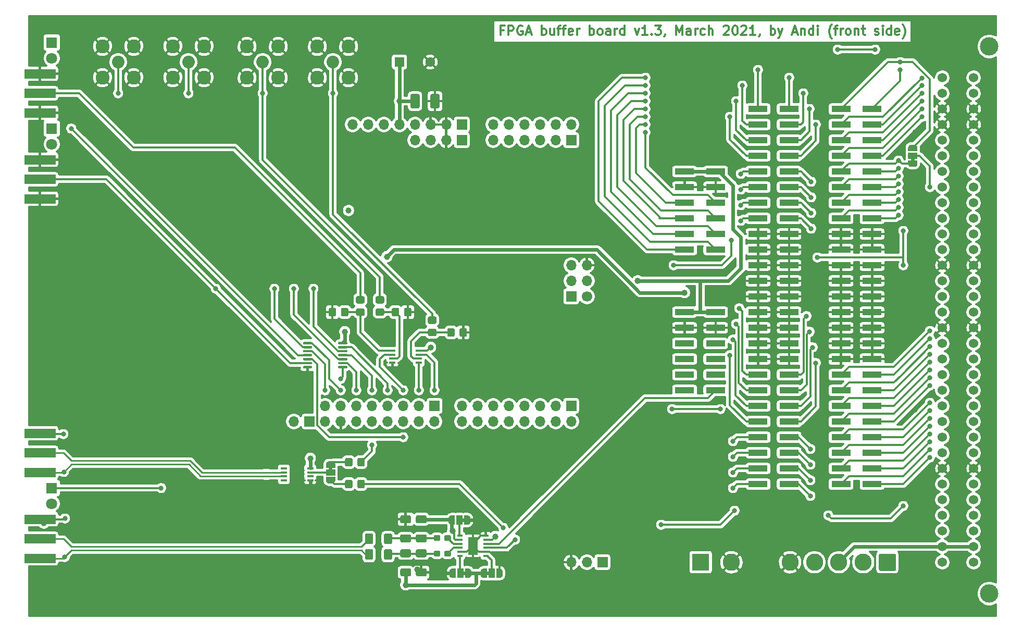
<source format=gtl>
G04 #@! TF.GenerationSoftware,KiCad,Pcbnew,5.1.9-73d0e3b20d~88~ubuntu18.04.1*
G04 #@! TF.CreationDate,2021-03-10T15:05:19+01:00*
G04 #@! TF.ProjectId,FPGA_buffer_board,46504741-5f62-4756-9666-65725f626f61,1.1*
G04 #@! TF.SameCoordinates,Original*
G04 #@! TF.FileFunction,Copper,L1,Top*
G04 #@! TF.FilePolarity,Positive*
%FSLAX46Y46*%
G04 Gerber Fmt 4.6, Leading zero omitted, Abs format (unit mm)*
G04 Created by KiCad (PCBNEW 5.1.9-73d0e3b20d~88~ubuntu18.04.1) date 2021-03-10 15:05:19*
%MOMM*%
%LPD*%
G01*
G04 APERTURE LIST*
G04 #@! TA.AperFunction,NonConductor*
%ADD10C,0.300000*%
G04 #@! TD*
G04 #@! TA.AperFunction,EtchedComponent*
%ADD11C,0.100000*%
G04 #@! TD*
G04 #@! TA.AperFunction,ComponentPad*
%ADD12O,1.700000X1.700000*%
G04 #@! TD*
G04 #@! TA.AperFunction,ComponentPad*
%ADD13R,1.700000X1.700000*%
G04 #@! TD*
G04 #@! TA.AperFunction,SMDPad,CuDef*
%ADD14R,3.150000X1.000000*%
G04 #@! TD*
G04 #@! TA.AperFunction,SMDPad,CuDef*
%ADD15C,0.100000*%
G04 #@! TD*
G04 #@! TA.AperFunction,SMDPad,CuDef*
%ADD16R,1.000000X1.500000*%
G04 #@! TD*
G04 #@! TA.AperFunction,ComponentPad*
%ADD17R,1.600000X1.600000*%
G04 #@! TD*
G04 #@! TA.AperFunction,ComponentPad*
%ADD18C,1.600000*%
G04 #@! TD*
G04 #@! TA.AperFunction,SMDPad,CuDef*
%ADD19R,1.500000X1.000000*%
G04 #@! TD*
G04 #@! TA.AperFunction,ComponentPad*
%ADD20C,2.800000*%
G04 #@! TD*
G04 #@! TA.AperFunction,SMDPad,CuDef*
%ADD21R,1.100000X0.400000*%
G04 #@! TD*
G04 #@! TA.AperFunction,SMDPad,CuDef*
%ADD22R,0.890000X0.420000*%
G04 #@! TD*
G04 #@! TA.AperFunction,SMDPad,CuDef*
%ADD23R,1.650000X2.850000*%
G04 #@! TD*
G04 #@! TA.AperFunction,SMDPad,CuDef*
%ADD24R,5.080000X1.500000*%
G04 #@! TD*
G04 #@! TA.AperFunction,ComponentPad*
%ADD25R,2.800000X2.800000*%
G04 #@! TD*
G04 #@! TA.AperFunction,ComponentPad*
%ADD26C,1.700000*%
G04 #@! TD*
G04 #@! TA.AperFunction,ComponentPad*
%ADD27C,1.524000*%
G04 #@! TD*
G04 #@! TA.AperFunction,ComponentPad*
%ADD28C,3.000000*%
G04 #@! TD*
G04 #@! TA.AperFunction,ComponentPad*
%ADD29C,2.050000*%
G04 #@! TD*
G04 #@! TA.AperFunction,ComponentPad*
%ADD30C,2.250000*%
G04 #@! TD*
G04 #@! TA.AperFunction,ComponentPad*
%ADD31R,1.800000X1.800000*%
G04 #@! TD*
G04 #@! TA.AperFunction,ComponentPad*
%ADD32C,1.800000*%
G04 #@! TD*
G04 #@! TA.AperFunction,ViaPad*
%ADD33C,1.000000*%
G04 #@! TD*
G04 #@! TA.AperFunction,ViaPad*
%ADD34C,0.800000*%
G04 #@! TD*
G04 #@! TA.AperFunction,Conductor*
%ADD35C,0.350000*%
G04 #@! TD*
G04 #@! TA.AperFunction,Conductor*
%ADD36C,0.600000*%
G04 #@! TD*
G04 #@! TA.AperFunction,Conductor*
%ADD37C,0.250000*%
G04 #@! TD*
G04 #@! TA.AperFunction,Conductor*
%ADD38C,0.100000*%
G04 #@! TD*
G04 APERTURE END LIST*
D10*
X167422142Y-53232857D02*
X166922142Y-53232857D01*
X166922142Y-54018571D02*
X166922142Y-52518571D01*
X167636428Y-52518571D01*
X168207857Y-54018571D02*
X168207857Y-52518571D01*
X168779285Y-52518571D01*
X168922142Y-52590000D01*
X168993571Y-52661428D01*
X169065000Y-52804285D01*
X169065000Y-53018571D01*
X168993571Y-53161428D01*
X168922142Y-53232857D01*
X168779285Y-53304285D01*
X168207857Y-53304285D01*
X170493571Y-52590000D02*
X170350714Y-52518571D01*
X170136428Y-52518571D01*
X169922142Y-52590000D01*
X169779285Y-52732857D01*
X169707857Y-52875714D01*
X169636428Y-53161428D01*
X169636428Y-53375714D01*
X169707857Y-53661428D01*
X169779285Y-53804285D01*
X169922142Y-53947142D01*
X170136428Y-54018571D01*
X170279285Y-54018571D01*
X170493571Y-53947142D01*
X170565000Y-53875714D01*
X170565000Y-53375714D01*
X170279285Y-53375714D01*
X171136428Y-53590000D02*
X171850714Y-53590000D01*
X170993571Y-54018571D02*
X171493571Y-52518571D01*
X171993571Y-54018571D01*
X173636428Y-54018571D02*
X173636428Y-52518571D01*
X173636428Y-53090000D02*
X173779285Y-53018571D01*
X174065000Y-53018571D01*
X174207857Y-53090000D01*
X174279285Y-53161428D01*
X174350714Y-53304285D01*
X174350714Y-53732857D01*
X174279285Y-53875714D01*
X174207857Y-53947142D01*
X174065000Y-54018571D01*
X173779285Y-54018571D01*
X173636428Y-53947142D01*
X175636428Y-53018571D02*
X175636428Y-54018571D01*
X174993571Y-53018571D02*
X174993571Y-53804285D01*
X175065000Y-53947142D01*
X175207857Y-54018571D01*
X175422142Y-54018571D01*
X175565000Y-53947142D01*
X175636428Y-53875714D01*
X176136428Y-53018571D02*
X176707857Y-53018571D01*
X176350714Y-54018571D02*
X176350714Y-52732857D01*
X176422142Y-52590000D01*
X176565000Y-52518571D01*
X176707857Y-52518571D01*
X176993571Y-53018571D02*
X177565000Y-53018571D01*
X177207857Y-54018571D02*
X177207857Y-52732857D01*
X177279285Y-52590000D01*
X177422142Y-52518571D01*
X177565000Y-52518571D01*
X178636428Y-53947142D02*
X178493571Y-54018571D01*
X178207857Y-54018571D01*
X178065000Y-53947142D01*
X177993571Y-53804285D01*
X177993571Y-53232857D01*
X178065000Y-53090000D01*
X178207857Y-53018571D01*
X178493571Y-53018571D01*
X178636428Y-53090000D01*
X178707857Y-53232857D01*
X178707857Y-53375714D01*
X177993571Y-53518571D01*
X179350714Y-54018571D02*
X179350714Y-53018571D01*
X179350714Y-53304285D02*
X179422142Y-53161428D01*
X179493571Y-53090000D01*
X179636428Y-53018571D01*
X179779285Y-53018571D01*
X181422142Y-54018571D02*
X181422142Y-52518571D01*
X181422142Y-53090000D02*
X181565000Y-53018571D01*
X181850714Y-53018571D01*
X181993571Y-53090000D01*
X182065000Y-53161428D01*
X182136428Y-53304285D01*
X182136428Y-53732857D01*
X182065000Y-53875714D01*
X181993571Y-53947142D01*
X181850714Y-54018571D01*
X181565000Y-54018571D01*
X181422142Y-53947142D01*
X182993571Y-54018571D02*
X182850714Y-53947142D01*
X182779285Y-53875714D01*
X182707857Y-53732857D01*
X182707857Y-53304285D01*
X182779285Y-53161428D01*
X182850714Y-53090000D01*
X182993571Y-53018571D01*
X183207857Y-53018571D01*
X183350714Y-53090000D01*
X183422142Y-53161428D01*
X183493571Y-53304285D01*
X183493571Y-53732857D01*
X183422142Y-53875714D01*
X183350714Y-53947142D01*
X183207857Y-54018571D01*
X182993571Y-54018571D01*
X184779285Y-54018571D02*
X184779285Y-53232857D01*
X184707857Y-53090000D01*
X184565000Y-53018571D01*
X184279285Y-53018571D01*
X184136428Y-53090000D01*
X184779285Y-53947142D02*
X184636428Y-54018571D01*
X184279285Y-54018571D01*
X184136428Y-53947142D01*
X184065000Y-53804285D01*
X184065000Y-53661428D01*
X184136428Y-53518571D01*
X184279285Y-53447142D01*
X184636428Y-53447142D01*
X184779285Y-53375714D01*
X185493571Y-54018571D02*
X185493571Y-53018571D01*
X185493571Y-53304285D02*
X185565000Y-53161428D01*
X185636428Y-53090000D01*
X185779285Y-53018571D01*
X185922142Y-53018571D01*
X187065000Y-54018571D02*
X187065000Y-52518571D01*
X187065000Y-53947142D02*
X186922142Y-54018571D01*
X186636428Y-54018571D01*
X186493571Y-53947142D01*
X186422142Y-53875714D01*
X186350714Y-53732857D01*
X186350714Y-53304285D01*
X186422142Y-53161428D01*
X186493571Y-53090000D01*
X186636428Y-53018571D01*
X186922142Y-53018571D01*
X187065000Y-53090000D01*
X188779285Y-53018571D02*
X189136428Y-54018571D01*
X189493571Y-53018571D01*
X190850714Y-54018571D02*
X189993571Y-54018571D01*
X190422142Y-54018571D02*
X190422142Y-52518571D01*
X190279285Y-52732857D01*
X190136428Y-52875714D01*
X189993571Y-52947142D01*
X191493571Y-53875714D02*
X191565000Y-53947142D01*
X191493571Y-54018571D01*
X191422142Y-53947142D01*
X191493571Y-53875714D01*
X191493571Y-54018571D01*
X192065000Y-52518571D02*
X192993571Y-52518571D01*
X192493571Y-53090000D01*
X192707857Y-53090000D01*
X192850714Y-53161428D01*
X192922142Y-53232857D01*
X192993571Y-53375714D01*
X192993571Y-53732857D01*
X192922142Y-53875714D01*
X192850714Y-53947142D01*
X192707857Y-54018571D01*
X192279285Y-54018571D01*
X192136428Y-53947142D01*
X192065000Y-53875714D01*
X193707857Y-53947142D02*
X193707857Y-54018571D01*
X193636428Y-54161428D01*
X193565000Y-54232857D01*
X195493571Y-54018571D02*
X195493571Y-52518571D01*
X195993571Y-53590000D01*
X196493571Y-52518571D01*
X196493571Y-54018571D01*
X197850714Y-54018571D02*
X197850714Y-53232857D01*
X197779285Y-53090000D01*
X197636428Y-53018571D01*
X197350714Y-53018571D01*
X197207857Y-53090000D01*
X197850714Y-53947142D02*
X197707857Y-54018571D01*
X197350714Y-54018571D01*
X197207857Y-53947142D01*
X197136428Y-53804285D01*
X197136428Y-53661428D01*
X197207857Y-53518571D01*
X197350714Y-53447142D01*
X197707857Y-53447142D01*
X197850714Y-53375714D01*
X198565000Y-54018571D02*
X198565000Y-53018571D01*
X198565000Y-53304285D02*
X198636428Y-53161428D01*
X198707857Y-53090000D01*
X198850714Y-53018571D01*
X198993571Y-53018571D01*
X200136428Y-53947142D02*
X199993571Y-54018571D01*
X199707857Y-54018571D01*
X199565000Y-53947142D01*
X199493571Y-53875714D01*
X199422142Y-53732857D01*
X199422142Y-53304285D01*
X199493571Y-53161428D01*
X199565000Y-53090000D01*
X199707857Y-53018571D01*
X199993571Y-53018571D01*
X200136428Y-53090000D01*
X200779285Y-54018571D02*
X200779285Y-52518571D01*
X201422142Y-54018571D02*
X201422142Y-53232857D01*
X201350714Y-53090000D01*
X201207857Y-53018571D01*
X200993571Y-53018571D01*
X200850714Y-53090000D01*
X200779285Y-53161428D01*
X203207857Y-52661428D02*
X203279285Y-52590000D01*
X203422142Y-52518571D01*
X203779285Y-52518571D01*
X203922142Y-52590000D01*
X203993571Y-52661428D01*
X204065000Y-52804285D01*
X204065000Y-52947142D01*
X203993571Y-53161428D01*
X203136428Y-54018571D01*
X204065000Y-54018571D01*
X204993571Y-52518571D02*
X205136428Y-52518571D01*
X205279285Y-52590000D01*
X205350714Y-52661428D01*
X205422142Y-52804285D01*
X205493571Y-53090000D01*
X205493571Y-53447142D01*
X205422142Y-53732857D01*
X205350714Y-53875714D01*
X205279285Y-53947142D01*
X205136428Y-54018571D01*
X204993571Y-54018571D01*
X204850714Y-53947142D01*
X204779285Y-53875714D01*
X204707857Y-53732857D01*
X204636428Y-53447142D01*
X204636428Y-53090000D01*
X204707857Y-52804285D01*
X204779285Y-52661428D01*
X204850714Y-52590000D01*
X204993571Y-52518571D01*
X206065000Y-52661428D02*
X206136428Y-52590000D01*
X206279285Y-52518571D01*
X206636428Y-52518571D01*
X206779285Y-52590000D01*
X206850714Y-52661428D01*
X206922142Y-52804285D01*
X206922142Y-52947142D01*
X206850714Y-53161428D01*
X205993571Y-54018571D01*
X206922142Y-54018571D01*
X208350714Y-54018571D02*
X207493571Y-54018571D01*
X207922142Y-54018571D02*
X207922142Y-52518571D01*
X207779285Y-52732857D01*
X207636428Y-52875714D01*
X207493571Y-52947142D01*
X209064999Y-53947142D02*
X209064999Y-54018571D01*
X208993571Y-54161428D01*
X208922142Y-54232857D01*
X210850714Y-54018571D02*
X210850714Y-52518571D01*
X210850714Y-53090000D02*
X210993571Y-53018571D01*
X211279285Y-53018571D01*
X211422142Y-53090000D01*
X211493571Y-53161428D01*
X211565000Y-53304285D01*
X211565000Y-53732857D01*
X211493571Y-53875714D01*
X211422142Y-53947142D01*
X211279285Y-54018571D01*
X210993571Y-54018571D01*
X210850714Y-53947142D01*
X212065000Y-53018571D02*
X212422142Y-54018571D01*
X212779285Y-53018571D02*
X212422142Y-54018571D01*
X212279285Y-54375714D01*
X212207857Y-54447142D01*
X212065000Y-54518571D01*
X214422142Y-53590000D02*
X215136428Y-53590000D01*
X214279285Y-54018571D02*
X214779285Y-52518571D01*
X215279285Y-54018571D01*
X215779285Y-53018571D02*
X215779285Y-54018571D01*
X215779285Y-53161428D02*
X215850714Y-53090000D01*
X215993571Y-53018571D01*
X216207857Y-53018571D01*
X216350714Y-53090000D01*
X216422142Y-53232857D01*
X216422142Y-54018571D01*
X217779285Y-54018571D02*
X217779285Y-52518571D01*
X217779285Y-53947142D02*
X217636428Y-54018571D01*
X217350714Y-54018571D01*
X217207857Y-53947142D01*
X217136428Y-53875714D01*
X217064999Y-53732857D01*
X217064999Y-53304285D01*
X217136428Y-53161428D01*
X217207857Y-53090000D01*
X217350714Y-53018571D01*
X217636428Y-53018571D01*
X217779285Y-53090000D01*
X218493571Y-54018571D02*
X218493571Y-53018571D01*
X218493571Y-52518571D02*
X218422142Y-52590000D01*
X218493571Y-52661428D01*
X218564999Y-52590000D01*
X218493571Y-52518571D01*
X218493571Y-52661428D01*
X220779285Y-54590000D02*
X220707857Y-54518571D01*
X220565000Y-54304285D01*
X220493571Y-54161428D01*
X220422142Y-53947142D01*
X220350714Y-53590000D01*
X220350714Y-53304285D01*
X220422142Y-52947142D01*
X220493571Y-52732857D01*
X220565000Y-52590000D01*
X220707857Y-52375714D01*
X220779285Y-52304285D01*
X221136428Y-53018571D02*
X221707857Y-53018571D01*
X221350714Y-54018571D02*
X221350714Y-52732857D01*
X221422142Y-52590000D01*
X221565000Y-52518571D01*
X221707857Y-52518571D01*
X222207857Y-54018571D02*
X222207857Y-53018571D01*
X222207857Y-53304285D02*
X222279285Y-53161428D01*
X222350714Y-53090000D01*
X222493571Y-53018571D01*
X222636428Y-53018571D01*
X223350714Y-54018571D02*
X223207857Y-53947142D01*
X223136428Y-53875714D01*
X223064999Y-53732857D01*
X223064999Y-53304285D01*
X223136428Y-53161428D01*
X223207857Y-53090000D01*
X223350714Y-53018571D01*
X223564999Y-53018571D01*
X223707857Y-53090000D01*
X223779285Y-53161428D01*
X223850714Y-53304285D01*
X223850714Y-53732857D01*
X223779285Y-53875714D01*
X223707857Y-53947142D01*
X223564999Y-54018571D01*
X223350714Y-54018571D01*
X224493571Y-53018571D02*
X224493571Y-54018571D01*
X224493571Y-53161428D02*
X224564999Y-53090000D01*
X224707857Y-53018571D01*
X224922142Y-53018571D01*
X225064999Y-53090000D01*
X225136428Y-53232857D01*
X225136428Y-54018571D01*
X225636428Y-53018571D02*
X226207857Y-53018571D01*
X225850714Y-52518571D02*
X225850714Y-53804285D01*
X225922142Y-53947142D01*
X226065000Y-54018571D01*
X226207857Y-54018571D01*
X227779285Y-53947142D02*
X227922142Y-54018571D01*
X228207857Y-54018571D01*
X228350714Y-53947142D01*
X228422142Y-53804285D01*
X228422142Y-53732857D01*
X228350714Y-53590000D01*
X228207857Y-53518571D01*
X227993571Y-53518571D01*
X227850714Y-53447142D01*
X227779285Y-53304285D01*
X227779285Y-53232857D01*
X227850714Y-53090000D01*
X227993571Y-53018571D01*
X228207857Y-53018571D01*
X228350714Y-53090000D01*
X229065000Y-54018571D02*
X229065000Y-53018571D01*
X229065000Y-52518571D02*
X228993571Y-52590000D01*
X229065000Y-52661428D01*
X229136428Y-52590000D01*
X229065000Y-52518571D01*
X229065000Y-52661428D01*
X230422142Y-54018571D02*
X230422142Y-52518571D01*
X230422142Y-53947142D02*
X230279285Y-54018571D01*
X229993571Y-54018571D01*
X229850714Y-53947142D01*
X229779285Y-53875714D01*
X229707857Y-53732857D01*
X229707857Y-53304285D01*
X229779285Y-53161428D01*
X229850714Y-53090000D01*
X229993571Y-53018571D01*
X230279285Y-53018571D01*
X230422142Y-53090000D01*
X231707857Y-53947142D02*
X231565000Y-54018571D01*
X231279285Y-54018571D01*
X231136428Y-53947142D01*
X231065000Y-53804285D01*
X231065000Y-53232857D01*
X231136428Y-53090000D01*
X231279285Y-53018571D01*
X231565000Y-53018571D01*
X231707857Y-53090000D01*
X231779285Y-53232857D01*
X231779285Y-53375714D01*
X231065000Y-53518571D01*
X232279285Y-54590000D02*
X232350714Y-54518571D01*
X232493571Y-54304285D01*
X232565000Y-54161428D01*
X232636428Y-53947142D01*
X232707857Y-53590000D01*
X232707857Y-53304285D01*
X232636428Y-52947142D01*
X232565000Y-52732857D01*
X232493571Y-52590000D01*
X232350714Y-52375714D01*
X232279285Y-52304285D01*
D11*
G36*
X233634000Y-74560000D02*
G01*
X233634000Y-74060000D01*
X234234000Y-74060000D01*
X234234000Y-74560000D01*
X233634000Y-74560000D01*
G37*
D12*
X165735000Y-68580000D03*
X165735000Y-71120000D03*
X168275000Y-68580000D03*
X168275000Y-71120000D03*
X170815000Y-68580000D03*
X170815000Y-71120000D03*
X173355000Y-68580000D03*
X173355000Y-71120000D03*
X175895000Y-68580000D03*
X175895000Y-71120000D03*
X178435000Y-68580000D03*
D13*
X178435000Y-71120000D03*
D14*
X201900000Y-88900000D03*
X196850000Y-88900000D03*
X201900000Y-86360000D03*
X196850000Y-86360000D03*
X201900000Y-83820000D03*
X196850000Y-83820000D03*
X201900000Y-81280000D03*
X196850000Y-81280000D03*
X201900000Y-78740000D03*
X196850000Y-78740000D03*
X201900000Y-76200000D03*
X196850000Y-76200000D03*
G04 #@! TA.AperFunction,SMDPad,CuDef*
D15*
G36*
X161024000Y-133142000D02*
G01*
X160674000Y-133142000D01*
X160674000Y-132542000D01*
X161024000Y-132542000D01*
X161024000Y-132092000D01*
X161574000Y-132092000D01*
X161574000Y-132092602D01*
X161598534Y-132092602D01*
X161647365Y-132097412D01*
X161695490Y-132106984D01*
X161742445Y-132121228D01*
X161787778Y-132140005D01*
X161831051Y-132163136D01*
X161871850Y-132190396D01*
X161909779Y-132221524D01*
X161944476Y-132256221D01*
X161975604Y-132294150D01*
X162002864Y-132334949D01*
X162025995Y-132378222D01*
X162044772Y-132423555D01*
X162059016Y-132470510D01*
X162068588Y-132518635D01*
X162073398Y-132567466D01*
X162073398Y-132592000D01*
X162074000Y-132592000D01*
X162074000Y-133092000D01*
X162073398Y-133092000D01*
X162073398Y-133116534D01*
X162068588Y-133165365D01*
X162059016Y-133213490D01*
X162044772Y-133260445D01*
X162025995Y-133305778D01*
X162002864Y-133349051D01*
X161975604Y-133389850D01*
X161944476Y-133427779D01*
X161909779Y-133462476D01*
X161871850Y-133493604D01*
X161831051Y-133520864D01*
X161787778Y-133543995D01*
X161742445Y-133562772D01*
X161695490Y-133577016D01*
X161647365Y-133586588D01*
X161598534Y-133591398D01*
X161574000Y-133591398D01*
X161574000Y-133592000D01*
X161024000Y-133592000D01*
X161024000Y-133142000D01*
G37*
G04 #@! TD.AperFunction*
G04 #@! TA.AperFunction,SMDPad,CuDef*
G36*
X158974000Y-133591398D02*
G01*
X158949466Y-133591398D01*
X158900635Y-133586588D01*
X158852510Y-133577016D01*
X158805555Y-133562772D01*
X158760222Y-133543995D01*
X158716949Y-133520864D01*
X158676150Y-133493604D01*
X158638221Y-133462476D01*
X158603524Y-133427779D01*
X158572396Y-133389850D01*
X158545136Y-133349051D01*
X158522005Y-133305778D01*
X158503228Y-133260445D01*
X158488984Y-133213490D01*
X158479412Y-133165365D01*
X158474602Y-133116534D01*
X158474602Y-133092000D01*
X158474000Y-133092000D01*
X158474000Y-132592000D01*
X158474602Y-132592000D01*
X158474602Y-132567466D01*
X158479412Y-132518635D01*
X158488984Y-132470510D01*
X158503228Y-132423555D01*
X158522005Y-132378222D01*
X158545136Y-132334949D01*
X158572396Y-132294150D01*
X158603524Y-132256221D01*
X158638221Y-132221524D01*
X158676150Y-132190396D01*
X158716949Y-132163136D01*
X158760222Y-132140005D01*
X158805555Y-132121228D01*
X158852510Y-132106984D01*
X158900635Y-132097412D01*
X158949466Y-132092602D01*
X158974000Y-132092602D01*
X158974000Y-132092000D01*
X159524000Y-132092000D01*
X159524000Y-133592000D01*
X158974000Y-133592000D01*
X158974000Y-133591398D01*
G37*
G04 #@! TD.AperFunction*
D16*
X160274000Y-132842000D03*
D17*
X150495000Y-58420000D03*
D18*
X155495000Y-58420000D03*
D16*
X160401000Y-141478000D03*
G04 #@! TA.AperFunction,SMDPad,CuDef*
D15*
G36*
X159101000Y-142227398D02*
G01*
X159076466Y-142227398D01*
X159027635Y-142222588D01*
X158979510Y-142213016D01*
X158932555Y-142198772D01*
X158887222Y-142179995D01*
X158843949Y-142156864D01*
X158803150Y-142129604D01*
X158765221Y-142098476D01*
X158730524Y-142063779D01*
X158699396Y-142025850D01*
X158672136Y-141985051D01*
X158649005Y-141941778D01*
X158630228Y-141896445D01*
X158615984Y-141849490D01*
X158606412Y-141801365D01*
X158601602Y-141752534D01*
X158601602Y-141728000D01*
X158601000Y-141728000D01*
X158601000Y-141228000D01*
X158601602Y-141228000D01*
X158601602Y-141203466D01*
X158606412Y-141154635D01*
X158615984Y-141106510D01*
X158630228Y-141059555D01*
X158649005Y-141014222D01*
X158672136Y-140970949D01*
X158699396Y-140930150D01*
X158730524Y-140892221D01*
X158765221Y-140857524D01*
X158803150Y-140826396D01*
X158843949Y-140799136D01*
X158887222Y-140776005D01*
X158932555Y-140757228D01*
X158979510Y-140742984D01*
X159027635Y-140733412D01*
X159076466Y-140728602D01*
X159101000Y-140728602D01*
X159101000Y-140728000D01*
X159651000Y-140728000D01*
X159651000Y-142228000D01*
X159101000Y-142228000D01*
X159101000Y-142227398D01*
G37*
G04 #@! TD.AperFunction*
G04 #@! TA.AperFunction,SMDPad,CuDef*
G36*
X161151000Y-141778000D02*
G01*
X160801000Y-141778000D01*
X160801000Y-141178000D01*
X161151000Y-141178000D01*
X161151000Y-140728000D01*
X161701000Y-140728000D01*
X161701000Y-140728602D01*
X161725534Y-140728602D01*
X161774365Y-140733412D01*
X161822490Y-140742984D01*
X161869445Y-140757228D01*
X161914778Y-140776005D01*
X161958051Y-140799136D01*
X161998850Y-140826396D01*
X162036779Y-140857524D01*
X162071476Y-140892221D01*
X162102604Y-140930150D01*
X162129864Y-140970949D01*
X162152995Y-141014222D01*
X162171772Y-141059555D01*
X162186016Y-141106510D01*
X162195588Y-141154635D01*
X162200398Y-141203466D01*
X162200398Y-141228000D01*
X162201000Y-141228000D01*
X162201000Y-141728000D01*
X162200398Y-141728000D01*
X162200398Y-141752534D01*
X162195588Y-141801365D01*
X162186016Y-141849490D01*
X162171772Y-141896445D01*
X162152995Y-141941778D01*
X162129864Y-141985051D01*
X162102604Y-142025850D01*
X162071476Y-142063779D01*
X162036779Y-142098476D01*
X161998850Y-142129604D01*
X161958051Y-142156864D01*
X161914778Y-142179995D01*
X161869445Y-142198772D01*
X161822490Y-142213016D01*
X161774365Y-142222588D01*
X161725534Y-142227398D01*
X161701000Y-142227398D01*
X161701000Y-142228000D01*
X161151000Y-142228000D01*
X161151000Y-141778000D01*
G37*
G04 #@! TD.AperFunction*
G04 #@! TA.AperFunction,SMDPad,CuDef*
G36*
X164731000Y-141178000D02*
G01*
X165081000Y-141178000D01*
X165081000Y-141778000D01*
X164731000Y-141778000D01*
X164731000Y-142228000D01*
X164181000Y-142228000D01*
X164181000Y-142227398D01*
X164156466Y-142227398D01*
X164107635Y-142222588D01*
X164059510Y-142213016D01*
X164012555Y-142198772D01*
X163967222Y-142179995D01*
X163923949Y-142156864D01*
X163883150Y-142129604D01*
X163845221Y-142098476D01*
X163810524Y-142063779D01*
X163779396Y-142025850D01*
X163752136Y-141985051D01*
X163729005Y-141941778D01*
X163710228Y-141896445D01*
X163695984Y-141849490D01*
X163686412Y-141801365D01*
X163681602Y-141752534D01*
X163681602Y-141728000D01*
X163681000Y-141728000D01*
X163681000Y-141228000D01*
X163681602Y-141228000D01*
X163681602Y-141203466D01*
X163686412Y-141154635D01*
X163695984Y-141106510D01*
X163710228Y-141059555D01*
X163729005Y-141014222D01*
X163752136Y-140970949D01*
X163779396Y-140930150D01*
X163810524Y-140892221D01*
X163845221Y-140857524D01*
X163883150Y-140826396D01*
X163923949Y-140799136D01*
X163967222Y-140776005D01*
X164012555Y-140757228D01*
X164059510Y-140742984D01*
X164107635Y-140733412D01*
X164156466Y-140728602D01*
X164181000Y-140728602D01*
X164181000Y-140728000D01*
X164731000Y-140728000D01*
X164731000Y-141178000D01*
G37*
G04 #@! TD.AperFunction*
G04 #@! TA.AperFunction,SMDPad,CuDef*
G36*
X166781000Y-140728602D02*
G01*
X166805534Y-140728602D01*
X166854365Y-140733412D01*
X166902490Y-140742984D01*
X166949445Y-140757228D01*
X166994778Y-140776005D01*
X167038051Y-140799136D01*
X167078850Y-140826396D01*
X167116779Y-140857524D01*
X167151476Y-140892221D01*
X167182604Y-140930150D01*
X167209864Y-140970949D01*
X167232995Y-141014222D01*
X167251772Y-141059555D01*
X167266016Y-141106510D01*
X167275588Y-141154635D01*
X167280398Y-141203466D01*
X167280398Y-141228000D01*
X167281000Y-141228000D01*
X167281000Y-141728000D01*
X167280398Y-141728000D01*
X167280398Y-141752534D01*
X167275588Y-141801365D01*
X167266016Y-141849490D01*
X167251772Y-141896445D01*
X167232995Y-141941778D01*
X167209864Y-141985051D01*
X167182604Y-142025850D01*
X167151476Y-142063779D01*
X167116779Y-142098476D01*
X167078850Y-142129604D01*
X167038051Y-142156864D01*
X166994778Y-142179995D01*
X166949445Y-142198772D01*
X166902490Y-142213016D01*
X166854365Y-142222588D01*
X166805534Y-142227398D01*
X166781000Y-142227398D01*
X166781000Y-142228000D01*
X166231000Y-142228000D01*
X166231000Y-140728000D01*
X166781000Y-140728000D01*
X166781000Y-140728602D01*
G37*
G04 #@! TD.AperFunction*
D16*
X165481000Y-141478000D03*
G04 #@! TA.AperFunction,SMDPad,CuDef*
D15*
G36*
X139619000Y-124345000D02*
G01*
X139619000Y-124695000D01*
X139019000Y-124695000D01*
X139019000Y-124345000D01*
X138569000Y-124345000D01*
X138569000Y-123795000D01*
X138569602Y-123795000D01*
X138569602Y-123770466D01*
X138574412Y-123721635D01*
X138583984Y-123673510D01*
X138598228Y-123626555D01*
X138617005Y-123581222D01*
X138640136Y-123537949D01*
X138667396Y-123497150D01*
X138698524Y-123459221D01*
X138733221Y-123424524D01*
X138771150Y-123393396D01*
X138811949Y-123366136D01*
X138855222Y-123343005D01*
X138900555Y-123324228D01*
X138947510Y-123309984D01*
X138995635Y-123300412D01*
X139044466Y-123295602D01*
X139069000Y-123295602D01*
X139069000Y-123295000D01*
X139569000Y-123295000D01*
X139569000Y-123295602D01*
X139593534Y-123295602D01*
X139642365Y-123300412D01*
X139690490Y-123309984D01*
X139737445Y-123324228D01*
X139782778Y-123343005D01*
X139826051Y-123366136D01*
X139866850Y-123393396D01*
X139904779Y-123424524D01*
X139939476Y-123459221D01*
X139970604Y-123497150D01*
X139997864Y-123537949D01*
X140020995Y-123581222D01*
X140039772Y-123626555D01*
X140054016Y-123673510D01*
X140063588Y-123721635D01*
X140068398Y-123770466D01*
X140068398Y-123795000D01*
X140069000Y-123795000D01*
X140069000Y-124345000D01*
X139619000Y-124345000D01*
G37*
G04 #@! TD.AperFunction*
G04 #@! TA.AperFunction,SMDPad,CuDef*
G36*
X140068398Y-126395000D02*
G01*
X140068398Y-126419534D01*
X140063588Y-126468365D01*
X140054016Y-126516490D01*
X140039772Y-126563445D01*
X140020995Y-126608778D01*
X139997864Y-126652051D01*
X139970604Y-126692850D01*
X139939476Y-126730779D01*
X139904779Y-126765476D01*
X139866850Y-126796604D01*
X139826051Y-126823864D01*
X139782778Y-126846995D01*
X139737445Y-126865772D01*
X139690490Y-126880016D01*
X139642365Y-126889588D01*
X139593534Y-126894398D01*
X139569000Y-126894398D01*
X139569000Y-126895000D01*
X139069000Y-126895000D01*
X139069000Y-126894398D01*
X139044466Y-126894398D01*
X138995635Y-126889588D01*
X138947510Y-126880016D01*
X138900555Y-126865772D01*
X138855222Y-126846995D01*
X138811949Y-126823864D01*
X138771150Y-126796604D01*
X138733221Y-126765476D01*
X138698524Y-126730779D01*
X138667396Y-126692850D01*
X138640136Y-126652051D01*
X138617005Y-126608778D01*
X138598228Y-126563445D01*
X138583984Y-126516490D01*
X138574412Y-126468365D01*
X138569602Y-126419534D01*
X138569602Y-126395000D01*
X138569000Y-126395000D01*
X138569000Y-125845000D01*
X140069000Y-125845000D01*
X140069000Y-126395000D01*
X140068398Y-126395000D01*
G37*
G04 #@! TD.AperFunction*
D19*
X139319000Y-125095000D03*
D13*
X183515000Y-139700000D03*
D12*
X180975000Y-139700000D03*
X178435000Y-139700000D03*
G04 #@! TA.AperFunction,SMDPad,CuDef*
G36*
G01*
X152285000Y-65695000D02*
X152285000Y-63845000D01*
G75*
G02*
X152535000Y-63595000I250000J0D01*
G01*
X153535000Y-63595000D01*
G75*
G02*
X153785000Y-63845000I0J-250000D01*
G01*
X153785000Y-65695000D01*
G75*
G02*
X153535000Y-65945000I-250000J0D01*
G01*
X152535000Y-65945000D01*
G75*
G02*
X152285000Y-65695000I0J250000D01*
G01*
G37*
G04 #@! TD.AperFunction*
G04 #@! TA.AperFunction,SMDPad,CuDef*
G36*
G01*
X155535000Y-65695000D02*
X155535000Y-63845000D01*
G75*
G02*
X155785000Y-63595000I250000J0D01*
G01*
X156785000Y-63595000D01*
G75*
G02*
X157035000Y-63845000I0J-250000D01*
G01*
X157035000Y-65695000D01*
G75*
G02*
X156785000Y-65945000I-250000J0D01*
G01*
X155785000Y-65945000D01*
G75*
G02*
X155535000Y-65695000I0J250000D01*
G01*
G37*
G04 #@! TD.AperFunction*
G04 #@! TA.AperFunction,ComponentPad*
G36*
G01*
X231235000Y-138560400D02*
X231235000Y-140839600D01*
G75*
G02*
X230974600Y-141100000I-260400J0D01*
G01*
X228695400Y-141100000D01*
G75*
G02*
X228435000Y-140839600I0J260400D01*
G01*
X228435000Y-138560400D01*
G75*
G02*
X228695400Y-138300000I260400J0D01*
G01*
X230974600Y-138300000D01*
G75*
G02*
X231235000Y-138560400I0J-260400D01*
G01*
G37*
G04 #@! TD.AperFunction*
D20*
X225875000Y-139700000D03*
X221915000Y-139700000D03*
X217955000Y-139700000D03*
X213995000Y-139700000D03*
D21*
X131708000Y-124445000D03*
X131708000Y-125095000D03*
X131708000Y-125745000D03*
X131708000Y-126395000D03*
X136008000Y-126395000D03*
X136008000Y-125745000D03*
X136008000Y-125095000D03*
X136008000Y-124445000D03*
D22*
X160331000Y-135408000D03*
X160331000Y-136058000D03*
X160331000Y-136708000D03*
X160331000Y-137358000D03*
X160331000Y-138008000D03*
X160331000Y-138658000D03*
X164541000Y-138658000D03*
X164541000Y-138008000D03*
X164541000Y-137358000D03*
X164541000Y-136708000D03*
X164541000Y-136058000D03*
X164541000Y-135408000D03*
D23*
X162436000Y-137033000D03*
D14*
X196850000Y-99060000D03*
X201900000Y-99060000D03*
X196850000Y-101600000D03*
X201900000Y-101600000D03*
X196850000Y-104140000D03*
X201900000Y-104140000D03*
X196850000Y-106680000D03*
X201900000Y-106680000D03*
X196850000Y-109220000D03*
X201900000Y-109220000D03*
X196850000Y-111760000D03*
X201900000Y-111760000D03*
D24*
X92075000Y-132715000D03*
X92075000Y-139065000D03*
X92075000Y-135890000D03*
X92075000Y-121920000D03*
X92075000Y-125095000D03*
X92075000Y-118745000D03*
D25*
X199470000Y-139700000D03*
D20*
X204470000Y-139700000D03*
G04 #@! TA.AperFunction,SMDPad,CuDef*
D15*
G36*
X233184602Y-72360000D02*
G01*
X233184602Y-72335466D01*
X233189412Y-72286635D01*
X233198984Y-72238510D01*
X233213228Y-72191555D01*
X233232005Y-72146222D01*
X233255136Y-72102949D01*
X233282396Y-72062150D01*
X233313524Y-72024221D01*
X233348221Y-71989524D01*
X233386150Y-71958396D01*
X233426949Y-71931136D01*
X233470222Y-71908005D01*
X233515555Y-71889228D01*
X233562510Y-71874984D01*
X233610635Y-71865412D01*
X233659466Y-71860602D01*
X233684000Y-71860602D01*
X233684000Y-71860000D01*
X234184000Y-71860000D01*
X234184000Y-71860602D01*
X234208534Y-71860602D01*
X234257365Y-71865412D01*
X234305490Y-71874984D01*
X234352445Y-71889228D01*
X234397778Y-71908005D01*
X234441051Y-71931136D01*
X234481850Y-71958396D01*
X234519779Y-71989524D01*
X234554476Y-72024221D01*
X234585604Y-72062150D01*
X234612864Y-72102949D01*
X234635995Y-72146222D01*
X234654772Y-72191555D01*
X234669016Y-72238510D01*
X234678588Y-72286635D01*
X234683398Y-72335466D01*
X234683398Y-72360000D01*
X234684000Y-72360000D01*
X234684000Y-72910000D01*
X233184000Y-72910000D01*
X233184000Y-72360000D01*
X233184602Y-72360000D01*
G37*
G04 #@! TD.AperFunction*
D19*
X233934000Y-73660000D03*
G04 #@! TA.AperFunction,SMDPad,CuDef*
D15*
G36*
X234684000Y-74410000D02*
G01*
X234684000Y-74960000D01*
X234683398Y-74960000D01*
X234683398Y-74984534D01*
X234678588Y-75033365D01*
X234669016Y-75081490D01*
X234654772Y-75128445D01*
X234635995Y-75173778D01*
X234612864Y-75217051D01*
X234585604Y-75257850D01*
X234554476Y-75295779D01*
X234519779Y-75330476D01*
X234481850Y-75361604D01*
X234441051Y-75388864D01*
X234397778Y-75411995D01*
X234352445Y-75430772D01*
X234305490Y-75445016D01*
X234257365Y-75454588D01*
X234208534Y-75459398D01*
X234184000Y-75459398D01*
X234184000Y-75460000D01*
X233684000Y-75460000D01*
X233684000Y-75459398D01*
X233659466Y-75459398D01*
X233610635Y-75454588D01*
X233562510Y-75445016D01*
X233515555Y-75430772D01*
X233470222Y-75411995D01*
X233426949Y-75388864D01*
X233386150Y-75361604D01*
X233348221Y-75330476D01*
X233313524Y-75295779D01*
X233282396Y-75257850D01*
X233255136Y-75217051D01*
X233232005Y-75173778D01*
X233213228Y-75128445D01*
X233198984Y-75081490D01*
X233189412Y-75033365D01*
X233184602Y-74984534D01*
X233184602Y-74960000D01*
X233184000Y-74960000D01*
X233184000Y-74410000D01*
X234684000Y-74410000D01*
G37*
G04 #@! TD.AperFunction*
G04 #@! TA.AperFunction,SMDPad,CuDef*
G36*
G01*
X158866000Y-135525500D02*
X158866000Y-136000500D01*
G75*
G02*
X158628500Y-136238000I-237500J0D01*
G01*
X158028500Y-136238000D01*
G75*
G02*
X157791000Y-136000500I0J237500D01*
G01*
X157791000Y-135525500D01*
G75*
G02*
X158028500Y-135288000I237500J0D01*
G01*
X158628500Y-135288000D01*
G75*
G02*
X158866000Y-135525500I0J-237500D01*
G01*
G37*
G04 #@! TD.AperFunction*
G04 #@! TA.AperFunction,SMDPad,CuDef*
G36*
G01*
X157141000Y-135525500D02*
X157141000Y-136000500D01*
G75*
G02*
X156903500Y-136238000I-237500J0D01*
G01*
X156303500Y-136238000D01*
G75*
G02*
X156066000Y-136000500I0J237500D01*
G01*
X156066000Y-135525500D01*
G75*
G02*
X156303500Y-135288000I237500J0D01*
G01*
X156903500Y-135288000D01*
G75*
G02*
X157141000Y-135525500I0J-237500D01*
G01*
G37*
G04 #@! TD.AperFunction*
G04 #@! TA.AperFunction,SMDPad,CuDef*
G36*
G01*
X157141000Y-138065500D02*
X157141000Y-138540500D01*
G75*
G02*
X156903500Y-138778000I-237500J0D01*
G01*
X156303500Y-138778000D01*
G75*
G02*
X156066000Y-138540500I0J237500D01*
G01*
X156066000Y-138065500D01*
G75*
G02*
X156303500Y-137828000I237500J0D01*
G01*
X156903500Y-137828000D01*
G75*
G02*
X157141000Y-138065500I0J-237500D01*
G01*
G37*
G04 #@! TD.AperFunction*
G04 #@! TA.AperFunction,SMDPad,CuDef*
G36*
G01*
X158866000Y-138065500D02*
X158866000Y-138540500D01*
G75*
G02*
X158628500Y-138778000I-237500J0D01*
G01*
X158028500Y-138778000D01*
G75*
G02*
X157791000Y-138540500I0J237500D01*
G01*
X157791000Y-138065500D01*
G75*
G02*
X158028500Y-137828000I237500J0D01*
G01*
X158628500Y-137828000D01*
G75*
G02*
X158866000Y-138065500I0J-237500D01*
G01*
G37*
G04 #@! TD.AperFunction*
D14*
X227330000Y-127000000D03*
X222280000Y-127000000D03*
X227330000Y-124460000D03*
X222280000Y-124460000D03*
X227330000Y-121920000D03*
X222280000Y-121920000D03*
X227330000Y-119380000D03*
X222280000Y-119380000D03*
X227330000Y-116840000D03*
X222280000Y-116840000D03*
X227330000Y-114300000D03*
X222280000Y-114300000D03*
X227330000Y-111760000D03*
X222280000Y-111760000D03*
X227330000Y-109220000D03*
X222280000Y-109220000D03*
X227330000Y-106680000D03*
X222280000Y-106680000D03*
X227330000Y-104140000D03*
X222280000Y-104140000D03*
X227330000Y-101600000D03*
X222280000Y-101600000D03*
X227330000Y-99060000D03*
X222280000Y-99060000D03*
X227330000Y-96520000D03*
X222280000Y-96520000D03*
X227330000Y-93980000D03*
X222280000Y-93980000D03*
X227330000Y-91440000D03*
X222280000Y-91440000D03*
X227330000Y-88900000D03*
X222280000Y-88900000D03*
X227330000Y-86360000D03*
X222280000Y-86360000D03*
X227330000Y-83820000D03*
X222280000Y-83820000D03*
X227330000Y-81280000D03*
X222280000Y-81280000D03*
X227330000Y-78740000D03*
X222280000Y-78740000D03*
X227330000Y-76200000D03*
X222280000Y-76200000D03*
X227330000Y-73660000D03*
X222280000Y-73660000D03*
X227330000Y-71120000D03*
X222280000Y-71120000D03*
X227330000Y-68580000D03*
X222280000Y-68580000D03*
X227330000Y-66040000D03*
X222280000Y-66040000D03*
X213838000Y-127000000D03*
X208788000Y-127000000D03*
X213838000Y-124460000D03*
X208788000Y-124460000D03*
X213838000Y-121920000D03*
X208788000Y-121920000D03*
X213838000Y-119380000D03*
X208788000Y-119380000D03*
X213838000Y-116840000D03*
X208788000Y-116840000D03*
X213838000Y-114300000D03*
X208788000Y-114300000D03*
X213838000Y-111760000D03*
X208788000Y-111760000D03*
X213838000Y-109220000D03*
X208788000Y-109220000D03*
X213838000Y-106680000D03*
X208788000Y-106680000D03*
X213838000Y-104140000D03*
X208788000Y-104140000D03*
X213838000Y-101600000D03*
X208788000Y-101600000D03*
X213838000Y-99060000D03*
X208788000Y-99060000D03*
X213838000Y-96520000D03*
X208788000Y-96520000D03*
X213838000Y-93980000D03*
X208788000Y-93980000D03*
X213838000Y-91440000D03*
X208788000Y-91440000D03*
X213838000Y-88900000D03*
X208788000Y-88900000D03*
X213838000Y-86360000D03*
X208788000Y-86360000D03*
X213838000Y-83820000D03*
X208788000Y-83820000D03*
X213838000Y-81280000D03*
X208788000Y-81280000D03*
X213838000Y-78740000D03*
X208788000Y-78740000D03*
X213838000Y-76200000D03*
X208788000Y-76200000D03*
X213838000Y-73660000D03*
X208788000Y-73660000D03*
X213838000Y-71120000D03*
X208788000Y-71120000D03*
X213838000Y-68580000D03*
X208788000Y-68580000D03*
X213838000Y-66040000D03*
X208788000Y-66040000D03*
D26*
X180975000Y-96520000D03*
D13*
X178435000Y-96520000D03*
D12*
X180975000Y-93980000D03*
X178435000Y-93980000D03*
X180975000Y-91440000D03*
X178435000Y-91440000D03*
D27*
X238760000Y-60960000D03*
X238760000Y-63500000D03*
X238760000Y-66040000D03*
X238760000Y-68580000D03*
X238760000Y-71120000D03*
X238760000Y-73660000D03*
X238760000Y-76200000D03*
X238760000Y-78740000D03*
X238760000Y-81280000D03*
X238760000Y-83820000D03*
X238760000Y-86360000D03*
X238760000Y-88900000D03*
X238760000Y-91440000D03*
X238760000Y-93980000D03*
X238760000Y-96520000D03*
X238760000Y-99060000D03*
X238760000Y-101600000D03*
X238760000Y-104140000D03*
X238760000Y-106680000D03*
X238760000Y-109220000D03*
X238760000Y-111760000D03*
X238760000Y-114300000D03*
X238760000Y-116840000D03*
X238760000Y-119380000D03*
X238760000Y-121920000D03*
X238760000Y-124460000D03*
X238760000Y-127000000D03*
X238760000Y-129540000D03*
X238760000Y-132080000D03*
X238760000Y-134620000D03*
X238760000Y-137160000D03*
X238760000Y-139700000D03*
X243840000Y-139700000D03*
X243840000Y-137160000D03*
X243840000Y-134620000D03*
X243840000Y-132080000D03*
X243840000Y-129540000D03*
X243840000Y-127000000D03*
X243840000Y-124460000D03*
X243840000Y-121920000D03*
X243840000Y-119380000D03*
X243840000Y-116840000D03*
X243840000Y-114300000D03*
X243840000Y-111760000D03*
X243840000Y-109220000D03*
X243840000Y-106680000D03*
X243840000Y-104140000D03*
X243840000Y-101600000D03*
X243840000Y-99060000D03*
X243840000Y-96520000D03*
X243840000Y-93980000D03*
X243840000Y-91440000D03*
X243840000Y-88900000D03*
X243840000Y-86360000D03*
X243840000Y-83820000D03*
X243840000Y-81280000D03*
X243840000Y-78740000D03*
X243840000Y-76200000D03*
X243840000Y-73660000D03*
X243840000Y-71120000D03*
X243840000Y-68580000D03*
X243840000Y-66040000D03*
X243840000Y-63500000D03*
X243840000Y-60960000D03*
D28*
X246380000Y-144780000D03*
X246380000Y-55880000D03*
G04 #@! TA.AperFunction,SMDPad,CuDef*
G36*
G01*
X144902500Y-136515000D02*
X144902500Y-135265000D01*
G75*
G02*
X145152500Y-135015000I250000J0D01*
G01*
X145952500Y-135015000D01*
G75*
G02*
X146202500Y-135265000I0J-250000D01*
G01*
X146202500Y-136515000D01*
G75*
G02*
X145952500Y-136765000I-250000J0D01*
G01*
X145152500Y-136765000D01*
G75*
G02*
X144902500Y-136515000I0J250000D01*
G01*
G37*
G04 #@! TD.AperFunction*
G04 #@! TA.AperFunction,SMDPad,CuDef*
G36*
G01*
X148002500Y-136515000D02*
X148002500Y-135265000D01*
G75*
G02*
X148252500Y-135015000I250000J0D01*
G01*
X149052500Y-135015000D01*
G75*
G02*
X149302500Y-135265000I0J-250000D01*
G01*
X149302500Y-136515000D01*
G75*
G02*
X149052500Y-136765000I-250000J0D01*
G01*
X148252500Y-136765000D01*
G75*
G02*
X148002500Y-136515000I0J250000D01*
G01*
G37*
G04 #@! TD.AperFunction*
G04 #@! TA.AperFunction,SMDPad,CuDef*
G36*
G01*
X148002500Y-139055000D02*
X148002500Y-137805000D01*
G75*
G02*
X148252500Y-137555000I250000J0D01*
G01*
X149052500Y-137555000D01*
G75*
G02*
X149302500Y-137805000I0J-250000D01*
G01*
X149302500Y-139055000D01*
G75*
G02*
X149052500Y-139305000I-250000J0D01*
G01*
X148252500Y-139305000D01*
G75*
G02*
X148002500Y-139055000I0J250000D01*
G01*
G37*
G04 #@! TD.AperFunction*
G04 #@! TA.AperFunction,SMDPad,CuDef*
G36*
G01*
X144902500Y-139055000D02*
X144902500Y-137805000D01*
G75*
G02*
X145152500Y-137555000I250000J0D01*
G01*
X145952500Y-137555000D01*
G75*
G02*
X146202500Y-137805000I0J-250000D01*
G01*
X146202500Y-139055000D01*
G75*
G02*
X145952500Y-139305000I-250000J0D01*
G01*
X145152500Y-139305000D01*
G75*
G02*
X144902500Y-139055000I0J250000D01*
G01*
G37*
G04 #@! TD.AperFunction*
G04 #@! TA.AperFunction,SMDPad,CuDef*
G36*
G01*
X152136000Y-141990500D02*
X150886000Y-141990500D01*
G75*
G02*
X150636000Y-141740500I0J250000D01*
G01*
X150636000Y-140940500D01*
G75*
G02*
X150886000Y-140690500I250000J0D01*
G01*
X152136000Y-140690500D01*
G75*
G02*
X152386000Y-140940500I0J-250000D01*
G01*
X152386000Y-141740500D01*
G75*
G02*
X152136000Y-141990500I-250000J0D01*
G01*
G37*
G04 #@! TD.AperFunction*
G04 #@! TA.AperFunction,SMDPad,CuDef*
G36*
G01*
X152136000Y-138890500D02*
X150886000Y-138890500D01*
G75*
G02*
X150636000Y-138640500I0J250000D01*
G01*
X150636000Y-137840500D01*
G75*
G02*
X150886000Y-137590500I250000J0D01*
G01*
X152136000Y-137590500D01*
G75*
G02*
X152386000Y-137840500I0J-250000D01*
G01*
X152386000Y-138640500D01*
G75*
G02*
X152136000Y-138890500I-250000J0D01*
G01*
G37*
G04 #@! TD.AperFunction*
G04 #@! TA.AperFunction,SMDPad,CuDef*
G36*
G01*
X154676000Y-141990500D02*
X153426000Y-141990500D01*
G75*
G02*
X153176000Y-141740500I0J250000D01*
G01*
X153176000Y-140940500D01*
G75*
G02*
X153426000Y-140690500I250000J0D01*
G01*
X154676000Y-140690500D01*
G75*
G02*
X154926000Y-140940500I0J-250000D01*
G01*
X154926000Y-141740500D01*
G75*
G02*
X154676000Y-141990500I-250000J0D01*
G01*
G37*
G04 #@! TD.AperFunction*
G04 #@! TA.AperFunction,SMDPad,CuDef*
G36*
G01*
X154676000Y-138890500D02*
X153426000Y-138890500D01*
G75*
G02*
X153176000Y-138640500I0J250000D01*
G01*
X153176000Y-137840500D01*
G75*
G02*
X153426000Y-137590500I250000J0D01*
G01*
X154676000Y-137590500D01*
G75*
G02*
X154926000Y-137840500I0J-250000D01*
G01*
X154926000Y-138640500D01*
G75*
G02*
X154676000Y-138890500I-250000J0D01*
G01*
G37*
G04 #@! TD.AperFunction*
G04 #@! TA.AperFunction,SMDPad,CuDef*
G36*
G01*
X153426000Y-135175500D02*
X154676000Y-135175500D01*
G75*
G02*
X154926000Y-135425500I0J-250000D01*
G01*
X154926000Y-136225500D01*
G75*
G02*
X154676000Y-136475500I-250000J0D01*
G01*
X153426000Y-136475500D01*
G75*
G02*
X153176000Y-136225500I0J250000D01*
G01*
X153176000Y-135425500D01*
G75*
G02*
X153426000Y-135175500I250000J0D01*
G01*
G37*
G04 #@! TD.AperFunction*
G04 #@! TA.AperFunction,SMDPad,CuDef*
G36*
G01*
X153426000Y-132075500D02*
X154676000Y-132075500D01*
G75*
G02*
X154926000Y-132325500I0J-250000D01*
G01*
X154926000Y-133125500D01*
G75*
G02*
X154676000Y-133375500I-250000J0D01*
G01*
X153426000Y-133375500D01*
G75*
G02*
X153176000Y-133125500I0J250000D01*
G01*
X153176000Y-132325500D01*
G75*
G02*
X153426000Y-132075500I250000J0D01*
G01*
G37*
G04 #@! TD.AperFunction*
G04 #@! TA.AperFunction,SMDPad,CuDef*
G36*
G01*
X150886000Y-135175500D02*
X152136000Y-135175500D01*
G75*
G02*
X152386000Y-135425500I0J-250000D01*
G01*
X152386000Y-136225500D01*
G75*
G02*
X152136000Y-136475500I-250000J0D01*
G01*
X150886000Y-136475500D01*
G75*
G02*
X150636000Y-136225500I0J250000D01*
G01*
X150636000Y-135425500D01*
G75*
G02*
X150886000Y-135175500I250000J0D01*
G01*
G37*
G04 #@! TD.AperFunction*
G04 #@! TA.AperFunction,SMDPad,CuDef*
G36*
G01*
X150886000Y-132075500D02*
X152136000Y-132075500D01*
G75*
G02*
X152386000Y-132325500I0J-250000D01*
G01*
X152386000Y-133125500D01*
G75*
G02*
X152136000Y-133375500I-250000J0D01*
G01*
X150886000Y-133375500D01*
G75*
G02*
X150636000Y-133125500I0J250000D01*
G01*
X150636000Y-132325500D01*
G75*
G02*
X150886000Y-132075500I250000J0D01*
G01*
G37*
G04 #@! TD.AperFunction*
G04 #@! TA.AperFunction,SMDPad,CuDef*
G36*
G01*
X143665000Y-127450001D02*
X143665000Y-126549999D01*
G75*
G02*
X143914999Y-126300000I249999J0D01*
G01*
X144615001Y-126300000D01*
G75*
G02*
X144865000Y-126549999I0J-249999D01*
G01*
X144865000Y-127450001D01*
G75*
G02*
X144615001Y-127700000I-249999J0D01*
G01*
X143914999Y-127700000D01*
G75*
G02*
X143665000Y-127450001I0J249999D01*
G01*
G37*
G04 #@! TD.AperFunction*
G04 #@! TA.AperFunction,SMDPad,CuDef*
G36*
G01*
X141665000Y-127450001D02*
X141665000Y-126549999D01*
G75*
G02*
X141914999Y-126300000I249999J0D01*
G01*
X142615001Y-126300000D01*
G75*
G02*
X142865000Y-126549999I0J-249999D01*
G01*
X142865000Y-127450001D01*
G75*
G02*
X142615001Y-127700000I-249999J0D01*
G01*
X141914999Y-127700000D01*
G75*
G02*
X141665000Y-127450001I0J249999D01*
G01*
G37*
G04 #@! TD.AperFunction*
G04 #@! TA.AperFunction,SMDPad,CuDef*
G36*
G01*
X143665000Y-123894001D02*
X143665000Y-122993999D01*
G75*
G02*
X143914999Y-122744000I249999J0D01*
G01*
X144615001Y-122744000D01*
G75*
G02*
X144865000Y-122993999I0J-249999D01*
G01*
X144865000Y-123894001D01*
G75*
G02*
X144615001Y-124144000I-249999J0D01*
G01*
X143914999Y-124144000D01*
G75*
G02*
X143665000Y-123894001I0J249999D01*
G01*
G37*
G04 #@! TD.AperFunction*
G04 #@! TA.AperFunction,SMDPad,CuDef*
G36*
G01*
X141665000Y-123894001D02*
X141665000Y-122993999D01*
G75*
G02*
X141914999Y-122744000I249999J0D01*
G01*
X142615001Y-122744000D01*
G75*
G02*
X142865000Y-122993999I0J-249999D01*
G01*
X142865000Y-123894001D01*
G75*
G02*
X142615001Y-124144000I-249999J0D01*
G01*
X141914999Y-124144000D01*
G75*
G02*
X141665000Y-123894001I0J249999D01*
G01*
G37*
G04 #@! TD.AperFunction*
D24*
X92075000Y-60325000D03*
X92075000Y-66675000D03*
X92075000Y-63500000D03*
D29*
X104775000Y-58420000D03*
D30*
X107315000Y-60960000D03*
X107315000Y-55880000D03*
X102235000Y-55880000D03*
X102235000Y-60960000D03*
D29*
X116205000Y-58420000D03*
D30*
X118745000Y-60960000D03*
X118745000Y-55880000D03*
X113665000Y-55880000D03*
X113665000Y-60960000D03*
G04 #@! TA.AperFunction,SMDPad,CuDef*
G36*
G01*
X144595001Y-97660000D02*
X143694999Y-97660000D01*
G75*
G02*
X143445000Y-97410001I0J249999D01*
G01*
X143445000Y-96709999D01*
G75*
G02*
X143694999Y-96460000I249999J0D01*
G01*
X144595001Y-96460000D01*
G75*
G02*
X144845000Y-96709999I0J-249999D01*
G01*
X144845000Y-97410001D01*
G75*
G02*
X144595001Y-97660000I-249999J0D01*
G01*
G37*
G04 #@! TD.AperFunction*
G04 #@! TA.AperFunction,SMDPad,CuDef*
G36*
G01*
X144595001Y-99660000D02*
X143694999Y-99660000D01*
G75*
G02*
X143445000Y-99410001I0J249999D01*
G01*
X143445000Y-98709999D01*
G75*
G02*
X143694999Y-98460000I249999J0D01*
G01*
X144595001Y-98460000D01*
G75*
G02*
X144845000Y-98709999I0J-249999D01*
G01*
X144845000Y-99410001D01*
G75*
G02*
X144595001Y-99660000I-249999J0D01*
G01*
G37*
G04 #@! TD.AperFunction*
G04 #@! TA.AperFunction,SMDPad,CuDef*
G36*
G01*
X156279001Y-102962000D02*
X155378999Y-102962000D01*
G75*
G02*
X155129000Y-102712001I0J249999D01*
G01*
X155129000Y-102011999D01*
G75*
G02*
X155378999Y-101762000I249999J0D01*
G01*
X156279001Y-101762000D01*
G75*
G02*
X156529000Y-102011999I0J-249999D01*
G01*
X156529000Y-102712001D01*
G75*
G02*
X156279001Y-102962000I-249999J0D01*
G01*
G37*
G04 #@! TD.AperFunction*
G04 #@! TA.AperFunction,SMDPad,CuDef*
G36*
G01*
X156279001Y-100962000D02*
X155378999Y-100962000D01*
G75*
G02*
X155129000Y-100712001I0J249999D01*
G01*
X155129000Y-100011999D01*
G75*
G02*
X155378999Y-99762000I249999J0D01*
G01*
X156279001Y-99762000D01*
G75*
G02*
X156529000Y-100011999I0J-249999D01*
G01*
X156529000Y-100712001D01*
G75*
G02*
X156279001Y-100962000I-249999J0D01*
G01*
G37*
G04 #@! TD.AperFunction*
G04 #@! TA.AperFunction,SMDPad,CuDef*
G36*
G01*
X147770001Y-99660000D02*
X146869999Y-99660000D01*
G75*
G02*
X146620000Y-99410001I0J249999D01*
G01*
X146620000Y-98709999D01*
G75*
G02*
X146869999Y-98460000I249999J0D01*
G01*
X147770001Y-98460000D01*
G75*
G02*
X148020000Y-98709999I0J-249999D01*
G01*
X148020000Y-99410001D01*
G75*
G02*
X147770001Y-99660000I-249999J0D01*
G01*
G37*
G04 #@! TD.AperFunction*
G04 #@! TA.AperFunction,SMDPad,CuDef*
G36*
G01*
X147770001Y-97660000D02*
X146869999Y-97660000D01*
G75*
G02*
X146620000Y-97410001I0J249999D01*
G01*
X146620000Y-96709999D01*
G75*
G02*
X146869999Y-96460000I249999J0D01*
G01*
X147770001Y-96460000D01*
G75*
G02*
X148020000Y-96709999I0J-249999D01*
G01*
X148020000Y-97410001D01*
G75*
G02*
X147770001Y-97660000I-249999J0D01*
G01*
G37*
G04 #@! TD.AperFunction*
G04 #@! TA.AperFunction,SMDPad,CuDef*
G36*
G01*
X141005000Y-99510001D02*
X141005000Y-98609999D01*
G75*
G02*
X141254999Y-98360000I249999J0D01*
G01*
X141955001Y-98360000D01*
G75*
G02*
X142205000Y-98609999I0J-249999D01*
G01*
X142205000Y-99510001D01*
G75*
G02*
X141955001Y-99760000I-249999J0D01*
G01*
X141254999Y-99760000D01*
G75*
G02*
X141005000Y-99510001I0J249999D01*
G01*
G37*
G04 #@! TD.AperFunction*
G04 #@! TA.AperFunction,SMDPad,CuDef*
G36*
G01*
X139005000Y-99510001D02*
X139005000Y-98609999D01*
G75*
G02*
X139254999Y-98360000I249999J0D01*
G01*
X139955001Y-98360000D01*
G75*
G02*
X140205000Y-98609999I0J-249999D01*
G01*
X140205000Y-99510001D01*
G75*
G02*
X139955001Y-99760000I-249999J0D01*
G01*
X139254999Y-99760000D01*
G75*
G02*
X139005000Y-99510001I0J249999D01*
G01*
G37*
G04 #@! TD.AperFunction*
G04 #@! TA.AperFunction,SMDPad,CuDef*
G36*
G01*
X161477000Y-101911999D02*
X161477000Y-102812001D01*
G75*
G02*
X161227001Y-103062000I-249999J0D01*
G01*
X160526999Y-103062000D01*
G75*
G02*
X160277000Y-102812001I0J249999D01*
G01*
X160277000Y-101911999D01*
G75*
G02*
X160526999Y-101662000I249999J0D01*
G01*
X161227001Y-101662000D01*
G75*
G02*
X161477000Y-101911999I0J-249999D01*
G01*
G37*
G04 #@! TD.AperFunction*
G04 #@! TA.AperFunction,SMDPad,CuDef*
G36*
G01*
X159477000Y-101911999D02*
X159477000Y-102812001D01*
G75*
G02*
X159227001Y-103062000I-249999J0D01*
G01*
X158526999Y-103062000D01*
G75*
G02*
X158277000Y-102812001I0J249999D01*
G01*
X158277000Y-101911999D01*
G75*
G02*
X158526999Y-101662000I249999J0D01*
G01*
X159227001Y-101662000D01*
G75*
G02*
X159477000Y-101911999I0J-249999D01*
G01*
G37*
G04 #@! TD.AperFunction*
G04 #@! TA.AperFunction,SMDPad,CuDef*
G36*
G01*
X150460000Y-98609999D02*
X150460000Y-99510001D01*
G75*
G02*
X150210001Y-99760000I-249999J0D01*
G01*
X149509999Y-99760000D01*
G75*
G02*
X149260000Y-99510001I0J249999D01*
G01*
X149260000Y-98609999D01*
G75*
G02*
X149509999Y-98360000I249999J0D01*
G01*
X150210001Y-98360000D01*
G75*
G02*
X150460000Y-98609999I0J-249999D01*
G01*
G37*
G04 #@! TD.AperFunction*
G04 #@! TA.AperFunction,SMDPad,CuDef*
G36*
G01*
X152460000Y-98609999D02*
X152460000Y-99510001D01*
G75*
G02*
X152210001Y-99760000I-249999J0D01*
G01*
X151509999Y-99760000D01*
G75*
G02*
X151260000Y-99510001I0J249999D01*
G01*
X151260000Y-98609999D01*
G75*
G02*
X151509999Y-98360000I249999J0D01*
G01*
X152210001Y-98360000D01*
G75*
G02*
X152460000Y-98609999I0J-249999D01*
G01*
G37*
G04 #@! TD.AperFunction*
D29*
X139700000Y-58420000D03*
D30*
X142240000Y-60960000D03*
X142240000Y-55880000D03*
X137160000Y-55880000D03*
X137160000Y-60960000D03*
X125730000Y-60960000D03*
X125730000Y-55880000D03*
X130810000Y-55880000D03*
X130810000Y-60960000D03*
D29*
X128270000Y-58420000D03*
D24*
X92075000Y-74295000D03*
X92075000Y-80645000D03*
X92075000Y-77470000D03*
G04 #@! TA.AperFunction,SMDPad,CuDef*
G36*
G01*
X134830000Y-104195000D02*
X134830000Y-103995000D01*
G75*
G02*
X134930000Y-103895000I100000J0D01*
G01*
X136205000Y-103895000D01*
G75*
G02*
X136305000Y-103995000I0J-100000D01*
G01*
X136305000Y-104195000D01*
G75*
G02*
X136205000Y-104295000I-100000J0D01*
G01*
X134930000Y-104295000D01*
G75*
G02*
X134830000Y-104195000I0J100000D01*
G01*
G37*
G04 #@! TD.AperFunction*
G04 #@! TA.AperFunction,SMDPad,CuDef*
G36*
G01*
X134830000Y-104845000D02*
X134830000Y-104645000D01*
G75*
G02*
X134930000Y-104545000I100000J0D01*
G01*
X136205000Y-104545000D01*
G75*
G02*
X136305000Y-104645000I0J-100000D01*
G01*
X136305000Y-104845000D01*
G75*
G02*
X136205000Y-104945000I-100000J0D01*
G01*
X134930000Y-104945000D01*
G75*
G02*
X134830000Y-104845000I0J100000D01*
G01*
G37*
G04 #@! TD.AperFunction*
G04 #@! TA.AperFunction,SMDPad,CuDef*
G36*
G01*
X134830000Y-105495000D02*
X134830000Y-105295000D01*
G75*
G02*
X134930000Y-105195000I100000J0D01*
G01*
X136205000Y-105195000D01*
G75*
G02*
X136305000Y-105295000I0J-100000D01*
G01*
X136305000Y-105495000D01*
G75*
G02*
X136205000Y-105595000I-100000J0D01*
G01*
X134930000Y-105595000D01*
G75*
G02*
X134830000Y-105495000I0J100000D01*
G01*
G37*
G04 #@! TD.AperFunction*
G04 #@! TA.AperFunction,SMDPad,CuDef*
G36*
G01*
X134830000Y-106145000D02*
X134830000Y-105945000D01*
G75*
G02*
X134930000Y-105845000I100000J0D01*
G01*
X136205000Y-105845000D01*
G75*
G02*
X136305000Y-105945000I0J-100000D01*
G01*
X136305000Y-106145000D01*
G75*
G02*
X136205000Y-106245000I-100000J0D01*
G01*
X134930000Y-106245000D01*
G75*
G02*
X134830000Y-106145000I0J100000D01*
G01*
G37*
G04 #@! TD.AperFunction*
G04 #@! TA.AperFunction,SMDPad,CuDef*
G36*
G01*
X134830000Y-106795000D02*
X134830000Y-106595000D01*
G75*
G02*
X134930000Y-106495000I100000J0D01*
G01*
X136205000Y-106495000D01*
G75*
G02*
X136305000Y-106595000I0J-100000D01*
G01*
X136305000Y-106795000D01*
G75*
G02*
X136205000Y-106895000I-100000J0D01*
G01*
X134930000Y-106895000D01*
G75*
G02*
X134830000Y-106795000I0J100000D01*
G01*
G37*
G04 #@! TD.AperFunction*
G04 #@! TA.AperFunction,SMDPad,CuDef*
G36*
G01*
X134830000Y-107445000D02*
X134830000Y-107245000D01*
G75*
G02*
X134930000Y-107145000I100000J0D01*
G01*
X136205000Y-107145000D01*
G75*
G02*
X136305000Y-107245000I0J-100000D01*
G01*
X136305000Y-107445000D01*
G75*
G02*
X136205000Y-107545000I-100000J0D01*
G01*
X134930000Y-107545000D01*
G75*
G02*
X134830000Y-107445000I0J100000D01*
G01*
G37*
G04 #@! TD.AperFunction*
G04 #@! TA.AperFunction,SMDPad,CuDef*
G36*
G01*
X134830000Y-108095000D02*
X134830000Y-107895000D01*
G75*
G02*
X134930000Y-107795000I100000J0D01*
G01*
X136205000Y-107795000D01*
G75*
G02*
X136305000Y-107895000I0J-100000D01*
G01*
X136305000Y-108095000D01*
G75*
G02*
X136205000Y-108195000I-100000J0D01*
G01*
X134930000Y-108195000D01*
G75*
G02*
X134830000Y-108095000I0J100000D01*
G01*
G37*
G04 #@! TD.AperFunction*
G04 #@! TA.AperFunction,SMDPad,CuDef*
G36*
G01*
X140555000Y-108095000D02*
X140555000Y-107895000D01*
G75*
G02*
X140655000Y-107795000I100000J0D01*
G01*
X141930000Y-107795000D01*
G75*
G02*
X142030000Y-107895000I0J-100000D01*
G01*
X142030000Y-108095000D01*
G75*
G02*
X141930000Y-108195000I-100000J0D01*
G01*
X140655000Y-108195000D01*
G75*
G02*
X140555000Y-108095000I0J100000D01*
G01*
G37*
G04 #@! TD.AperFunction*
G04 #@! TA.AperFunction,SMDPad,CuDef*
G36*
G01*
X140555000Y-107445000D02*
X140555000Y-107245000D01*
G75*
G02*
X140655000Y-107145000I100000J0D01*
G01*
X141930000Y-107145000D01*
G75*
G02*
X142030000Y-107245000I0J-100000D01*
G01*
X142030000Y-107445000D01*
G75*
G02*
X141930000Y-107545000I-100000J0D01*
G01*
X140655000Y-107545000D01*
G75*
G02*
X140555000Y-107445000I0J100000D01*
G01*
G37*
G04 #@! TD.AperFunction*
G04 #@! TA.AperFunction,SMDPad,CuDef*
G36*
G01*
X140555000Y-106795000D02*
X140555000Y-106595000D01*
G75*
G02*
X140655000Y-106495000I100000J0D01*
G01*
X141930000Y-106495000D01*
G75*
G02*
X142030000Y-106595000I0J-100000D01*
G01*
X142030000Y-106795000D01*
G75*
G02*
X141930000Y-106895000I-100000J0D01*
G01*
X140655000Y-106895000D01*
G75*
G02*
X140555000Y-106795000I0J100000D01*
G01*
G37*
G04 #@! TD.AperFunction*
G04 #@! TA.AperFunction,SMDPad,CuDef*
G36*
G01*
X140555000Y-106145000D02*
X140555000Y-105945000D01*
G75*
G02*
X140655000Y-105845000I100000J0D01*
G01*
X141930000Y-105845000D01*
G75*
G02*
X142030000Y-105945000I0J-100000D01*
G01*
X142030000Y-106145000D01*
G75*
G02*
X141930000Y-106245000I-100000J0D01*
G01*
X140655000Y-106245000D01*
G75*
G02*
X140555000Y-106145000I0J100000D01*
G01*
G37*
G04 #@! TD.AperFunction*
G04 #@! TA.AperFunction,SMDPad,CuDef*
G36*
G01*
X140555000Y-105495000D02*
X140555000Y-105295000D01*
G75*
G02*
X140655000Y-105195000I100000J0D01*
G01*
X141930000Y-105195000D01*
G75*
G02*
X142030000Y-105295000I0J-100000D01*
G01*
X142030000Y-105495000D01*
G75*
G02*
X141930000Y-105595000I-100000J0D01*
G01*
X140655000Y-105595000D01*
G75*
G02*
X140555000Y-105495000I0J100000D01*
G01*
G37*
G04 #@! TD.AperFunction*
G04 #@! TA.AperFunction,SMDPad,CuDef*
G36*
G01*
X140555000Y-104845000D02*
X140555000Y-104645000D01*
G75*
G02*
X140655000Y-104545000I100000J0D01*
G01*
X141930000Y-104545000D01*
G75*
G02*
X142030000Y-104645000I0J-100000D01*
G01*
X142030000Y-104845000D01*
G75*
G02*
X141930000Y-104945000I-100000J0D01*
G01*
X140655000Y-104945000D01*
G75*
G02*
X140555000Y-104845000I0J100000D01*
G01*
G37*
G04 #@! TD.AperFunction*
G04 #@! TA.AperFunction,SMDPad,CuDef*
G36*
G01*
X140555000Y-104195000D02*
X140555000Y-103995000D01*
G75*
G02*
X140655000Y-103895000I100000J0D01*
G01*
X141930000Y-103895000D01*
G75*
G02*
X142030000Y-103995000I0J-100000D01*
G01*
X142030000Y-104195000D01*
G75*
G02*
X141930000Y-104295000I-100000J0D01*
G01*
X140655000Y-104295000D01*
G75*
G02*
X140555000Y-104195000I0J100000D01*
G01*
G37*
G04 #@! TD.AperFunction*
D13*
X135890000Y-116840000D03*
D12*
X133350000Y-116840000D03*
D13*
X160655000Y-68580000D03*
D12*
X158115000Y-68580000D03*
X155575000Y-68580000D03*
X153035000Y-68580000D03*
X150495000Y-68580000D03*
X147955000Y-68580000D03*
X145415000Y-68580000D03*
X142875000Y-68580000D03*
D13*
X160655000Y-71120000D03*
D12*
X158115000Y-71120000D03*
X155575000Y-71120000D03*
X153035000Y-71120000D03*
X138430000Y-116840000D03*
X138430000Y-114300000D03*
X140970000Y-116840000D03*
X140970000Y-114300000D03*
X143510000Y-116840000D03*
X143510000Y-114300000D03*
X146050000Y-116840000D03*
X146050000Y-114300000D03*
X148590000Y-116840000D03*
X148590000Y-114300000D03*
X151130000Y-116840000D03*
X151130000Y-114300000D03*
X153670000Y-116840000D03*
X153670000Y-114300000D03*
X156210000Y-116840000D03*
D13*
X156210000Y-114300000D03*
X178435000Y-114300000D03*
D12*
X178435000Y-116840000D03*
X175895000Y-114300000D03*
X175895000Y-116840000D03*
X173355000Y-114300000D03*
X173355000Y-116840000D03*
X170815000Y-114300000D03*
X170815000Y-116840000D03*
X168275000Y-114300000D03*
X168275000Y-116840000D03*
X165735000Y-114300000D03*
X165735000Y-116840000D03*
X163195000Y-114300000D03*
X163195000Y-116840000D03*
X160655000Y-114300000D03*
X160655000Y-116840000D03*
D31*
X93980000Y-55245000D03*
D32*
X93980000Y-57785000D03*
X93980000Y-71755000D03*
D31*
X93980000Y-69215000D03*
X93980000Y-127635000D03*
D32*
X93980000Y-130175000D03*
D21*
X149361000Y-105324000D03*
X149361000Y-105974000D03*
X149361000Y-106624000D03*
X149361000Y-107274000D03*
X153661000Y-107274000D03*
X153661000Y-106624000D03*
X153661000Y-105974000D03*
X153661000Y-105324000D03*
D33*
X142240000Y-82550000D03*
X133350000Y-109220000D03*
D34*
X196088000Y-97155000D03*
D33*
X218186000Y-96266000D03*
X218186000Y-87630000D03*
X203200000Y-73152000D03*
X219456000Y-115570000D03*
X158115000Y-64770000D03*
X157226000Y-141478000D03*
X152400000Y-146050000D03*
X114300000Y-146050000D03*
X95885000Y-60325000D03*
X95885000Y-66675000D03*
X95885000Y-74295000D03*
X166751000Y-139573000D03*
X92075000Y-142240000D03*
X127000000Y-133350000D03*
X139700000Y-146050000D03*
X114300000Y-133350000D03*
X165100000Y-146050000D03*
X151765000Y-130810000D03*
X165100000Y-130175000D03*
X151765000Y-125730000D03*
X163322000Y-132842000D03*
X101600000Y-146050000D03*
X127000000Y-146050000D03*
X153416000Y-140843000D03*
X177800000Y-133350000D03*
X114300000Y-120650000D03*
X101600000Y-133350000D03*
X139700000Y-133350000D03*
X109220000Y-130175000D03*
X190500000Y-133350000D03*
X177800000Y-146050000D03*
X190500000Y-146050000D03*
X203200000Y-146050000D03*
X215900000Y-146050000D03*
X228600000Y-146050000D03*
X241300000Y-146050000D03*
X245745000Y-133350000D03*
X245745000Y-82550000D03*
X245745000Y-69850000D03*
X245745000Y-62230000D03*
X101600000Y-95250000D03*
X101600000Y-125730000D03*
X92075000Y-52705000D03*
X146685000Y-58420000D03*
X133985000Y-58420000D03*
X158115000Y-58420000D03*
X215900000Y-57150000D03*
X231140000Y-56896000D03*
X241300000Y-57150000D03*
X234950000Y-82550000D03*
X218186000Y-92710000D03*
X241300000Y-133350000D03*
X234950000Y-132842000D03*
X122555000Y-58420000D03*
X152400000Y-82550000D03*
D34*
X241300000Y-71120000D03*
X241300000Y-73660000D03*
X241300000Y-76200000D03*
X241300000Y-135890000D03*
X241300000Y-138430000D03*
X241046000Y-119380000D03*
X241046000Y-116840000D03*
X241046000Y-114300000D03*
X241046000Y-111760000D03*
X241046000Y-109220000D03*
X241046000Y-106680000D03*
X241046000Y-104140000D03*
X192786000Y-73152000D03*
X226822000Y-128778000D03*
D33*
X234315000Y-69850000D03*
X218694000Y-73660000D03*
X241300000Y-67310000D03*
X241300000Y-124460000D03*
X234950000Y-95250000D03*
X200660000Y-116205000D03*
X199390000Y-105410000D03*
X198882000Y-125730000D03*
X195580000Y-139700000D03*
X215900000Y-133350000D03*
X241300000Y-95250000D03*
X241300000Y-82550000D03*
X245872000Y-95250000D03*
X197612000Y-65278000D03*
X203200000Y-57150000D03*
X196850000Y-73152000D03*
X177800000Y-57150000D03*
X169545000Y-60960000D03*
X190500000Y-91440000D03*
X205740000Y-96520000D03*
X138430000Y-69850000D03*
X190500000Y-120015000D03*
X190500000Y-109855000D03*
X127000000Y-120650000D03*
X165100000Y-57150000D03*
X136017000Y-127889000D03*
X101600000Y-107950000D03*
X101600000Y-120650000D03*
X114300000Y-107950000D03*
X127000000Y-107950000D03*
X114300000Y-95250000D03*
X92075000Y-114300000D03*
X92075000Y-101600000D03*
X114300000Y-82550000D03*
X101600000Y-82550000D03*
X127000000Y-82550000D03*
X127000000Y-69850000D03*
X114300000Y-69850000D03*
X101600000Y-69850000D03*
X110490000Y-58420000D03*
X165100000Y-82550000D03*
X165100000Y-95250000D03*
X163195000Y-102235000D03*
X151765000Y-109220000D03*
X181610000Y-115570000D03*
X189865000Y-98425000D03*
X175895000Y-139700000D03*
X209550000Y-139700000D03*
X234950000Y-141224000D03*
X234950000Y-138430000D03*
X180975000Y-60960000D03*
D34*
X234315000Y-114935000D03*
D33*
X140970000Y-120650000D03*
X156210000Y-120650000D03*
X158115000Y-73660000D03*
X175895000Y-64135000D03*
X139700000Y-52705000D03*
X128270000Y-52705000D03*
X116205000Y-52705000D03*
X234950000Y-52705000D03*
X245745000Y-120650000D03*
X245745000Y-107950000D03*
D34*
X221996000Y-58420000D03*
X223774000Y-61976000D03*
X223266000Y-131318000D03*
X196088000Y-116840000D03*
X196088000Y-125730000D03*
X196088000Y-92710000D03*
D33*
X226314000Y-134874000D03*
X205740000Y-134112000D03*
X234950000Y-135890000D03*
X104775000Y-52705000D03*
X152400000Y-52705000D03*
X92075000Y-88900000D03*
X146050000Y-73025000D03*
X95885000Y-80645000D03*
X196850000Y-95885000D03*
X148459999Y-90039999D03*
X151511000Y-143383000D03*
X150495000Y-64770000D03*
X159131000Y-134620000D03*
X166116000Y-135509000D03*
X136017000Y-122809000D03*
X141605000Y-102235000D03*
X155575000Y-104775000D03*
X189230000Y-93980000D03*
D34*
X146050000Y-120650000D03*
X218440000Y-90170000D03*
X232410000Y-91440000D03*
X232410000Y-85852000D03*
X232410000Y-130556000D03*
X221742000Y-56388000D03*
X227838000Y-56388000D03*
X220218000Y-132080000D03*
X95948500Y-125031500D03*
X95885000Y-118872000D03*
D33*
X92710000Y-133350000D03*
D34*
X96139000Y-132588000D03*
X96075501Y-138874501D03*
X138430000Y-111760000D03*
X140970000Y-111760000D03*
X190500000Y-62230000D03*
X190500000Y-60960000D03*
X190500000Y-64770000D03*
X190500000Y-63500000D03*
X190500000Y-67310000D03*
X190500000Y-66040000D03*
X190500000Y-69850000D03*
X190500000Y-68580000D03*
X204978000Y-131318000D03*
X202692000Y-114808000D03*
X204470000Y-87406837D03*
X195072000Y-91440000D03*
X194818000Y-114808000D03*
X193040000Y-133604000D03*
X218186000Y-107315000D03*
X217297000Y-128905000D03*
X204216000Y-106045000D03*
X217678000Y-104775000D03*
X204724000Y-103505000D03*
X217170000Y-102235000D03*
X205232000Y-100965000D03*
X216662000Y-99695000D03*
X205740000Y-98425000D03*
X204724000Y-127635000D03*
X217297000Y-126365000D03*
X204724000Y-125095000D03*
X217297000Y-123825000D03*
X204724000Y-122555000D03*
X217297000Y-121285000D03*
X204724000Y-120015000D03*
X231648000Y-75692000D03*
X231648000Y-78232000D03*
X231648000Y-80772000D03*
X231648000Y-83312000D03*
X236728000Y-103378000D03*
X236728000Y-105918000D03*
X236728000Y-108458000D03*
X236728000Y-110998000D03*
X236728000Y-115062000D03*
X236728000Y-117602000D03*
X236728000Y-120142000D03*
X236728000Y-122682000D03*
X236728000Y-121412000D03*
X236728000Y-118872000D03*
X236728000Y-116332000D03*
X236728000Y-113792000D03*
X236728000Y-109728000D03*
X236728000Y-107188000D03*
X236728000Y-104648000D03*
X236728000Y-102108000D03*
X231648000Y-82042000D03*
X231648000Y-79502000D03*
X231648000Y-76962000D03*
X231648000Y-74422000D03*
X217424000Y-85471000D03*
X205994000Y-84201000D03*
X217424000Y-82931000D03*
X205994000Y-81661000D03*
X217424000Y-80391000D03*
X205994000Y-79121000D03*
X217424000Y-77851000D03*
X205994000Y-76581000D03*
X208788000Y-59690000D03*
X156210000Y-111760000D03*
X153670000Y-111760000D03*
X151130000Y-111760000D03*
X218186000Y-68580000D03*
X204216000Y-67310000D03*
X217170000Y-66040000D03*
X205232000Y-64770000D03*
X216154000Y-63500000D03*
X206248000Y-62230000D03*
X213868000Y-60960000D03*
X235458000Y-67310000D03*
X235458000Y-66040000D03*
X235458000Y-64770000D03*
X235458000Y-63500000D03*
X235458000Y-62230000D03*
X235417992Y-61000008D03*
X231902000Y-59690000D03*
X231902000Y-58420000D03*
X143510000Y-111760000D03*
X151130000Y-119380000D03*
X148590000Y-111760000D03*
X146050000Y-111760000D03*
X139700000Y-63500000D03*
X120650000Y-95250000D03*
X133350000Y-95250000D03*
X104775000Y-63500000D03*
X167386000Y-134112000D03*
X169291000Y-136017000D03*
X128270000Y-63500000D03*
X116205000Y-63500000D03*
X136525000Y-95250000D03*
X236728000Y-78740000D03*
X130175000Y-95250000D03*
X97155000Y-69215000D03*
X140970000Y-109855000D03*
X111760000Y-127635000D03*
D35*
X162436000Y-136718000D02*
X162436000Y-137033000D01*
X163746000Y-135408000D02*
X162436000Y-136718000D01*
X164541000Y-135408000D02*
X163746000Y-135408000D01*
X161461000Y-138008000D02*
X160331000Y-138008000D01*
X162436000Y-137033000D02*
X161461000Y-138008000D01*
X163411000Y-138008000D02*
X162436000Y-137033000D01*
X164541000Y-138008000D02*
X163411000Y-138008000D01*
X165186000Y-138008000D02*
X166751000Y-139573000D01*
X164541000Y-138008000D02*
X165186000Y-138008000D01*
X166751000Y-141448000D02*
X166781000Y-141478000D01*
X166751000Y-139573000D02*
X166751000Y-141448000D01*
D36*
X157226000Y-141478000D02*
X159101000Y-141478000D01*
X136017000Y-126504001D02*
X136008000Y-126495001D01*
X136017000Y-127889000D02*
X136017000Y-126504001D01*
X161574000Y-132842000D02*
X163322000Y-132842000D01*
X149599998Y-88900000D02*
X148459999Y-90039999D01*
X182595998Y-88900000D02*
X149599998Y-88900000D01*
X196850000Y-95885000D02*
X189580998Y-95885000D01*
X189580998Y-95885000D02*
X182595998Y-88900000D01*
X224455000Y-137160000D02*
X221915000Y-139700000D01*
X243840000Y-137160000D02*
X224455000Y-137160000D01*
X161701000Y-141478000D02*
X162941000Y-141478000D01*
X162941000Y-141478000D02*
X164181000Y-141478000D01*
X151511000Y-142748000D02*
X151511000Y-143383000D01*
X151511000Y-142748000D02*
X151511000Y-141278000D01*
X150495000Y-64770000D02*
X153035000Y-64770000D01*
X196850000Y-76200000D02*
X201900000Y-76200000D01*
X199390000Y-94234000D02*
X199136000Y-93980000D01*
X199390000Y-99060000D02*
X199390000Y-94234000D01*
X196850000Y-99060000D02*
X199390000Y-99060000D01*
X201900000Y-99060000D02*
X199390000Y-99060000D01*
X198374000Y-93980000D02*
X199136000Y-93980000D01*
X201422000Y-93980000D02*
X198374000Y-93980000D01*
X201900000Y-76200000D02*
X202425002Y-76200000D01*
X204672001Y-85546001D02*
X205994000Y-86868000D01*
X202425002Y-76200000D02*
X204672001Y-78446999D01*
X203962000Y-93980000D02*
X201422000Y-93980000D01*
X205994000Y-91948000D02*
X203962000Y-93980000D01*
X204672001Y-78446999D02*
X204672001Y-85546001D01*
X205994000Y-86868000D02*
X205994000Y-91948000D01*
X151511000Y-143383000D02*
X162687000Y-143383000D01*
X162941000Y-143129000D02*
X162941000Y-141478000D01*
X162687000Y-143383000D02*
X162941000Y-143129000D01*
D35*
X165567000Y-136058000D02*
X164541000Y-136058000D01*
X166116000Y-135509000D02*
X165567000Y-136058000D01*
D36*
X158920000Y-132788000D02*
X158974000Y-132842000D01*
X154051000Y-132788000D02*
X158920000Y-132788000D01*
X158974000Y-134463000D02*
X159131000Y-134620000D01*
X158974000Y-132842000D02*
X158974000Y-134463000D01*
D35*
X159392998Y-135890000D02*
X159392998Y-134881998D01*
X159392998Y-134881998D02*
X159131000Y-134620000D01*
X159560998Y-136058000D02*
X159392998Y-135890000D01*
X160331000Y-136058000D02*
X159560998Y-136058000D01*
D36*
X136017000Y-124335999D02*
X136008000Y-124344999D01*
X136017000Y-122809000D02*
X136017000Y-124335999D01*
X141605000Y-103682490D02*
X141292500Y-103994990D01*
X141605000Y-102235000D02*
X141605000Y-103682490D01*
X189230000Y-93980000D02*
X191770000Y-93980000D01*
X191770000Y-93980000D02*
X198374000Y-93980000D01*
X150495000Y-64770000D02*
X150495000Y-68580000D01*
X150495000Y-64770000D02*
X150495000Y-58420000D01*
D35*
X155026000Y-105324000D02*
X155575000Y-104775000D01*
X153661000Y-105324000D02*
X155026000Y-105324000D01*
X146050000Y-121684000D02*
X144290000Y-123444000D01*
X146050000Y-120650000D02*
X146050000Y-121684000D01*
X160331000Y-141408000D02*
X160401000Y-141478000D01*
X160331000Y-138658000D02*
X160331000Y-141408000D01*
X164776000Y-138658000D02*
X164541000Y-138658000D01*
X165481000Y-139363000D02*
X164776000Y-138658000D01*
X165481000Y-141478000D02*
X165481000Y-139363000D01*
X139319000Y-125095000D02*
X136008000Y-125095000D01*
X218440000Y-90170000D02*
X232410000Y-90170000D01*
X232410000Y-85852000D02*
X232410000Y-90170000D01*
X221742000Y-56388000D02*
X227838000Y-56388000D01*
X232410000Y-91440000D02*
X232410000Y-90170000D01*
X230378000Y-132588000D02*
X230632000Y-132334000D01*
X230632000Y-132334000D02*
X232410000Y-130556000D01*
X220218000Y-132080000D02*
X220726000Y-132588000D01*
X220726000Y-132588000D02*
X223266000Y-132588000D01*
X223012000Y-132588000D02*
X223266000Y-132588000D01*
X223266000Y-132588000D02*
X230378000Y-132588000D01*
D37*
X128435999Y-125120000D02*
X118432266Y-125120000D01*
X129286000Y-125095000D02*
X128460999Y-125095000D01*
X128460999Y-125095000D02*
X128435999Y-125120000D01*
X118432266Y-125120000D02*
X116519766Y-123207500D01*
X95885001Y-121920000D02*
X92075000Y-121920000D01*
X97172501Y-123207500D02*
X95885001Y-121920000D01*
X130882999Y-125095000D02*
X130857999Y-125120000D01*
X131708000Y-125095000D02*
X130882999Y-125095000D01*
X130857999Y-125120000D02*
X129311000Y-125120000D01*
X129311000Y-125120000D02*
X129286000Y-125095000D01*
X116519766Y-123207500D02*
X97172501Y-123207500D01*
X128435999Y-125720000D02*
X118183734Y-125720000D01*
X128460999Y-125745000D02*
X128435999Y-125720000D01*
X129286000Y-125745000D02*
X128460999Y-125745000D01*
X95885001Y-125095000D02*
X92075000Y-125095000D01*
X97172501Y-123807500D02*
X95948500Y-125031500D01*
X118183734Y-125720000D02*
X116271234Y-123807500D01*
X95948500Y-125031500D02*
X95885001Y-125095000D01*
D35*
X92202000Y-118872000D02*
X92075000Y-118745000D01*
X95885000Y-118872000D02*
X92202000Y-118872000D01*
D37*
X130857999Y-125720000D02*
X129311000Y-125720000D01*
X131708000Y-125745000D02*
X130882999Y-125745000D01*
X129311000Y-125720000D02*
X129286000Y-125745000D01*
X130882999Y-125745000D02*
X130857999Y-125720000D01*
X116271234Y-123807500D02*
X97172501Y-123807500D01*
X144327500Y-137777500D02*
X145615000Y-139065000D01*
X92075000Y-139065000D02*
X95885001Y-139065000D01*
D35*
X92075000Y-132715000D02*
X96012000Y-132715000D01*
X96012000Y-132715000D02*
X96139000Y-132588000D01*
D37*
X95885001Y-139065000D02*
X96075501Y-138874501D01*
X96075501Y-138874501D02*
X97172501Y-137777500D01*
X97172501Y-137777500D02*
X144327500Y-137777500D01*
X95885001Y-135890000D02*
X97172501Y-137177500D01*
X144327500Y-137177500D02*
X145615000Y-135890000D01*
X92075000Y-135890000D02*
X95885001Y-135890000D01*
X97172501Y-137177500D02*
X144327500Y-137177500D01*
D35*
X138430000Y-111760000D02*
X138430000Y-109855000D01*
X138430000Y-107498232D02*
X138430000Y-107950000D01*
X138430000Y-107494669D02*
X138430000Y-107950000D01*
X136326768Y-105395000D02*
X138430000Y-107498232D01*
X135567500Y-105395000D02*
X136326768Y-105395000D01*
X138430000Y-107950000D02*
X138430000Y-109855000D01*
X201900000Y-111760000D02*
X201900000Y-111790000D01*
X201900000Y-111790000D02*
X200660000Y-113030000D01*
X200660000Y-113030000D02*
X190400998Y-113030000D01*
X166722998Y-136708000D02*
X170765499Y-132665499D01*
X190400998Y-113030000D02*
X170765499Y-132665499D01*
X164541000Y-136708000D02*
X166722998Y-136708000D01*
X170765499Y-132665499D02*
X169770998Y-133660000D01*
X139065000Y-109855000D02*
X139065000Y-106829669D01*
X140970000Y-111760000D02*
X139065000Y-109855000D01*
X136330331Y-104095000D02*
X135567500Y-104095000D01*
X139065000Y-106829669D02*
X136330331Y-104095000D01*
X159286000Y-136708000D02*
X158341000Y-135763000D01*
X160331000Y-136708000D02*
X159286000Y-136708000D01*
X148717000Y-135763000D02*
X148590000Y-135890000D01*
X156603500Y-135763000D02*
X148717000Y-135763000D01*
X148717000Y-138303000D02*
X148590000Y-138430000D01*
X156603500Y-138303000D02*
X148717000Y-138303000D01*
X159286000Y-137358000D02*
X158341000Y-138303000D01*
X160331000Y-137358000D02*
X159286000Y-137358000D01*
X201900000Y-88870000D02*
X201900000Y-88900000D01*
X187198000Y-62230000D02*
X183896000Y-65532000D01*
X183896000Y-80264000D02*
X191262000Y-87630000D01*
X191262000Y-87630000D02*
X200660000Y-87630000D01*
X183896000Y-65532000D02*
X183896000Y-80264000D01*
X200660000Y-87630000D02*
X201900000Y-88870000D01*
X190500000Y-62230000D02*
X187198000Y-62230000D01*
X191770000Y-88900000D02*
X196850000Y-88900000D01*
X182880000Y-81026000D02*
X190754000Y-88900000D01*
X190754000Y-88900000D02*
X191770000Y-88900000D01*
X182880000Y-64770000D02*
X182880000Y-81026000D01*
X190500000Y-60960000D02*
X186690000Y-60960000D01*
X186690000Y-60960000D02*
X182880000Y-64770000D01*
X188214000Y-64770000D02*
X185928000Y-67056000D01*
X185928000Y-67056000D02*
X185928000Y-78740000D01*
X201900000Y-86330000D02*
X201900000Y-86360000D01*
X192278000Y-85090000D02*
X200660000Y-85090000D01*
X185928000Y-78740000D02*
X192278000Y-85090000D01*
X200660000Y-85090000D02*
X201900000Y-86330000D01*
X190500000Y-64770000D02*
X188214000Y-64770000D01*
X191770000Y-86360000D02*
X196850000Y-86360000D01*
X184912000Y-66294000D02*
X184912000Y-79502000D01*
X190500000Y-63500000D02*
X187706000Y-63500000D01*
X184912000Y-79502000D02*
X191770000Y-86360000D01*
X187706000Y-63500000D02*
X184912000Y-66294000D01*
X189230000Y-67310000D02*
X187960000Y-68580000D01*
X190500000Y-67310000D02*
X189230000Y-67310000D01*
X201900000Y-83790000D02*
X201900000Y-83820000D01*
X187960000Y-68580000D02*
X187960000Y-76200000D01*
X187960000Y-76200000D02*
X187960000Y-76835000D01*
X200660000Y-82550000D02*
X201900000Y-83790000D01*
X187960000Y-76200000D02*
X187960000Y-77470000D01*
X187960000Y-77470000D02*
X193040000Y-82550000D01*
X193040000Y-82550000D02*
X200660000Y-82550000D01*
X193548000Y-83820000D02*
X196850000Y-83820000D01*
X190500000Y-66040000D02*
X188722000Y-66040000D01*
X188722000Y-66040000D02*
X186944000Y-67818000D01*
X193040000Y-83820000D02*
X193548000Y-83820000D01*
X192786000Y-83820000D02*
X193040000Y-83820000D01*
X186944000Y-67818000D02*
X186944000Y-74549000D01*
X186944000Y-77724000D02*
X186944000Y-76581000D01*
X193040000Y-83820000D02*
X186944000Y-77724000D01*
X186944000Y-74549000D02*
X186944000Y-76581000D01*
X186944000Y-76581000D02*
X186944000Y-77216000D01*
X201900000Y-81250000D02*
X201900000Y-81280000D01*
X200660000Y-80010000D02*
X201900000Y-81250000D01*
X190500000Y-75565000D02*
X190500000Y-73660000D01*
X190500000Y-73660000D02*
X190500000Y-69850000D01*
X194945000Y-80010000D02*
X190500000Y-75565000D01*
X200630000Y-80010000D02*
X194945000Y-80010000D01*
X201900000Y-81280000D02*
X200630000Y-80010000D01*
X193802000Y-81280000D02*
X195072000Y-81280000D01*
X195072000Y-81280000D02*
X196850000Y-81280000D01*
X188976000Y-76454000D02*
X193802000Y-81280000D01*
X188976000Y-69172020D02*
X188976000Y-76454000D01*
X190500000Y-68580000D02*
X189568020Y-68580000D01*
X189568020Y-68580000D02*
X188976000Y-69172020D01*
X204470000Y-89916000D02*
X204470000Y-87406837D01*
X195072000Y-91440000D02*
X202946000Y-91440000D01*
X202946000Y-91440000D02*
X204470000Y-89916000D01*
X202692000Y-133604000D02*
X204978000Y-131318000D01*
X193040000Y-133604000D02*
X202692000Y-133604000D01*
X196088000Y-114808000D02*
X194818000Y-114808000D01*
X196088000Y-114808000D02*
X202692000Y-114808000D01*
X195326000Y-114808000D02*
X196088000Y-114808000D01*
X160274000Y-135351000D02*
X160331000Y-135408000D01*
X160274000Y-132842000D02*
X160274000Y-135351000D01*
X215763000Y-116840000D02*
X213838000Y-116840000D01*
X218186000Y-114417000D02*
X217609500Y-114993500D01*
X217609500Y-114993500D02*
X215763000Y-116840000D01*
X218186000Y-107315000D02*
X218186000Y-114417000D01*
X215392000Y-127000000D02*
X217297000Y-128905000D01*
X213838000Y-127000000D02*
X215392000Y-127000000D01*
X206863000Y-116840000D02*
X208788000Y-116840000D01*
X204216000Y-114193000D02*
X206863000Y-116840000D01*
X204216000Y-106045000D02*
X204216000Y-114193000D01*
X215763000Y-114300000D02*
X213838000Y-114300000D01*
X217278001Y-105174999D02*
X217278001Y-112784999D01*
X217278001Y-112784999D02*
X215763000Y-114300000D01*
X217678000Y-104775000D02*
X217278001Y-105174999D01*
X206863000Y-114300000D02*
X208788000Y-114300000D01*
X205123999Y-112560999D02*
X206863000Y-114300000D01*
X204724000Y-103505000D02*
X205123999Y-103904999D01*
X205123999Y-103904999D02*
X205123999Y-112560999D01*
X216727991Y-110795009D02*
X215763000Y-111760000D01*
X216727991Y-102677009D02*
X216727991Y-110795009D01*
X215763000Y-111760000D02*
X213838000Y-111760000D01*
X217170000Y-102235000D02*
X216727991Y-102677009D01*
X205232000Y-100965000D02*
X205674009Y-101407009D01*
X206863000Y-111760000D02*
X208788000Y-111760000D01*
X205674009Y-110571009D02*
X206863000Y-111760000D01*
X205674009Y-101407009D02*
X205674009Y-110571009D01*
X216177981Y-108805019D02*
X216177981Y-100179019D01*
X215763000Y-109220000D02*
X216177981Y-108805019D01*
X216177981Y-100179019D02*
X216662000Y-99695000D01*
X213838000Y-109220000D02*
X215763000Y-109220000D01*
X206224019Y-98909019D02*
X205740000Y-98425000D01*
X206224019Y-108581019D02*
X206224019Y-98909019D01*
X206863000Y-109220000D02*
X206224019Y-108581019D01*
X208788000Y-109220000D02*
X206863000Y-109220000D01*
X205359000Y-127000000D02*
X204724000Y-127635000D01*
X208788000Y-127000000D02*
X205359000Y-127000000D01*
X215392000Y-124460000D02*
X217297000Y-126365000D01*
X213838000Y-124460000D02*
X215392000Y-124460000D01*
X205359000Y-124460000D02*
X204724000Y-125095000D01*
X208788000Y-124460000D02*
X205359000Y-124460000D01*
X215392000Y-121920000D02*
X217297000Y-123825000D01*
X213838000Y-121920000D02*
X215392000Y-121920000D01*
X205359000Y-121920000D02*
X204724000Y-122555000D01*
X208788000Y-121920000D02*
X205359000Y-121920000D01*
X215392000Y-119380000D02*
X217297000Y-121285000D01*
X213838000Y-119380000D02*
X215392000Y-119380000D01*
X205359000Y-119380000D02*
X204724000Y-120015000D01*
X208788000Y-119380000D02*
X205359000Y-119380000D01*
X231140000Y-76200000D02*
X231648000Y-75692000D01*
X227330000Y-76200000D02*
X231140000Y-76200000D01*
X231140000Y-78740000D02*
X231648000Y-78232000D01*
X227330000Y-78740000D02*
X231140000Y-78740000D01*
X231140000Y-81280000D02*
X231648000Y-80772000D01*
X227330000Y-81280000D02*
X231140000Y-81280000D01*
X231140000Y-83820000D02*
X231648000Y-83312000D01*
X227330000Y-83820000D02*
X231140000Y-83820000D01*
X230886000Y-109220000D02*
X227330000Y-109220000D01*
X236728000Y-103378000D02*
X230886000Y-109220000D01*
X232664000Y-109982000D02*
X236728000Y-105918000D01*
X230886000Y-111760000D02*
X232664000Y-109982000D01*
X227330000Y-111760000D02*
X230886000Y-111760000D01*
X230886000Y-114300000D02*
X227330000Y-114300000D01*
X236728000Y-108458000D02*
X230886000Y-114300000D01*
X230886000Y-116840000D02*
X227330000Y-116840000D01*
X236728000Y-110998000D02*
X230886000Y-116840000D01*
X232410000Y-119380000D02*
X227330000Y-119380000D01*
X236728000Y-115062000D02*
X232410000Y-119380000D01*
X232410000Y-121920000D02*
X227330000Y-121920000D01*
X236728000Y-117602000D02*
X232410000Y-121920000D01*
X232410000Y-124460000D02*
X227330000Y-124460000D01*
X236728000Y-120142000D02*
X232410000Y-124460000D01*
X232410000Y-127000000D02*
X227330000Y-127000000D01*
X236728000Y-122682000D02*
X232410000Y-127000000D01*
X236728000Y-121412000D02*
X232410000Y-125730000D01*
X223550000Y-125730000D02*
X222280000Y-127000000D01*
X232410000Y-125730000D02*
X223550000Y-125730000D01*
X236728000Y-118872000D02*
X232410000Y-123190000D01*
X223550000Y-123190000D02*
X222280000Y-124460000D01*
X232410000Y-123190000D02*
X223550000Y-123190000D01*
X236728000Y-116332000D02*
X232410000Y-120650000D01*
X223550000Y-120650000D02*
X222280000Y-121920000D01*
X232410000Y-120650000D02*
X223550000Y-120650000D01*
X236728000Y-113792000D02*
X232410000Y-118110000D01*
X223550000Y-118110000D02*
X222280000Y-119380000D01*
X232410000Y-118110000D02*
X223550000Y-118110000D01*
X236601000Y-109855000D02*
X236728000Y-109728000D01*
X223550000Y-115570000D02*
X222280000Y-116840000D01*
X230886000Y-115570000D02*
X223550000Y-115570000D01*
X236728000Y-109728000D02*
X230886000Y-115570000D01*
X223550000Y-113030000D02*
X222280000Y-114300000D01*
X230886000Y-113030000D02*
X223550000Y-113030000D01*
X236728000Y-107188000D02*
X230886000Y-113030000D01*
X230886000Y-110490000D02*
X232029000Y-109347000D01*
X232029000Y-109347000D02*
X236728000Y-104648000D01*
X223550000Y-110490000D02*
X230886000Y-110490000D01*
X222280000Y-111760000D02*
X223550000Y-110490000D01*
X236728000Y-102108000D02*
X230886000Y-107950000D01*
X223550000Y-107950000D02*
X222280000Y-109220000D01*
X230886000Y-107950000D02*
X223550000Y-107950000D01*
X231648000Y-82042000D02*
X231140000Y-82550000D01*
X223550000Y-82550000D02*
X222280000Y-83820000D01*
X231140000Y-82550000D02*
X223550000Y-82550000D01*
X231648000Y-79502000D02*
X231140000Y-80010000D01*
X223550000Y-80010000D02*
X222280000Y-81280000D01*
X231140000Y-80010000D02*
X223550000Y-80010000D01*
X222280000Y-78740000D02*
X223550000Y-77470000D01*
X231140000Y-77470000D02*
X231648000Y-76962000D01*
X223550000Y-77470000D02*
X231140000Y-77470000D01*
X232186000Y-74960000D02*
X233934000Y-74960000D01*
X231648000Y-74422000D02*
X232186000Y-74960000D01*
X231648000Y-74422000D02*
X231140000Y-74930000D01*
X223550000Y-74930000D02*
X223027000Y-75453000D01*
X231140000Y-74930000D02*
X223550000Y-74930000D01*
X223027000Y-75453000D02*
X222280000Y-76200000D01*
X215773000Y-83820000D02*
X217424000Y-85471000D01*
X213838000Y-83820000D02*
X215773000Y-83820000D01*
X206375000Y-83820000D02*
X205994000Y-84201000D01*
X208788000Y-83820000D02*
X206375000Y-83820000D01*
X215773000Y-81280000D02*
X217424000Y-82931000D01*
X213838000Y-81280000D02*
X215773000Y-81280000D01*
X206375000Y-81280000D02*
X205994000Y-81661000D01*
X208788000Y-81280000D02*
X206375000Y-81280000D01*
X215773000Y-78740000D02*
X217424000Y-80391000D01*
X213838000Y-78740000D02*
X215773000Y-78740000D01*
X206375000Y-78740000D02*
X205994000Y-79121000D01*
X208788000Y-78740000D02*
X206375000Y-78740000D01*
X215773000Y-76200000D02*
X217424000Y-77851000D01*
X213838000Y-76200000D02*
X215773000Y-76200000D01*
X206375000Y-76200000D02*
X205994000Y-76581000D01*
X208788000Y-76200000D02*
X206375000Y-76200000D01*
X208788000Y-59690000D02*
X208788000Y-64770000D01*
X208788000Y-64770000D02*
X208788000Y-66040000D01*
X156210000Y-111760000D02*
X156210000Y-107239998D01*
X154944002Y-105974000D02*
X153661000Y-105974000D01*
X156210000Y-107239998D02*
X154944002Y-105974000D01*
X153670000Y-111760000D02*
X153670000Y-107265000D01*
X151033000Y-111663000D02*
X151130000Y-111760000D01*
X151059000Y-111689000D02*
X151130000Y-111760000D01*
X147320000Y-106680000D02*
X147320000Y-107950000D01*
X149225000Y-109855000D02*
X151130000Y-111760000D01*
X149361000Y-105974000D02*
X148026000Y-105974000D01*
X147320000Y-107950000D02*
X149225000Y-109855000D01*
X148026000Y-105974000D02*
X147320000Y-106680000D01*
X215763000Y-73660000D02*
X213838000Y-73660000D01*
X218186000Y-71237000D02*
X215763000Y-73660000D01*
X218186000Y-68580000D02*
X218186000Y-71237000D01*
X206863000Y-73660000D02*
X208788000Y-73660000D01*
X204216000Y-71013000D02*
X206863000Y-73660000D01*
X204216000Y-67310000D02*
X204216000Y-71013000D01*
X215763000Y-71120000D02*
X213838000Y-71120000D01*
X217170000Y-69713000D02*
X215763000Y-71120000D01*
X217170000Y-66040000D02*
X217170000Y-69713000D01*
X206863000Y-71120000D02*
X208788000Y-71120000D01*
X205232000Y-69489000D02*
X206863000Y-71120000D01*
X205232000Y-64770000D02*
X205232000Y-69489000D01*
X215763000Y-68580000D02*
X213838000Y-68580000D01*
X216154000Y-68189000D02*
X215763000Y-68580000D01*
X216154000Y-63500000D02*
X216154000Y-68189000D01*
X206863000Y-68580000D02*
X208788000Y-68580000D01*
X206248000Y-67965000D02*
X206863000Y-68580000D01*
X206248000Y-62230000D02*
X206248000Y-67965000D01*
X213868000Y-66010000D02*
X213838000Y-66040000D01*
X213868000Y-64008000D02*
X213868000Y-66010000D01*
X213868000Y-64008000D02*
X213868000Y-64740000D01*
X213868000Y-60960000D02*
X213868000Y-64008000D01*
X139670000Y-123444000D02*
X139319000Y-123795000D01*
X142240000Y-123444000D02*
X139670000Y-123444000D01*
X139924000Y-127000000D02*
X139319000Y-126395000D01*
X142240000Y-127000000D02*
X139924000Y-127000000D01*
X229108000Y-73660000D02*
X227330000Y-73660000D01*
X235458000Y-67310000D02*
X229108000Y-73660000D01*
X223550000Y-72390000D02*
X222280000Y-73660000D01*
X229108000Y-72390000D02*
X223550000Y-72390000D01*
X235458000Y-66040000D02*
X229108000Y-72390000D01*
X229108000Y-71120000D02*
X227330000Y-71120000D01*
X235458000Y-64770000D02*
X229108000Y-71120000D01*
X235458000Y-63500000D02*
X229108000Y-69850000D01*
X223550000Y-69850000D02*
X222280000Y-71120000D01*
X229108000Y-69850000D02*
X223550000Y-69850000D01*
X229108000Y-68580000D02*
X227330000Y-68580000D01*
X235458000Y-62230000D02*
X229108000Y-68580000D01*
X235417992Y-61000008D02*
X229108000Y-67310000D01*
X223550000Y-67310000D02*
X222280000Y-68580000D01*
X229108000Y-67310000D02*
X223550000Y-67310000D01*
X231902000Y-61468000D02*
X227330000Y-66040000D01*
X231902000Y-59690000D02*
X231902000Y-61468000D01*
X236728000Y-61214000D02*
X233934000Y-58420000D01*
X236728000Y-69566000D02*
X236728000Y-61214000D01*
X233934000Y-72360000D02*
X236728000Y-69566000D01*
X229900000Y-58420000D02*
X222280000Y-66040000D01*
X231902000Y-58420000D02*
X229900000Y-58420000D01*
X231902000Y-58420000D02*
X233934000Y-58420000D01*
X143510000Y-108803232D02*
X143510000Y-111760000D01*
X142051768Y-107345000D02*
X143510000Y-108803232D01*
X141292500Y-107345000D02*
X142051768Y-107345000D01*
X151130000Y-119380000D02*
X139067000Y-119380000D01*
X139067000Y-119380000D02*
X137115001Y-117428001D01*
X135567500Y-106695000D02*
X136330331Y-106695000D01*
X136330331Y-106695000D02*
X137115001Y-107479670D01*
X137115001Y-117428001D02*
X137115001Y-111715001D01*
X137115001Y-107479670D02*
X137115001Y-111715001D01*
X148590000Y-110648232D02*
X148590000Y-111760000D01*
X142686768Y-104745000D02*
X141292500Y-104745000D01*
X148590000Y-110648232D02*
X142686768Y-104745000D01*
X146050000Y-109408232D02*
X146050000Y-111760000D01*
X142686768Y-106045000D02*
X146050000Y-109408232D01*
X141927500Y-106045000D02*
X142686768Y-106045000D01*
X97889002Y-63500000D02*
X97155000Y-63500000D01*
X97155000Y-63500000D02*
X95885000Y-63500000D01*
X95885000Y-63500000D02*
X92075000Y-63500000D01*
X144145000Y-92710000D02*
X144145000Y-97060000D01*
X123725998Y-72290998D02*
X144145000Y-92710000D01*
X111859002Y-72290998D02*
X123725998Y-72290998D01*
X111859002Y-72290998D02*
X107215998Y-72290998D01*
X98425000Y-63500000D02*
X92075000Y-63500000D01*
X107215998Y-72290998D02*
X98425000Y-63500000D01*
X139700000Y-63500000D02*
X139700000Y-58420000D01*
X139700000Y-78740000D02*
X139700000Y-83185000D01*
X155829000Y-99314000D02*
X155829000Y-100362000D01*
X139700000Y-83185000D02*
X155829000Y-99314000D01*
X139700000Y-78740000D02*
X139700000Y-63500000D01*
X92075000Y-77470000D02*
X99060000Y-77470000D01*
X102870000Y-77470000D02*
X99060000Y-77470000D01*
X120650000Y-95250000D02*
X102870000Y-77470000D01*
X120650000Y-95250000D02*
X132745000Y-107345000D01*
X135567500Y-107345000D02*
X132745000Y-107345000D01*
X133350000Y-99511768D02*
X133350000Y-95250000D01*
X141292500Y-106695000D02*
X140533232Y-106695000D01*
X140533232Y-106695000D02*
X133350000Y-99511768D01*
X104775000Y-58420000D02*
X104775000Y-63500000D01*
X144290000Y-127000000D02*
X160274000Y-127000000D01*
X160274000Y-127000000D02*
X167386000Y-134112000D01*
X167950000Y-137358000D02*
X164541000Y-137358000D01*
X169291000Y-136017000D02*
X167950000Y-137358000D01*
X144145000Y-99060000D02*
X141605000Y-99060000D01*
X144145000Y-102334002D02*
X144145000Y-99060000D01*
X147134998Y-105324000D02*
X144145000Y-102334002D01*
X149361000Y-105324000D02*
X147134998Y-105324000D01*
X156154000Y-102687000D02*
X155829000Y-102362000D01*
X155829000Y-102362000D02*
X158877000Y-102362000D01*
X152400000Y-103759000D02*
X153797000Y-102362000D01*
X153797000Y-102362000D02*
X155829000Y-102362000D01*
X152400000Y-106263000D02*
X152400000Y-103759000D01*
X152761000Y-106624000D02*
X152400000Y-106263000D01*
X153661000Y-106624000D02*
X152761000Y-106624000D01*
X147320000Y-99060000D02*
X149860000Y-99060000D01*
X150136002Y-106624000D02*
X150495000Y-106265002D01*
X149361000Y-106624000D02*
X150136002Y-106624000D01*
X150495000Y-106265002D02*
X150495000Y-99695000D01*
X150495000Y-99695000D02*
X149860000Y-99060000D01*
X128270000Y-63500000D02*
X128270000Y-58420000D01*
X128270000Y-73025000D02*
X128270000Y-63500000D01*
X128270000Y-74295000D02*
X128270000Y-73025000D01*
X147320000Y-93345000D02*
X128270000Y-74295000D01*
X147320000Y-97060000D02*
X147320000Y-93345000D01*
X116205000Y-58420000D02*
X116205000Y-63500000D01*
X136525000Y-101386768D02*
X136525000Y-95250000D01*
X141292500Y-105395000D02*
X140533232Y-105395000D01*
X140533232Y-105395000D02*
X136525000Y-101386768D01*
X236728000Y-75354000D02*
X236728000Y-78740000D01*
X233934000Y-73660000D02*
X235034000Y-73660000D01*
X235034000Y-73660000D02*
X236728000Y-75354000D01*
X134808232Y-104745000D02*
X135567500Y-104745000D01*
X130175000Y-100111768D02*
X134808232Y-104745000D01*
X130175000Y-95250000D02*
X130175000Y-100111768D01*
X135567500Y-106045000D02*
X133985000Y-106045000D01*
X125095000Y-97155000D02*
X99060000Y-71120000D01*
X133985000Y-106045000D02*
X125095000Y-97155000D01*
X99060000Y-71120000D02*
X97155000Y-69215000D01*
X141292500Y-107995000D02*
X141292500Y-109532500D01*
X141292500Y-109532500D02*
X140970000Y-109855000D01*
X93980000Y-127635000D02*
X111760000Y-127635000D01*
X247475000Y-54116074D02*
X247362881Y-54041159D01*
X246985255Y-53884741D01*
X246584370Y-53805000D01*
X246175630Y-53805000D01*
X245774745Y-53884741D01*
X245397119Y-54041159D01*
X245057265Y-54268242D01*
X244768242Y-54557265D01*
X244541159Y-54897119D01*
X244384741Y-55274745D01*
X244305000Y-55675630D01*
X244305000Y-56084370D01*
X244384741Y-56485255D01*
X244541159Y-56862881D01*
X244768242Y-57202735D01*
X245057265Y-57491758D01*
X245397119Y-57718841D01*
X245774745Y-57875259D01*
X246175630Y-57955000D01*
X246584370Y-57955000D01*
X246985255Y-57875259D01*
X247362881Y-57718841D01*
X247475000Y-57643926D01*
X247475000Y-143016074D01*
X247362881Y-142941159D01*
X246985255Y-142784741D01*
X246584370Y-142705000D01*
X246175630Y-142705000D01*
X245774745Y-142784741D01*
X245397119Y-142941159D01*
X245057265Y-143168242D01*
X244768242Y-143457265D01*
X244541159Y-143797119D01*
X244384741Y-144174745D01*
X244305000Y-144575630D01*
X244305000Y-144984370D01*
X244384741Y-145385255D01*
X244541159Y-145762881D01*
X244768242Y-146102735D01*
X245057265Y-146391758D01*
X245397119Y-146618841D01*
X245774745Y-146775259D01*
X246175630Y-146855000D01*
X246584370Y-146855000D01*
X246985255Y-146775259D01*
X247362881Y-146618841D01*
X247475000Y-146543926D01*
X247475000Y-148415000D01*
X90345000Y-148415000D01*
X90345000Y-140392782D01*
X94615000Y-140392782D01*
X94727720Y-140381680D01*
X94836108Y-140348801D01*
X94935998Y-140295408D01*
X95023554Y-140223554D01*
X95095408Y-140135998D01*
X95148801Y-140036108D01*
X95181680Y-139927720D01*
X95192782Y-139815000D01*
X95192782Y-139765000D01*
X95677557Y-139765000D01*
X95791104Y-139812033D01*
X95979472Y-139849501D01*
X96171530Y-139849501D01*
X96359898Y-139812033D01*
X96537337Y-139738535D01*
X96697028Y-139631833D01*
X96832833Y-139496028D01*
X96939535Y-139336337D01*
X97013033Y-139158898D01*
X97050501Y-138970530D01*
X97050501Y-138889449D01*
X97462451Y-138477500D01*
X144037551Y-138477500D01*
X144324718Y-138764667D01*
X144324718Y-139055000D01*
X144340624Y-139216492D01*
X144387729Y-139371778D01*
X144464224Y-139514891D01*
X144567170Y-139640330D01*
X144692609Y-139743276D01*
X144835722Y-139819771D01*
X144991008Y-139866876D01*
X145152500Y-139882782D01*
X145952500Y-139882782D01*
X146113992Y-139866876D01*
X146269278Y-139819771D01*
X146412391Y-139743276D01*
X146537830Y-139640330D01*
X146640776Y-139514891D01*
X146717271Y-139371778D01*
X146764376Y-139216492D01*
X146780282Y-139055000D01*
X146780282Y-137805000D01*
X146764376Y-137643508D01*
X146717271Y-137488222D01*
X146640776Y-137345109D01*
X146537830Y-137219670D01*
X146465123Y-137160000D01*
X146537830Y-137100330D01*
X146640776Y-136974891D01*
X146717271Y-136831778D01*
X146764376Y-136676492D01*
X146780282Y-136515000D01*
X146780282Y-135265000D01*
X146764376Y-135103508D01*
X146717271Y-134948222D01*
X146640776Y-134805109D01*
X146537830Y-134679670D01*
X146412391Y-134576724D01*
X146269278Y-134500229D01*
X146113992Y-134453124D01*
X145952500Y-134437218D01*
X145152500Y-134437218D01*
X144991008Y-134453124D01*
X144835722Y-134500229D01*
X144692609Y-134576724D01*
X144567170Y-134679670D01*
X144464224Y-134805109D01*
X144387729Y-134948222D01*
X144340624Y-135103508D01*
X144324718Y-135265000D01*
X144324718Y-136190333D01*
X144037551Y-136477500D01*
X97462451Y-136477500D01*
X96404297Y-135419347D01*
X96382371Y-135392630D01*
X96275782Y-135305155D01*
X96154176Y-135240155D01*
X96022225Y-135200128D01*
X95919391Y-135190000D01*
X95919388Y-135190000D01*
X95885001Y-135186613D01*
X95850614Y-135190000D01*
X95192782Y-135190000D01*
X95192782Y-135140000D01*
X95181680Y-135027280D01*
X95148801Y-134918892D01*
X95095408Y-134819002D01*
X95023554Y-134731446D01*
X94935998Y-134659592D01*
X94836108Y-134606199D01*
X94727720Y-134573320D01*
X94615000Y-134562218D01*
X90345000Y-134562218D01*
X90345000Y-134042782D01*
X91882503Y-134042782D01*
X92024728Y-134185007D01*
X92200797Y-134302652D01*
X92396434Y-134383688D01*
X92604122Y-134425000D01*
X92815878Y-134425000D01*
X93023566Y-134383688D01*
X93219203Y-134302652D01*
X93395272Y-134185007D01*
X93537497Y-134042782D01*
X94615000Y-134042782D01*
X94727720Y-134031680D01*
X94836108Y-133998801D01*
X94935998Y-133945408D01*
X95023554Y-133873554D01*
X95095408Y-133785998D01*
X95148801Y-133686108D01*
X95181680Y-133577720D01*
X95192782Y-133465000D01*
X95708467Y-133465000D01*
X95854603Y-133525532D01*
X96042971Y-133563000D01*
X96235029Y-133563000D01*
X96423397Y-133525532D01*
X96600836Y-133452034D01*
X96715377Y-133375500D01*
X150058218Y-133375500D01*
X150069320Y-133488220D01*
X150102199Y-133596608D01*
X150155592Y-133696498D01*
X150227446Y-133784054D01*
X150315002Y-133855908D01*
X150414892Y-133909301D01*
X150523280Y-133942180D01*
X150636000Y-133953282D01*
X151342250Y-133950500D01*
X151486000Y-133806750D01*
X151486000Y-132750500D01*
X150204750Y-132750500D01*
X150061000Y-132894250D01*
X150058218Y-133375500D01*
X96715377Y-133375500D01*
X96760527Y-133345332D01*
X96896332Y-133209527D01*
X97003034Y-133049836D01*
X97076532Y-132872397D01*
X97114000Y-132684029D01*
X97114000Y-132491971D01*
X97076532Y-132303603D01*
X97003034Y-132126164D01*
X96969182Y-132075500D01*
X150058218Y-132075500D01*
X150061000Y-132556750D01*
X150204750Y-132700500D01*
X151486000Y-132700500D01*
X151486000Y-131644250D01*
X151342250Y-131500500D01*
X150636000Y-131497718D01*
X150523280Y-131508820D01*
X150414892Y-131541699D01*
X150315002Y-131595092D01*
X150227446Y-131666946D01*
X150155592Y-131754502D01*
X150102199Y-131854392D01*
X150069320Y-131962780D01*
X150058218Y-132075500D01*
X96969182Y-132075500D01*
X96896332Y-131966473D01*
X96760527Y-131830668D01*
X96600836Y-131723966D01*
X96423397Y-131650468D01*
X96235029Y-131613000D01*
X96042971Y-131613000D01*
X95854603Y-131650468D01*
X95677164Y-131723966D01*
X95517473Y-131830668D01*
X95383141Y-131965000D01*
X95192782Y-131965000D01*
X95181680Y-131852280D01*
X95148801Y-131743892D01*
X95095408Y-131644002D01*
X95023554Y-131556446D01*
X94935998Y-131484592D01*
X94836108Y-131431199D01*
X94780253Y-131414256D01*
X94920258Y-131320707D01*
X95125707Y-131115258D01*
X95287128Y-130873675D01*
X95398317Y-130605242D01*
X95455000Y-130320275D01*
X95455000Y-130029725D01*
X95398317Y-129744758D01*
X95287128Y-129476325D01*
X95125707Y-129234742D01*
X94992652Y-129101687D01*
X94992720Y-129101680D01*
X95101108Y-129068801D01*
X95200998Y-129015408D01*
X95288554Y-128943554D01*
X95360408Y-128855998D01*
X95413801Y-128756108D01*
X95446680Y-128647720D01*
X95457782Y-128535000D01*
X95457782Y-128385000D01*
X111131141Y-128385000D01*
X111138473Y-128392332D01*
X111298164Y-128499034D01*
X111475603Y-128572532D01*
X111663971Y-128610000D01*
X111856029Y-128610000D01*
X112044397Y-128572532D01*
X112221836Y-128499034D01*
X112381527Y-128392332D01*
X112517332Y-128256527D01*
X112624034Y-128096836D01*
X112697532Y-127919397D01*
X112735000Y-127731029D01*
X112735000Y-127538971D01*
X112697532Y-127350603D01*
X112624034Y-127173164D01*
X112517332Y-127013473D01*
X112381527Y-126877668D01*
X112221836Y-126770966D01*
X112044397Y-126697468D01*
X111856029Y-126660000D01*
X111663971Y-126660000D01*
X111475603Y-126697468D01*
X111298164Y-126770966D01*
X111138473Y-126877668D01*
X111131141Y-126885000D01*
X95457782Y-126885000D01*
X95457782Y-126735000D01*
X95446680Y-126622280D01*
X95413801Y-126513892D01*
X95360408Y-126414002D01*
X95288554Y-126326446D01*
X95200998Y-126254592D01*
X95101108Y-126201199D01*
X95073414Y-126192798D01*
X95095408Y-126165998D01*
X95148801Y-126066108D01*
X95181680Y-125957720D01*
X95192782Y-125845000D01*
X95192782Y-125795000D01*
X95336204Y-125795000D01*
X95486664Y-125895534D01*
X95664103Y-125969032D01*
X95852471Y-126006500D01*
X96044529Y-126006500D01*
X96232897Y-125969032D01*
X96410336Y-125895534D01*
X96570027Y-125788832D01*
X96705832Y-125653027D01*
X96812534Y-125493336D01*
X96886032Y-125315897D01*
X96923500Y-125127529D01*
X96923500Y-125046449D01*
X97462450Y-124507500D01*
X115981285Y-124507500D01*
X117664438Y-126190653D01*
X117686364Y-126217370D01*
X117792953Y-126304845D01*
X117914559Y-126369845D01*
X118046510Y-126409872D01*
X118149344Y-126420000D01*
X118149346Y-126420000D01*
X118183733Y-126423387D01*
X118218120Y-126420000D01*
X128274749Y-126420000D01*
X128323775Y-126434872D01*
X128426609Y-126445000D01*
X128426611Y-126445000D01*
X128460998Y-126448387D01*
X128495385Y-126445000D01*
X129251613Y-126445000D01*
X129286000Y-126448387D01*
X129320387Y-126445000D01*
X129320390Y-126445000D01*
X129423224Y-126434872D01*
X129472250Y-126420000D01*
X130580218Y-126420000D01*
X130580218Y-126595000D01*
X130591320Y-126707720D01*
X130624199Y-126816108D01*
X130677592Y-126915998D01*
X130749446Y-127003554D01*
X130837002Y-127075408D01*
X130936892Y-127128801D01*
X131045280Y-127161680D01*
X131158000Y-127172782D01*
X132258000Y-127172782D01*
X132370720Y-127161680D01*
X132479108Y-127128801D01*
X132578998Y-127075408D01*
X132666554Y-127003554D01*
X132738408Y-126915998D01*
X132791801Y-126816108D01*
X132824680Y-126707720D01*
X132835782Y-126595000D01*
X132835782Y-126195000D01*
X132824680Y-126082280D01*
X132820955Y-126070000D01*
X132824680Y-126057720D01*
X132835782Y-125945000D01*
X132835782Y-125545000D01*
X132824680Y-125432280D01*
X132820955Y-125420000D01*
X132824680Y-125407720D01*
X132835782Y-125295000D01*
X132835782Y-124895000D01*
X132824680Y-124782280D01*
X132820955Y-124770000D01*
X132824680Y-124757720D01*
X132835782Y-124645000D01*
X132835782Y-124245000D01*
X132824680Y-124132280D01*
X132791801Y-124023892D01*
X132738408Y-123924002D01*
X132666554Y-123836446D01*
X132578998Y-123764592D01*
X132479108Y-123711199D01*
X132370720Y-123678320D01*
X132258000Y-123667218D01*
X131158000Y-123667218D01*
X131045280Y-123678320D01*
X130936892Y-123711199D01*
X130837002Y-123764592D01*
X130749446Y-123836446D01*
X130677592Y-123924002D01*
X130624199Y-124023892D01*
X130591320Y-124132280D01*
X130580218Y-124245000D01*
X130580218Y-124420000D01*
X129472250Y-124420000D01*
X129423224Y-124405128D01*
X129320390Y-124395000D01*
X129320387Y-124395000D01*
X129286000Y-124391613D01*
X129251613Y-124395000D01*
X128495385Y-124395000D01*
X128460998Y-124391613D01*
X128426611Y-124395000D01*
X128426609Y-124395000D01*
X128323775Y-124405128D01*
X128274749Y-124420000D01*
X118722215Y-124420000D01*
X117039062Y-122736847D01*
X117017136Y-122710130D01*
X116910547Y-122622655D01*
X116788941Y-122557655D01*
X116656990Y-122517628D01*
X116554156Y-122507500D01*
X116554153Y-122507500D01*
X116519766Y-122504113D01*
X116485379Y-122507500D01*
X97462451Y-122507500D01*
X96404297Y-121449347D01*
X96382371Y-121422630D01*
X96275782Y-121335155D01*
X96154176Y-121270155D01*
X96022225Y-121230128D01*
X95919391Y-121220000D01*
X95919388Y-121220000D01*
X95885001Y-121216613D01*
X95850614Y-121220000D01*
X95192782Y-121220000D01*
X95192782Y-121170000D01*
X95181680Y-121057280D01*
X95148801Y-120948892D01*
X95095408Y-120849002D01*
X95023554Y-120761446D01*
X94935998Y-120689592D01*
X94836108Y-120636199D01*
X94727720Y-120603320D01*
X94615000Y-120592218D01*
X90345000Y-120592218D01*
X90345000Y-120072782D01*
X94615000Y-120072782D01*
X94727720Y-120061680D01*
X94836108Y-120028801D01*
X94935998Y-119975408D01*
X95023554Y-119903554D01*
X95095408Y-119815998D01*
X95148801Y-119716108D01*
X95177348Y-119622000D01*
X95256141Y-119622000D01*
X95263473Y-119629332D01*
X95423164Y-119736034D01*
X95600603Y-119809532D01*
X95788971Y-119847000D01*
X95981029Y-119847000D01*
X96169397Y-119809532D01*
X96346836Y-119736034D01*
X96506527Y-119629332D01*
X96642332Y-119493527D01*
X96749034Y-119333836D01*
X96822532Y-119156397D01*
X96860000Y-118968029D01*
X96860000Y-118775971D01*
X96822532Y-118587603D01*
X96749034Y-118410164D01*
X96642332Y-118250473D01*
X96506527Y-118114668D01*
X96346836Y-118007966D01*
X96169397Y-117934468D01*
X95981029Y-117897000D01*
X95788971Y-117897000D01*
X95600603Y-117934468D01*
X95423164Y-118007966D01*
X95263473Y-118114668D01*
X95256141Y-118122000D01*
X95192782Y-118122000D01*
X95192782Y-117995000D01*
X95181680Y-117882280D01*
X95148801Y-117773892D01*
X95095408Y-117674002D01*
X95023554Y-117586446D01*
X94935998Y-117514592D01*
X94836108Y-117461199D01*
X94727720Y-117428320D01*
X94615000Y-117417218D01*
X90345000Y-117417218D01*
X90345000Y-81971832D01*
X91906250Y-81970000D01*
X92050000Y-81826250D01*
X92050000Y-80670000D01*
X92100000Y-80670000D01*
X92100000Y-81826250D01*
X92243750Y-81970000D01*
X94615000Y-81972782D01*
X94727720Y-81961680D01*
X94836108Y-81928801D01*
X94935998Y-81875408D01*
X95023554Y-81803554D01*
X95095408Y-81715998D01*
X95148801Y-81616108D01*
X95181680Y-81507720D01*
X95192782Y-81395000D01*
X95190000Y-80813750D01*
X95046250Y-80670000D01*
X92100000Y-80670000D01*
X92050000Y-80670000D01*
X92030000Y-80670000D01*
X92030000Y-80620000D01*
X92050000Y-80620000D01*
X92050000Y-79463750D01*
X92100000Y-79463750D01*
X92100000Y-80620000D01*
X95046250Y-80620000D01*
X95190000Y-80476250D01*
X95192782Y-79895000D01*
X95181680Y-79782280D01*
X95148801Y-79673892D01*
X95095408Y-79574002D01*
X95023554Y-79486446D01*
X94935998Y-79414592D01*
X94836108Y-79361199D01*
X94727720Y-79328320D01*
X94615000Y-79317218D01*
X92243750Y-79320000D01*
X92100000Y-79463750D01*
X92050000Y-79463750D01*
X91906250Y-79320000D01*
X90345000Y-79318168D01*
X90345000Y-78797782D01*
X94615000Y-78797782D01*
X94727720Y-78786680D01*
X94836108Y-78753801D01*
X94935998Y-78700408D01*
X95023554Y-78628554D01*
X95095408Y-78540998D01*
X95148801Y-78441108D01*
X95181680Y-78332720D01*
X95192782Y-78220000D01*
X102559341Y-78220000D01*
X119675000Y-95335660D01*
X119675000Y-95346029D01*
X119712468Y-95534397D01*
X119785966Y-95711836D01*
X119892668Y-95871527D01*
X120028473Y-96007332D01*
X120188164Y-96114034D01*
X120365603Y-96187532D01*
X120553971Y-96225000D01*
X120564341Y-96225000D01*
X132188626Y-107849286D01*
X132212105Y-107877895D01*
X132240714Y-107901374D01*
X132240716Y-107901376D01*
X132262835Y-107919529D01*
X132326307Y-107971619D01*
X132456599Y-108041261D01*
X132597974Y-108084147D01*
X132708165Y-108095000D01*
X132708172Y-108095000D01*
X132744999Y-108098627D01*
X132781827Y-108095000D01*
X134323750Y-108095000D01*
X134255000Y-108163750D01*
X134252218Y-108195000D01*
X134263320Y-108307720D01*
X134296199Y-108416108D01*
X134349592Y-108515998D01*
X134421446Y-108603554D01*
X134509002Y-108675408D01*
X134608892Y-108728801D01*
X134717280Y-108761680D01*
X134830000Y-108772782D01*
X135398750Y-108770000D01*
X135542500Y-108626250D01*
X135542500Y-108122782D01*
X135592500Y-108122782D01*
X135592500Y-108626250D01*
X135736250Y-108770000D01*
X136305000Y-108772782D01*
X136365001Y-108766872D01*
X136365002Y-111678166D01*
X136365001Y-115412218D01*
X135040000Y-115412218D01*
X134927280Y-115423320D01*
X134818892Y-115456199D01*
X134719002Y-115509592D01*
X134631446Y-115581446D01*
X134559592Y-115669002D01*
X134506199Y-115768892D01*
X134473320Y-115877280D01*
X134466543Y-115946091D01*
X134456870Y-115931615D01*
X134258385Y-115733130D01*
X134024991Y-115577181D01*
X133765657Y-115469762D01*
X133490350Y-115415000D01*
X133209650Y-115415000D01*
X132934343Y-115469762D01*
X132675009Y-115577181D01*
X132441615Y-115733130D01*
X132243130Y-115931615D01*
X132087181Y-116165009D01*
X131979762Y-116424343D01*
X131925000Y-116699650D01*
X131925000Y-116980350D01*
X131979762Y-117255657D01*
X132087181Y-117514991D01*
X132243130Y-117748385D01*
X132441615Y-117946870D01*
X132675009Y-118102819D01*
X132934343Y-118210238D01*
X133209650Y-118265000D01*
X133490350Y-118265000D01*
X133765657Y-118210238D01*
X134024991Y-118102819D01*
X134258385Y-117946870D01*
X134456870Y-117748385D01*
X134466543Y-117733909D01*
X134473320Y-117802720D01*
X134506199Y-117911108D01*
X134559592Y-118010998D01*
X134631446Y-118098554D01*
X134719002Y-118170408D01*
X134818892Y-118223801D01*
X134927280Y-118256680D01*
X135040000Y-118267782D01*
X136740000Y-118267782D01*
X136852720Y-118256680D01*
X136875968Y-118249628D01*
X138510630Y-119884291D01*
X138534105Y-119912895D01*
X138562708Y-119936369D01*
X138562715Y-119936376D01*
X138631371Y-119992720D01*
X138648307Y-120006619D01*
X138778599Y-120076261D01*
X138919974Y-120119147D01*
X139030165Y-120130000D01*
X139030174Y-120130000D01*
X139066999Y-120133627D01*
X139103824Y-120130000D01*
X145224830Y-120130000D01*
X145185966Y-120188164D01*
X145112468Y-120365603D01*
X145075000Y-120553971D01*
X145075000Y-120746029D01*
X145112468Y-120934397D01*
X145185966Y-121111836D01*
X145292668Y-121271527D01*
X145300001Y-121278860D01*
X145300001Y-121373339D01*
X144507123Y-122166218D01*
X143914999Y-122166218D01*
X143753507Y-122182124D01*
X143598221Y-122229229D01*
X143455109Y-122305724D01*
X143329669Y-122408669D01*
X143265000Y-122487469D01*
X143200331Y-122408669D01*
X143074891Y-122305724D01*
X142931779Y-122229229D01*
X142776493Y-122182124D01*
X142615001Y-122166218D01*
X141914999Y-122166218D01*
X141753507Y-122182124D01*
X141598221Y-122229229D01*
X141455109Y-122305724D01*
X141329669Y-122408669D01*
X141226724Y-122534109D01*
X141150229Y-122677221D01*
X141145139Y-122694000D01*
X139706827Y-122694000D01*
X139670000Y-122690373D01*
X139633172Y-122694000D01*
X139633165Y-122694000D01*
X139522974Y-122704853D01*
X139482212Y-122717218D01*
X139069000Y-122717218D01*
X139044551Y-122719626D01*
X139019991Y-122719626D01*
X138907272Y-122730728D01*
X138811139Y-122749850D01*
X138702753Y-122782728D01*
X138612197Y-122820237D01*
X138512303Y-122873631D01*
X138430804Y-122928087D01*
X138343249Y-122999941D01*
X138273941Y-123069249D01*
X138202087Y-123156804D01*
X138147631Y-123238303D01*
X138094237Y-123338197D01*
X138056728Y-123428753D01*
X138023850Y-123537139D01*
X138004728Y-123633272D01*
X137993626Y-123745991D01*
X137993626Y-123770551D01*
X137991218Y-123795000D01*
X137991218Y-124345000D01*
X137135782Y-124345000D01*
X137135782Y-124245000D01*
X137124680Y-124132280D01*
X137091801Y-124023892D01*
X137038408Y-123924002D01*
X136966554Y-123836446D01*
X136892000Y-123775262D01*
X136892000Y-123434418D01*
X136969652Y-123318203D01*
X137050688Y-123122566D01*
X137092000Y-122914878D01*
X137092000Y-122703122D01*
X137050688Y-122495434D01*
X136969652Y-122299797D01*
X136852007Y-122123728D01*
X136702272Y-121973993D01*
X136526203Y-121856348D01*
X136330566Y-121775312D01*
X136122878Y-121734000D01*
X135911122Y-121734000D01*
X135703434Y-121775312D01*
X135507797Y-121856348D01*
X135331728Y-121973993D01*
X135181993Y-122123728D01*
X135064348Y-122299797D01*
X134983312Y-122495434D01*
X134942000Y-122703122D01*
X134942000Y-122914878D01*
X134983312Y-123122566D01*
X135064348Y-123318203D01*
X135142000Y-123434419D01*
X135142001Y-123761920D01*
X135137002Y-123764592D01*
X135049446Y-123836446D01*
X134977592Y-123924002D01*
X134924199Y-124023892D01*
X134891320Y-124132280D01*
X134880218Y-124245000D01*
X134880218Y-124645000D01*
X134891320Y-124757720D01*
X134895045Y-124770000D01*
X134891320Y-124782280D01*
X134880218Y-124895000D01*
X134880218Y-125295000D01*
X134891320Y-125407720D01*
X134895045Y-125420000D01*
X134891320Y-125432280D01*
X134880218Y-125545000D01*
X134880218Y-125945000D01*
X134891320Y-126057720D01*
X134895045Y-126070000D01*
X134891320Y-126082280D01*
X134880218Y-126195000D01*
X134883000Y-126226250D01*
X135026750Y-126370000D01*
X135069486Y-126370000D01*
X135130412Y-126420000D01*
X135026750Y-126420000D01*
X134883000Y-126563750D01*
X134880218Y-126595000D01*
X134891320Y-126707720D01*
X134924199Y-126816108D01*
X134977592Y-126915998D01*
X135049446Y-127003554D01*
X135137002Y-127075408D01*
X135236892Y-127128801D01*
X135345280Y-127161680D01*
X135458000Y-127172782D01*
X135839250Y-127170000D01*
X135983000Y-127026250D01*
X135983000Y-126522782D01*
X136033000Y-126522782D01*
X136033000Y-127026250D01*
X136176750Y-127170000D01*
X136558000Y-127172782D01*
X136670720Y-127161680D01*
X136779108Y-127128801D01*
X136878998Y-127075408D01*
X136966554Y-127003554D01*
X137038408Y-126915998D01*
X137091801Y-126816108D01*
X137124680Y-126707720D01*
X137135782Y-126595000D01*
X137133000Y-126563750D01*
X136989250Y-126420000D01*
X136885588Y-126420000D01*
X136946514Y-126370000D01*
X136989250Y-126370000D01*
X137133000Y-126226250D01*
X137135782Y-126195000D01*
X137124680Y-126082280D01*
X137120955Y-126070000D01*
X137124680Y-126057720D01*
X137135782Y-125945000D01*
X137135782Y-125845000D01*
X137991218Y-125845000D01*
X137991218Y-126395000D01*
X137993626Y-126419449D01*
X137993626Y-126444009D01*
X138004728Y-126556728D01*
X138023850Y-126652861D01*
X138056728Y-126761247D01*
X138094237Y-126851803D01*
X138147631Y-126951697D01*
X138202087Y-127033196D01*
X138273941Y-127120751D01*
X138343249Y-127190059D01*
X138430804Y-127261913D01*
X138512303Y-127316369D01*
X138612197Y-127369763D01*
X138702753Y-127407272D01*
X138811139Y-127440150D01*
X138907272Y-127459272D01*
X139019991Y-127470374D01*
X139044551Y-127470374D01*
X139069000Y-127472782D01*
X139336122Y-127472782D01*
X139367624Y-127504284D01*
X139391105Y-127532895D01*
X139505307Y-127626619D01*
X139635599Y-127696261D01*
X139776973Y-127739147D01*
X139791817Y-127740609D01*
X139887165Y-127750000D01*
X139887171Y-127750000D01*
X139923999Y-127753627D01*
X139960827Y-127750000D01*
X141145139Y-127750000D01*
X141150229Y-127766779D01*
X141226724Y-127909891D01*
X141329669Y-128035331D01*
X141455109Y-128138276D01*
X141598221Y-128214771D01*
X141753507Y-128261876D01*
X141914999Y-128277782D01*
X142615001Y-128277782D01*
X142776493Y-128261876D01*
X142931779Y-128214771D01*
X143074891Y-128138276D01*
X143200331Y-128035331D01*
X143265000Y-127956531D01*
X143329669Y-128035331D01*
X143455109Y-128138276D01*
X143598221Y-128214771D01*
X143753507Y-128261876D01*
X143914999Y-128277782D01*
X144615001Y-128277782D01*
X144776493Y-128261876D01*
X144931779Y-128214771D01*
X145074891Y-128138276D01*
X145200331Y-128035331D01*
X145303276Y-127909891D01*
X145379771Y-127766779D01*
X145384861Y-127750000D01*
X159963341Y-127750000D01*
X166411000Y-134197660D01*
X166411000Y-134208029D01*
X166448468Y-134396397D01*
X166491841Y-134501107D01*
X166429566Y-134475312D01*
X166221878Y-134434000D01*
X166010122Y-134434000D01*
X165802434Y-134475312D01*
X165606797Y-134556348D01*
X165430728Y-134673993D01*
X165351010Y-134753711D01*
X165306998Y-134717592D01*
X165207108Y-134664199D01*
X165098720Y-134631320D01*
X164986000Y-134620218D01*
X164709750Y-134623000D01*
X164566000Y-134766750D01*
X164566000Y-135270218D01*
X164516000Y-135270218D01*
X164516000Y-134766750D01*
X164372250Y-134623000D01*
X164096000Y-134620218D01*
X163983280Y-134631320D01*
X163874892Y-134664199D01*
X163775002Y-134717592D01*
X163687446Y-134789446D01*
X163615592Y-134877002D01*
X163562199Y-134976892D01*
X163529320Y-135085280D01*
X163527996Y-135098727D01*
X163482108Y-135074199D01*
X163373720Y-135041320D01*
X163261000Y-135030218D01*
X162604750Y-135033000D01*
X162461000Y-135176750D01*
X162461000Y-137008000D01*
X162481000Y-137008000D01*
X162481000Y-137058000D01*
X162461000Y-137058000D01*
X162461000Y-138889250D01*
X162604750Y-139033000D01*
X163261000Y-139035782D01*
X163373720Y-139024680D01*
X163482108Y-138991801D01*
X163527996Y-138967273D01*
X163529320Y-138980720D01*
X163562199Y-139089108D01*
X163615592Y-139188998D01*
X163687446Y-139276554D01*
X163775002Y-139348408D01*
X163874892Y-139401801D01*
X163983280Y-139434680D01*
X164096000Y-139445782D01*
X164503123Y-139445782D01*
X164731001Y-139673661D01*
X164731001Y-140150218D01*
X164181000Y-140150218D01*
X164156551Y-140152626D01*
X164131991Y-140152626D01*
X164019272Y-140163728D01*
X163923139Y-140182850D01*
X163814753Y-140215728D01*
X163724197Y-140253237D01*
X163624303Y-140306631D01*
X163542804Y-140361087D01*
X163455249Y-140432941D01*
X163385941Y-140502249D01*
X163314087Y-140589804D01*
X163305270Y-140603000D01*
X162983979Y-140603000D01*
X162941000Y-140598767D01*
X162898021Y-140603000D01*
X162576730Y-140603000D01*
X162567913Y-140589804D01*
X162496059Y-140502249D01*
X162426751Y-140432941D01*
X162339196Y-140361087D01*
X162257697Y-140306631D01*
X162157803Y-140253237D01*
X162067247Y-140215728D01*
X161958861Y-140182850D01*
X161862728Y-140163728D01*
X161750009Y-140152626D01*
X161725449Y-140152626D01*
X161701000Y-140150218D01*
X161151000Y-140150218D01*
X161081000Y-140157112D01*
X161081000Y-139356959D01*
X161096998Y-139348408D01*
X161184554Y-139276554D01*
X161256408Y-139188998D01*
X161309801Y-139089108D01*
X161342680Y-138980720D01*
X161344004Y-138967273D01*
X161389892Y-138991801D01*
X161498280Y-139024680D01*
X161611000Y-139035782D01*
X162267250Y-139033000D01*
X162411000Y-138889250D01*
X162411000Y-137058000D01*
X162391000Y-137058000D01*
X162391000Y-137008000D01*
X162411000Y-137008000D01*
X162411000Y-135176750D01*
X162267250Y-135033000D01*
X161611000Y-135030218D01*
X161498280Y-135041320D01*
X161389892Y-135074199D01*
X161344004Y-135098727D01*
X161342680Y-135085280D01*
X161309801Y-134976892D01*
X161256408Y-134877002D01*
X161184554Y-134789446D01*
X161096998Y-134717592D01*
X161024000Y-134678573D01*
X161024000Y-134169782D01*
X161574000Y-134169782D01*
X161598449Y-134167374D01*
X161623009Y-134167374D01*
X161735728Y-134156272D01*
X161831861Y-134137150D01*
X161940247Y-134104272D01*
X162030803Y-134066763D01*
X162130697Y-134013369D01*
X162212196Y-133958913D01*
X162299751Y-133887059D01*
X162369059Y-133817751D01*
X162440913Y-133730196D01*
X162495369Y-133648697D01*
X162548763Y-133548803D01*
X162586272Y-133458247D01*
X162619150Y-133349861D01*
X162638272Y-133253728D01*
X162649374Y-133141009D01*
X162649374Y-133116449D01*
X162651782Y-133092000D01*
X162651782Y-132592000D01*
X162649374Y-132567551D01*
X162649374Y-132542991D01*
X162638272Y-132430272D01*
X162619150Y-132334139D01*
X162586272Y-132225753D01*
X162548763Y-132135197D01*
X162495369Y-132035303D01*
X162440913Y-131953804D01*
X162369059Y-131866249D01*
X162299751Y-131796941D01*
X162212196Y-131725087D01*
X162130697Y-131670631D01*
X162030803Y-131617237D01*
X161940247Y-131579728D01*
X161831861Y-131546850D01*
X161735728Y-131527728D01*
X161623009Y-131516626D01*
X161598449Y-131516626D01*
X161574000Y-131514218D01*
X161024000Y-131514218D01*
X160911280Y-131525320D01*
X160899000Y-131529045D01*
X160886720Y-131525320D01*
X160774000Y-131514218D01*
X159774000Y-131514218D01*
X159661280Y-131525320D01*
X159649000Y-131529045D01*
X159636720Y-131525320D01*
X159524000Y-131514218D01*
X158974000Y-131514218D01*
X158949551Y-131516626D01*
X158924991Y-131516626D01*
X158812272Y-131527728D01*
X158716139Y-131546850D01*
X158607753Y-131579728D01*
X158517197Y-131617237D01*
X158417303Y-131670631D01*
X158335804Y-131725087D01*
X158248249Y-131796941D01*
X158178941Y-131866249D01*
X158140574Y-131913000D01*
X155389607Y-131913000D01*
X155364276Y-131865609D01*
X155261330Y-131740170D01*
X155135891Y-131637224D01*
X154992778Y-131560729D01*
X154837492Y-131513624D01*
X154676000Y-131497718D01*
X153426000Y-131497718D01*
X153264508Y-131513624D01*
X153109222Y-131560729D01*
X152966109Y-131637224D01*
X152849021Y-131733316D01*
X152794554Y-131666946D01*
X152706998Y-131595092D01*
X152607108Y-131541699D01*
X152498720Y-131508820D01*
X152386000Y-131497718D01*
X151679750Y-131500500D01*
X151536000Y-131644250D01*
X151536000Y-132700500D01*
X151556000Y-132700500D01*
X151556000Y-132750500D01*
X151536000Y-132750500D01*
X151536000Y-133806750D01*
X151679750Y-133950500D01*
X152386000Y-133953282D01*
X152498720Y-133942180D01*
X152607108Y-133909301D01*
X152706998Y-133855908D01*
X152794554Y-133784054D01*
X152849021Y-133717684D01*
X152966109Y-133813776D01*
X153109222Y-133890271D01*
X153264508Y-133937376D01*
X153426000Y-133953282D01*
X154676000Y-133953282D01*
X154837492Y-133937376D01*
X154992778Y-133890271D01*
X155135891Y-133813776D01*
X155261330Y-133710830D01*
X155300583Y-133663000D01*
X158062188Y-133663000D01*
X158099001Y-133718094D01*
X158099001Y-134302357D01*
X158097312Y-134306434D01*
X158056000Y-134514122D01*
X158056000Y-134710218D01*
X158028500Y-134710218D01*
X157869446Y-134725883D01*
X157716505Y-134772278D01*
X157575554Y-134847618D01*
X157466000Y-134937527D01*
X157356446Y-134847618D01*
X157215495Y-134772278D01*
X157062554Y-134725883D01*
X156903500Y-134710218D01*
X156303500Y-134710218D01*
X156144446Y-134725883D01*
X155991505Y-134772278D01*
X155850554Y-134847618D01*
X155727009Y-134949009D01*
X155674493Y-135013000D01*
X155389607Y-135013000D01*
X155364276Y-134965609D01*
X155261330Y-134840170D01*
X155135891Y-134737224D01*
X154992778Y-134660729D01*
X154837492Y-134613624D01*
X154676000Y-134597718D01*
X153426000Y-134597718D01*
X153264508Y-134613624D01*
X153109222Y-134660729D01*
X152966109Y-134737224D01*
X152840670Y-134840170D01*
X152781000Y-134912877D01*
X152721330Y-134840170D01*
X152595891Y-134737224D01*
X152452778Y-134660729D01*
X152297492Y-134613624D01*
X152136000Y-134597718D01*
X150886000Y-134597718D01*
X150724508Y-134613624D01*
X150569222Y-134660729D01*
X150426109Y-134737224D01*
X150300670Y-134840170D01*
X150197724Y-134965609D01*
X150172393Y-135013000D01*
X149836921Y-135013000D01*
X149817271Y-134948222D01*
X149740776Y-134805109D01*
X149637830Y-134679670D01*
X149512391Y-134576724D01*
X149369278Y-134500229D01*
X149213992Y-134453124D01*
X149052500Y-134437218D01*
X148252500Y-134437218D01*
X148091008Y-134453124D01*
X147935722Y-134500229D01*
X147792609Y-134576724D01*
X147667170Y-134679670D01*
X147564224Y-134805109D01*
X147487729Y-134948222D01*
X147440624Y-135103508D01*
X147424718Y-135265000D01*
X147424718Y-136515000D01*
X147440624Y-136676492D01*
X147487729Y-136831778D01*
X147564224Y-136974891D01*
X147667170Y-137100330D01*
X147739877Y-137160000D01*
X147667170Y-137219670D01*
X147564224Y-137345109D01*
X147487729Y-137488222D01*
X147440624Y-137643508D01*
X147424718Y-137805000D01*
X147424718Y-139055000D01*
X147440624Y-139216492D01*
X147487729Y-139371778D01*
X147564224Y-139514891D01*
X147667170Y-139640330D01*
X147792609Y-139743276D01*
X147935722Y-139819771D01*
X148091008Y-139866876D01*
X148252500Y-139882782D01*
X149052500Y-139882782D01*
X149213992Y-139866876D01*
X149369278Y-139819771D01*
X149512391Y-139743276D01*
X149637830Y-139640330D01*
X149740776Y-139514891D01*
X149817271Y-139371778D01*
X149864376Y-139216492D01*
X149880282Y-139055000D01*
X149880282Y-139053000D01*
X150172393Y-139053000D01*
X150197724Y-139100391D01*
X150300670Y-139225830D01*
X150426109Y-139328776D01*
X150569222Y-139405271D01*
X150724508Y-139452376D01*
X150886000Y-139468282D01*
X152136000Y-139468282D01*
X152297492Y-139452376D01*
X152452778Y-139405271D01*
X152595891Y-139328776D01*
X152721330Y-139225830D01*
X152781000Y-139153123D01*
X152840670Y-139225830D01*
X152966109Y-139328776D01*
X153109222Y-139405271D01*
X153264508Y-139452376D01*
X153426000Y-139468282D01*
X154676000Y-139468282D01*
X154837492Y-139452376D01*
X154992778Y-139405271D01*
X155135891Y-139328776D01*
X155261330Y-139225830D01*
X155364276Y-139100391D01*
X155389607Y-139053000D01*
X155674493Y-139053000D01*
X155727009Y-139116991D01*
X155850554Y-139218382D01*
X155991505Y-139293722D01*
X156144446Y-139340117D01*
X156303500Y-139355782D01*
X156903500Y-139355782D01*
X157062554Y-139340117D01*
X157215495Y-139293722D01*
X157356446Y-139218382D01*
X157466000Y-139128473D01*
X157575554Y-139218382D01*
X157716505Y-139293722D01*
X157869446Y-139340117D01*
X158028500Y-139355782D01*
X158628500Y-139355782D01*
X158787554Y-139340117D01*
X158940495Y-139293722D01*
X159081446Y-139218382D01*
X159204991Y-139116991D01*
X159306382Y-138993446D01*
X159318365Y-138971027D01*
X159319320Y-138980720D01*
X159352199Y-139089108D01*
X159405592Y-139188998D01*
X159477446Y-139276554D01*
X159565002Y-139348408D01*
X159581000Y-139356959D01*
X159581001Y-140150218D01*
X159101000Y-140150218D01*
X159076551Y-140152626D01*
X159051991Y-140152626D01*
X158939272Y-140163728D01*
X158843139Y-140182850D01*
X158734753Y-140215728D01*
X158644197Y-140253237D01*
X158544303Y-140306631D01*
X158462804Y-140361087D01*
X158375249Y-140432941D01*
X158305941Y-140502249D01*
X158234087Y-140589804D01*
X158179631Y-140671303D01*
X158126237Y-140771197D01*
X158088728Y-140861753D01*
X158055850Y-140970139D01*
X158036728Y-141066272D01*
X158025626Y-141178991D01*
X158025626Y-141203551D01*
X158023218Y-141228000D01*
X158023218Y-141728000D01*
X158025626Y-141752449D01*
X158025626Y-141777009D01*
X158036728Y-141889728D01*
X158055850Y-141985861D01*
X158088728Y-142094247D01*
X158126237Y-142184803D01*
X158179631Y-142284697D01*
X158234087Y-142366196D01*
X158305941Y-142453751D01*
X158360190Y-142508000D01*
X155177605Y-142508000D01*
X155246998Y-142470908D01*
X155334554Y-142399054D01*
X155406408Y-142311498D01*
X155459801Y-142211608D01*
X155492680Y-142103220D01*
X155503782Y-141990500D01*
X155501000Y-141509250D01*
X155357250Y-141365500D01*
X154076000Y-141365500D01*
X154076000Y-141385500D01*
X154026000Y-141385500D01*
X154026000Y-141365500D01*
X154006000Y-141365500D01*
X154006000Y-141315500D01*
X154026000Y-141315500D01*
X154026000Y-140259250D01*
X154076000Y-140259250D01*
X154076000Y-141315500D01*
X155357250Y-141315500D01*
X155501000Y-141171750D01*
X155503782Y-140690500D01*
X155492680Y-140577780D01*
X155459801Y-140469392D01*
X155406408Y-140369502D01*
X155334554Y-140281946D01*
X155246998Y-140210092D01*
X155147108Y-140156699D01*
X155038720Y-140123820D01*
X154926000Y-140112718D01*
X154219750Y-140115500D01*
X154076000Y-140259250D01*
X154026000Y-140259250D01*
X153882250Y-140115500D01*
X153176000Y-140112718D01*
X153063280Y-140123820D01*
X152954892Y-140156699D01*
X152855002Y-140210092D01*
X152767446Y-140281946D01*
X152712979Y-140348316D01*
X152595891Y-140252224D01*
X152452778Y-140175729D01*
X152297492Y-140128624D01*
X152136000Y-140112718D01*
X150886000Y-140112718D01*
X150724508Y-140128624D01*
X150569222Y-140175729D01*
X150426109Y-140252224D01*
X150300670Y-140355170D01*
X150197724Y-140480609D01*
X150121229Y-140623722D01*
X150074124Y-140779008D01*
X150058218Y-140940500D01*
X150058218Y-141740500D01*
X150074124Y-141901992D01*
X150121229Y-142057278D01*
X150197724Y-142200391D01*
X150300670Y-142325830D01*
X150426109Y-142428776D01*
X150569222Y-142505271D01*
X150636000Y-142525528D01*
X150636000Y-142757582D01*
X150558348Y-142873797D01*
X150477312Y-143069434D01*
X150436000Y-143277122D01*
X150436000Y-143488878D01*
X150477312Y-143696566D01*
X150558348Y-143892203D01*
X150675993Y-144068272D01*
X150825728Y-144218007D01*
X151001797Y-144335652D01*
X151197434Y-144416688D01*
X151405122Y-144458000D01*
X151616878Y-144458000D01*
X151824566Y-144416688D01*
X152020203Y-144335652D01*
X152136418Y-144258000D01*
X162644021Y-144258000D01*
X162687000Y-144262233D01*
X162729979Y-144258000D01*
X162858530Y-144245339D01*
X163023468Y-144195305D01*
X163175476Y-144114056D01*
X163308712Y-144004712D01*
X163336117Y-143971319D01*
X163529320Y-143778116D01*
X163562712Y-143750712D01*
X163672056Y-143617476D01*
X163753305Y-143465468D01*
X163803339Y-143300530D01*
X163805645Y-143277122D01*
X163820233Y-143129001D01*
X163816000Y-143086022D01*
X163816000Y-142740650D01*
X163923139Y-142773150D01*
X164019272Y-142792272D01*
X164131991Y-142803374D01*
X164156551Y-142803374D01*
X164181000Y-142805782D01*
X164731000Y-142805782D01*
X164843720Y-142794680D01*
X164856000Y-142790955D01*
X164868280Y-142794680D01*
X164981000Y-142805782D01*
X165981000Y-142805782D01*
X166093720Y-142794680D01*
X166106000Y-142790955D01*
X166118280Y-142794680D01*
X166231000Y-142805782D01*
X166781000Y-142805782D01*
X166805449Y-142803374D01*
X166830009Y-142803374D01*
X166942728Y-142792272D01*
X167038861Y-142773150D01*
X167147247Y-142740272D01*
X167237803Y-142702763D01*
X167337697Y-142649369D01*
X167419196Y-142594913D01*
X167506751Y-142523059D01*
X167576059Y-142453751D01*
X167647913Y-142366196D01*
X167702369Y-142284697D01*
X167755763Y-142184803D01*
X167793272Y-142094247D01*
X167826150Y-141985861D01*
X167845272Y-141889728D01*
X167856374Y-141777009D01*
X167856374Y-141752449D01*
X167858782Y-141728000D01*
X167858782Y-141228000D01*
X167856374Y-141203551D01*
X167856374Y-141178991D01*
X167845272Y-141066272D01*
X167826150Y-140970139D01*
X167793272Y-140861753D01*
X167755763Y-140771197D01*
X167702369Y-140671303D01*
X167647913Y-140589804D01*
X167576059Y-140502249D01*
X167506751Y-140432941D01*
X167419196Y-140361087D01*
X167337697Y-140306631D01*
X167237803Y-140253237D01*
X167147247Y-140215728D01*
X167038861Y-140182850D01*
X166942728Y-140163728D01*
X166830009Y-140152626D01*
X166805449Y-140152626D01*
X166781000Y-140150218D01*
X166231000Y-140150218D01*
X166231000Y-139947577D01*
X177031670Y-139947577D01*
X177106934Y-140216596D01*
X177233235Y-140465763D01*
X177405720Y-140685502D01*
X177617759Y-140867368D01*
X177861204Y-141004373D01*
X178126700Y-141091252D01*
X178187423Y-141103329D01*
X178410000Y-140981006D01*
X178410000Y-139725000D01*
X177153968Y-139725000D01*
X177031670Y-139947577D01*
X166231000Y-139947577D01*
X166231000Y-139452423D01*
X177031670Y-139452423D01*
X177153968Y-139675000D01*
X178410000Y-139675000D01*
X178410000Y-138418994D01*
X178460000Y-138418994D01*
X178460000Y-139675000D01*
X178480000Y-139675000D01*
X178480000Y-139725000D01*
X178460000Y-139725000D01*
X178460000Y-140981006D01*
X178682577Y-141103329D01*
X178743300Y-141091252D01*
X179008796Y-141004373D01*
X179252241Y-140867368D01*
X179464280Y-140685502D01*
X179636765Y-140465763D01*
X179698958Y-140343068D01*
X179712181Y-140374991D01*
X179868130Y-140608385D01*
X180066615Y-140806870D01*
X180300009Y-140962819D01*
X180559343Y-141070238D01*
X180834650Y-141125000D01*
X181115350Y-141125000D01*
X181390657Y-141070238D01*
X181649991Y-140962819D01*
X181883385Y-140806870D01*
X182081870Y-140608385D01*
X182091543Y-140593909D01*
X182098320Y-140662720D01*
X182131199Y-140771108D01*
X182184592Y-140870998D01*
X182256446Y-140958554D01*
X182344002Y-141030408D01*
X182443892Y-141083801D01*
X182552280Y-141116680D01*
X182665000Y-141127782D01*
X184365000Y-141127782D01*
X184477720Y-141116680D01*
X184586108Y-141083801D01*
X184685998Y-141030408D01*
X184773554Y-140958554D01*
X184845408Y-140870998D01*
X184898801Y-140771108D01*
X184931680Y-140662720D01*
X184942782Y-140550000D01*
X184942782Y-138850000D01*
X184931680Y-138737280D01*
X184898801Y-138628892D01*
X184845408Y-138529002D01*
X184773554Y-138441446D01*
X184685998Y-138369592D01*
X184586108Y-138316199D01*
X184532707Y-138300000D01*
X197492218Y-138300000D01*
X197492218Y-141100000D01*
X197503320Y-141212720D01*
X197536199Y-141321108D01*
X197589592Y-141420998D01*
X197661446Y-141508554D01*
X197749002Y-141580408D01*
X197848892Y-141633801D01*
X197957280Y-141666680D01*
X198070000Y-141677782D01*
X200870000Y-141677782D01*
X200982720Y-141666680D01*
X201091108Y-141633801D01*
X201190998Y-141580408D01*
X201278554Y-141508554D01*
X201350408Y-141420998D01*
X201403801Y-141321108D01*
X201436680Y-141212720D01*
X201447782Y-141100000D01*
X201447782Y-141019204D01*
X203186151Y-141019204D01*
X203323825Y-141320108D01*
X203661916Y-141512586D01*
X204031061Y-141635406D01*
X204417074Y-141683851D01*
X204805121Y-141656057D01*
X205180290Y-141553094D01*
X205528163Y-141378916D01*
X205616175Y-141320108D01*
X205753849Y-141019204D01*
X212711151Y-141019204D01*
X212848825Y-141320108D01*
X213186916Y-141512586D01*
X213556061Y-141635406D01*
X213942074Y-141683851D01*
X214330121Y-141656057D01*
X214705290Y-141553094D01*
X215053163Y-141378916D01*
X215141175Y-141320108D01*
X215278849Y-141019204D01*
X213995000Y-139735355D01*
X212711151Y-141019204D01*
X205753849Y-141019204D01*
X204470000Y-139735355D01*
X203186151Y-141019204D01*
X201447782Y-141019204D01*
X201447782Y-139647074D01*
X202486149Y-139647074D01*
X202513943Y-140035121D01*
X202616906Y-140410290D01*
X202791084Y-140758163D01*
X202849892Y-140846175D01*
X203150796Y-140983849D01*
X204434645Y-139700000D01*
X204505355Y-139700000D01*
X205789204Y-140983849D01*
X206090108Y-140846175D01*
X206282586Y-140508084D01*
X206405406Y-140138939D01*
X206453851Y-139752926D01*
X206446270Y-139647074D01*
X212011149Y-139647074D01*
X212038943Y-140035121D01*
X212141906Y-140410290D01*
X212316084Y-140758163D01*
X212374892Y-140846175D01*
X212675796Y-140983849D01*
X213959645Y-139700000D01*
X214030355Y-139700000D01*
X215314204Y-140983849D01*
X215615108Y-140846175D01*
X215807586Y-140508084D01*
X215930406Y-140138939D01*
X215978851Y-139752926D01*
X215961128Y-139505479D01*
X215980000Y-139505479D01*
X215980000Y-139894521D01*
X216055898Y-140276086D01*
X216204778Y-140635513D01*
X216420917Y-140958989D01*
X216696011Y-141234083D01*
X217019487Y-141450222D01*
X217378914Y-141599102D01*
X217760479Y-141675000D01*
X218149521Y-141675000D01*
X218531086Y-141599102D01*
X218890513Y-141450222D01*
X219213989Y-141234083D01*
X219489083Y-140958989D01*
X219705222Y-140635513D01*
X219854102Y-140276086D01*
X219930000Y-139894521D01*
X219930000Y-139505479D01*
X219940000Y-139505479D01*
X219940000Y-139894521D01*
X220015898Y-140276086D01*
X220164778Y-140635513D01*
X220380917Y-140958989D01*
X220656011Y-141234083D01*
X220979487Y-141450222D01*
X221338914Y-141599102D01*
X221720479Y-141675000D01*
X222109521Y-141675000D01*
X222491086Y-141599102D01*
X222850513Y-141450222D01*
X223173989Y-141234083D01*
X223449083Y-140958989D01*
X223665222Y-140635513D01*
X223814102Y-140276086D01*
X223890000Y-139894521D01*
X223890000Y-139505479D01*
X223814102Y-139123914D01*
X223789036Y-139063400D01*
X224198937Y-138653499D01*
X224124778Y-138764487D01*
X223975898Y-139123914D01*
X223900000Y-139505479D01*
X223900000Y-139894521D01*
X223975898Y-140276086D01*
X224124778Y-140635513D01*
X224340917Y-140958989D01*
X224616011Y-141234083D01*
X224939487Y-141450222D01*
X225298914Y-141599102D01*
X225680479Y-141675000D01*
X226069521Y-141675000D01*
X226451086Y-141599102D01*
X226810513Y-141450222D01*
X227133989Y-141234083D01*
X227409083Y-140958989D01*
X227625222Y-140635513D01*
X227774102Y-140276086D01*
X227850000Y-139894521D01*
X227850000Y-139505479D01*
X227774102Y-139123914D01*
X227625222Y-138764487D01*
X227409083Y-138441011D01*
X227133989Y-138165917D01*
X226938057Y-138035000D01*
X228047497Y-138035000D01*
X227998477Y-138094731D01*
X227921021Y-138239642D01*
X227873323Y-138396879D01*
X227857218Y-138560400D01*
X227857218Y-140839600D01*
X227873323Y-141003121D01*
X227921021Y-141160358D01*
X227998477Y-141305269D01*
X228102716Y-141432284D01*
X228229731Y-141536523D01*
X228374642Y-141613979D01*
X228531879Y-141661677D01*
X228695400Y-141677782D01*
X230974600Y-141677782D01*
X231138121Y-141661677D01*
X231295358Y-141613979D01*
X231440269Y-141536523D01*
X231567284Y-141432284D01*
X231671523Y-141305269D01*
X231748979Y-141160358D01*
X231796677Y-141003121D01*
X231812782Y-140839600D01*
X231812782Y-138560400D01*
X231796677Y-138396879D01*
X231748979Y-138239642D01*
X231671523Y-138094731D01*
X231622503Y-138035000D01*
X237744196Y-138035000D01*
X237907712Y-138198516D01*
X238126693Y-138344834D01*
X238332302Y-138430000D01*
X238126693Y-138515166D01*
X237907712Y-138661484D01*
X237721484Y-138847712D01*
X237575166Y-139066693D01*
X237474380Y-139310012D01*
X237423000Y-139568317D01*
X237423000Y-139831683D01*
X237474380Y-140089988D01*
X237575166Y-140333307D01*
X237721484Y-140552288D01*
X237907712Y-140738516D01*
X238126693Y-140884834D01*
X238370012Y-140985620D01*
X238628317Y-141037000D01*
X238891683Y-141037000D01*
X239149988Y-140985620D01*
X239393307Y-140884834D01*
X239612288Y-140738516D01*
X239798516Y-140552288D01*
X239944834Y-140333307D01*
X240045620Y-140089988D01*
X240097000Y-139831683D01*
X240097000Y-139568317D01*
X240045620Y-139310012D01*
X239944834Y-139066693D01*
X239798516Y-138847712D01*
X239612288Y-138661484D01*
X239393307Y-138515166D01*
X239187698Y-138430000D01*
X239393307Y-138344834D01*
X239612288Y-138198516D01*
X239775804Y-138035000D01*
X242824196Y-138035000D01*
X242987712Y-138198516D01*
X243206693Y-138344834D01*
X243412302Y-138430000D01*
X243206693Y-138515166D01*
X242987712Y-138661484D01*
X242801484Y-138847712D01*
X242655166Y-139066693D01*
X242554380Y-139310012D01*
X242503000Y-139568317D01*
X242503000Y-139831683D01*
X242554380Y-140089988D01*
X242655166Y-140333307D01*
X242801484Y-140552288D01*
X242987712Y-140738516D01*
X243206693Y-140884834D01*
X243450012Y-140985620D01*
X243708317Y-141037000D01*
X243971683Y-141037000D01*
X244229988Y-140985620D01*
X244473307Y-140884834D01*
X244692288Y-140738516D01*
X244878516Y-140552288D01*
X245024834Y-140333307D01*
X245125620Y-140089988D01*
X245177000Y-139831683D01*
X245177000Y-139568317D01*
X245125620Y-139310012D01*
X245024834Y-139066693D01*
X244878516Y-138847712D01*
X244692288Y-138661484D01*
X244473307Y-138515166D01*
X244267698Y-138430000D01*
X244473307Y-138344834D01*
X244692288Y-138198516D01*
X244878516Y-138012288D01*
X245024834Y-137793307D01*
X245125620Y-137549988D01*
X245177000Y-137291683D01*
X245177000Y-137028317D01*
X245125620Y-136770012D01*
X245024834Y-136526693D01*
X244878516Y-136307712D01*
X244692288Y-136121484D01*
X244473307Y-135975166D01*
X244267698Y-135890000D01*
X244473307Y-135804834D01*
X244692288Y-135658516D01*
X244878516Y-135472288D01*
X245024834Y-135253307D01*
X245125620Y-135009988D01*
X245177000Y-134751683D01*
X245177000Y-134488317D01*
X245125620Y-134230012D01*
X245024834Y-133986693D01*
X244878516Y-133767712D01*
X244692288Y-133581484D01*
X244473307Y-133435166D01*
X244267698Y-133350000D01*
X244473307Y-133264834D01*
X244692288Y-133118516D01*
X244878516Y-132932288D01*
X245024834Y-132713307D01*
X245125620Y-132469988D01*
X245177000Y-132211683D01*
X245177000Y-131948317D01*
X245125620Y-131690012D01*
X245024834Y-131446693D01*
X244878516Y-131227712D01*
X244692288Y-131041484D01*
X244473307Y-130895166D01*
X244267698Y-130810000D01*
X244473307Y-130724834D01*
X244692288Y-130578516D01*
X244878516Y-130392288D01*
X245024834Y-130173307D01*
X245125620Y-129929988D01*
X245177000Y-129671683D01*
X245177000Y-129408317D01*
X245125620Y-129150012D01*
X245024834Y-128906693D01*
X244878516Y-128687712D01*
X244692288Y-128501484D01*
X244473307Y-128355166D01*
X244267698Y-128270000D01*
X244473307Y-128184834D01*
X244692288Y-128038516D01*
X244878516Y-127852288D01*
X245024834Y-127633307D01*
X245125620Y-127389988D01*
X245177000Y-127131683D01*
X245177000Y-126868317D01*
X245125620Y-126610012D01*
X245024834Y-126366693D01*
X244878516Y-126147712D01*
X244692288Y-125961484D01*
X244473307Y-125815166D01*
X244265691Y-125729169D01*
X244328372Y-125711560D01*
X244563155Y-125592235D01*
X244609309Y-125561396D01*
X244670467Y-125325823D01*
X243840000Y-124495355D01*
X243009533Y-125325823D01*
X243070691Y-125561396D01*
X243300345Y-125690318D01*
X243416595Y-125728222D01*
X243206693Y-125815166D01*
X242987712Y-125961484D01*
X242801484Y-126147712D01*
X242655166Y-126366693D01*
X242554380Y-126610012D01*
X242503000Y-126868317D01*
X242503000Y-127131683D01*
X242554380Y-127389988D01*
X242655166Y-127633307D01*
X242801484Y-127852288D01*
X242987712Y-128038516D01*
X243206693Y-128184834D01*
X243412302Y-128270000D01*
X243206693Y-128355166D01*
X242987712Y-128501484D01*
X242801484Y-128687712D01*
X242655166Y-128906693D01*
X242554380Y-129150012D01*
X242503000Y-129408317D01*
X242503000Y-129671683D01*
X242554380Y-129929988D01*
X242655166Y-130173307D01*
X242801484Y-130392288D01*
X242987712Y-130578516D01*
X243206693Y-130724834D01*
X243412302Y-130810000D01*
X243206693Y-130895166D01*
X242987712Y-131041484D01*
X242801484Y-131227712D01*
X242655166Y-131446693D01*
X242554380Y-131690012D01*
X242503000Y-131948317D01*
X242503000Y-132211683D01*
X242554380Y-132469988D01*
X242655166Y-132713307D01*
X242801484Y-132932288D01*
X242987712Y-133118516D01*
X243206693Y-133264834D01*
X243412302Y-133350000D01*
X243206693Y-133435166D01*
X242987712Y-133581484D01*
X242801484Y-133767712D01*
X242655166Y-133986693D01*
X242554380Y-134230012D01*
X242503000Y-134488317D01*
X242503000Y-134751683D01*
X242554380Y-135009988D01*
X242655166Y-135253307D01*
X242801484Y-135472288D01*
X242987712Y-135658516D01*
X243206693Y-135804834D01*
X243412302Y-135890000D01*
X243206693Y-135975166D01*
X242987712Y-136121484D01*
X242824196Y-136285000D01*
X239775804Y-136285000D01*
X239612288Y-136121484D01*
X239393307Y-135975166D01*
X239187698Y-135890000D01*
X239393307Y-135804834D01*
X239612288Y-135658516D01*
X239798516Y-135472288D01*
X239944834Y-135253307D01*
X240045620Y-135009988D01*
X240097000Y-134751683D01*
X240097000Y-134488317D01*
X240045620Y-134230012D01*
X239944834Y-133986693D01*
X239798516Y-133767712D01*
X239612288Y-133581484D01*
X239393307Y-133435166D01*
X239187698Y-133350000D01*
X239393307Y-133264834D01*
X239612288Y-133118516D01*
X239798516Y-132932288D01*
X239944834Y-132713307D01*
X240045620Y-132469988D01*
X240097000Y-132211683D01*
X240097000Y-131948317D01*
X240045620Y-131690012D01*
X239944834Y-131446693D01*
X239798516Y-131227712D01*
X239612288Y-131041484D01*
X239393307Y-130895166D01*
X239187698Y-130810000D01*
X239393307Y-130724834D01*
X239612288Y-130578516D01*
X239798516Y-130392288D01*
X239944834Y-130173307D01*
X240045620Y-129929988D01*
X240097000Y-129671683D01*
X240097000Y-129408317D01*
X240045620Y-129150012D01*
X239944834Y-128906693D01*
X239798516Y-128687712D01*
X239612288Y-128501484D01*
X239393307Y-128355166D01*
X239187698Y-128270000D01*
X239393307Y-128184834D01*
X239612288Y-128038516D01*
X239798516Y-127852288D01*
X239944834Y-127633307D01*
X240045620Y-127389988D01*
X240097000Y-127131683D01*
X240097000Y-126868317D01*
X240045620Y-126610012D01*
X239944834Y-126366693D01*
X239798516Y-126147712D01*
X239612288Y-125961484D01*
X239393307Y-125815166D01*
X239185691Y-125729169D01*
X239248372Y-125711560D01*
X239483155Y-125592235D01*
X239529309Y-125561396D01*
X239590467Y-125325823D01*
X238760000Y-124495355D01*
X237929533Y-125325823D01*
X237990691Y-125561396D01*
X238220345Y-125690318D01*
X238336595Y-125728222D01*
X238126693Y-125815166D01*
X237907712Y-125961484D01*
X237721484Y-126147712D01*
X237575166Y-126366693D01*
X237474380Y-126610012D01*
X237423000Y-126868317D01*
X237423000Y-127131683D01*
X237474380Y-127389988D01*
X237575166Y-127633307D01*
X237721484Y-127852288D01*
X237907712Y-128038516D01*
X238126693Y-128184834D01*
X238332302Y-128270000D01*
X238126693Y-128355166D01*
X237907712Y-128501484D01*
X237721484Y-128687712D01*
X237575166Y-128906693D01*
X237474380Y-129150012D01*
X237423000Y-129408317D01*
X237423000Y-129671683D01*
X237474380Y-129929988D01*
X237575166Y-130173307D01*
X237721484Y-130392288D01*
X237907712Y-130578516D01*
X238126693Y-130724834D01*
X238332302Y-130810000D01*
X238126693Y-130895166D01*
X237907712Y-131041484D01*
X237721484Y-131227712D01*
X237575166Y-131446693D01*
X237474380Y-131690012D01*
X237423000Y-131948317D01*
X237423000Y-132211683D01*
X237474380Y-132469988D01*
X237575166Y-132713307D01*
X237721484Y-132932288D01*
X237907712Y-133118516D01*
X238126693Y-133264834D01*
X238332302Y-133350000D01*
X238126693Y-133435166D01*
X237907712Y-133581484D01*
X237721484Y-133767712D01*
X237575166Y-133986693D01*
X237474380Y-134230012D01*
X237423000Y-134488317D01*
X237423000Y-134751683D01*
X237474380Y-135009988D01*
X237575166Y-135253307D01*
X237721484Y-135472288D01*
X237907712Y-135658516D01*
X238126693Y-135804834D01*
X238332302Y-135890000D01*
X238126693Y-135975166D01*
X237907712Y-136121484D01*
X237744196Y-136285000D01*
X224497978Y-136285000D01*
X224454999Y-136280767D01*
X224283469Y-136297661D01*
X224271154Y-136301397D01*
X224118532Y-136347695D01*
X223966524Y-136428944D01*
X223833288Y-136538288D01*
X223805888Y-136571675D01*
X222551600Y-137825964D01*
X222491086Y-137800898D01*
X222109521Y-137725000D01*
X221720479Y-137725000D01*
X221338914Y-137800898D01*
X220979487Y-137949778D01*
X220656011Y-138165917D01*
X220380917Y-138441011D01*
X220164778Y-138764487D01*
X220015898Y-139123914D01*
X219940000Y-139505479D01*
X219930000Y-139505479D01*
X219854102Y-139123914D01*
X219705222Y-138764487D01*
X219489083Y-138441011D01*
X219213989Y-138165917D01*
X218890513Y-137949778D01*
X218531086Y-137800898D01*
X218149521Y-137725000D01*
X217760479Y-137725000D01*
X217378914Y-137800898D01*
X217019487Y-137949778D01*
X216696011Y-138165917D01*
X216420917Y-138441011D01*
X216204778Y-138764487D01*
X216055898Y-139123914D01*
X215980000Y-139505479D01*
X215961128Y-139505479D01*
X215951057Y-139364879D01*
X215848094Y-138989710D01*
X215673916Y-138641837D01*
X215615108Y-138553825D01*
X215314204Y-138416151D01*
X214030355Y-139700000D01*
X213959645Y-139700000D01*
X212675796Y-138416151D01*
X212374892Y-138553825D01*
X212182414Y-138891916D01*
X212059594Y-139261061D01*
X212011149Y-139647074D01*
X206446270Y-139647074D01*
X206426057Y-139364879D01*
X206323094Y-138989710D01*
X206148916Y-138641837D01*
X206090108Y-138553825D01*
X205789204Y-138416151D01*
X204505355Y-139700000D01*
X204434645Y-139700000D01*
X203150796Y-138416151D01*
X202849892Y-138553825D01*
X202657414Y-138891916D01*
X202534594Y-139261061D01*
X202486149Y-139647074D01*
X201447782Y-139647074D01*
X201447782Y-138380796D01*
X203186151Y-138380796D01*
X204470000Y-139664645D01*
X205753849Y-138380796D01*
X212711151Y-138380796D01*
X213995000Y-139664645D01*
X215278849Y-138380796D01*
X215141175Y-138079892D01*
X214803084Y-137887414D01*
X214433939Y-137764594D01*
X214047926Y-137716149D01*
X213659879Y-137743943D01*
X213284710Y-137846906D01*
X212936837Y-138021084D01*
X212848825Y-138079892D01*
X212711151Y-138380796D01*
X205753849Y-138380796D01*
X205616175Y-138079892D01*
X205278084Y-137887414D01*
X204908939Y-137764594D01*
X204522926Y-137716149D01*
X204134879Y-137743943D01*
X203759710Y-137846906D01*
X203411837Y-138021084D01*
X203323825Y-138079892D01*
X203186151Y-138380796D01*
X201447782Y-138380796D01*
X201447782Y-138300000D01*
X201436680Y-138187280D01*
X201403801Y-138078892D01*
X201350408Y-137979002D01*
X201278554Y-137891446D01*
X201190998Y-137819592D01*
X201091108Y-137766199D01*
X200982720Y-137733320D01*
X200870000Y-137722218D01*
X198070000Y-137722218D01*
X197957280Y-137733320D01*
X197848892Y-137766199D01*
X197749002Y-137819592D01*
X197661446Y-137891446D01*
X197589592Y-137979002D01*
X197536199Y-138078892D01*
X197503320Y-138187280D01*
X197492218Y-138300000D01*
X184532707Y-138300000D01*
X184477720Y-138283320D01*
X184365000Y-138272218D01*
X182665000Y-138272218D01*
X182552280Y-138283320D01*
X182443892Y-138316199D01*
X182344002Y-138369592D01*
X182256446Y-138441446D01*
X182184592Y-138529002D01*
X182131199Y-138628892D01*
X182098320Y-138737280D01*
X182091543Y-138806091D01*
X182081870Y-138791615D01*
X181883385Y-138593130D01*
X181649991Y-138437181D01*
X181390657Y-138329762D01*
X181115350Y-138275000D01*
X180834650Y-138275000D01*
X180559343Y-138329762D01*
X180300009Y-138437181D01*
X180066615Y-138593130D01*
X179868130Y-138791615D01*
X179712181Y-139025009D01*
X179698958Y-139056932D01*
X179636765Y-138934237D01*
X179464280Y-138714498D01*
X179252241Y-138532632D01*
X179008796Y-138395627D01*
X178743300Y-138308748D01*
X178682577Y-138296671D01*
X178460000Y-138418994D01*
X178410000Y-138418994D01*
X178187423Y-138296671D01*
X178126700Y-138308748D01*
X177861204Y-138395627D01*
X177617759Y-138532632D01*
X177405720Y-138714498D01*
X177233235Y-138934237D01*
X177106934Y-139183404D01*
X177031670Y-139452423D01*
X166231000Y-139452423D01*
X166231000Y-139399828D01*
X166234627Y-139363000D01*
X166231000Y-139326172D01*
X166231000Y-139326165D01*
X166220147Y-139215974D01*
X166177261Y-139074599D01*
X166107619Y-138944307D01*
X166094051Y-138927775D01*
X166037376Y-138858716D01*
X166037374Y-138858714D01*
X166013895Y-138830105D01*
X165985286Y-138806626D01*
X165556913Y-138378253D01*
X165552680Y-138335280D01*
X165551988Y-138333000D01*
X165552680Y-138330720D01*
X165563782Y-138218000D01*
X165561000Y-138176750D01*
X165492250Y-138108000D01*
X167913173Y-138108000D01*
X167950000Y-138111627D01*
X167986827Y-138108000D01*
X167986835Y-138108000D01*
X168097026Y-138097147D01*
X168238401Y-138054261D01*
X168368693Y-137984619D01*
X168482895Y-137890895D01*
X168506378Y-137862281D01*
X169376660Y-136992000D01*
X169387029Y-136992000D01*
X169575397Y-136954532D01*
X169752836Y-136881034D01*
X169912527Y-136774332D01*
X170048332Y-136638527D01*
X170155034Y-136478836D01*
X170228532Y-136301397D01*
X170266000Y-136113029D01*
X170266000Y-135920971D01*
X170228532Y-135732603D01*
X170155034Y-135555164D01*
X170048332Y-135395473D01*
X169912527Y-135259668D01*
X169752836Y-135152966D01*
X169575397Y-135079468D01*
X169439267Y-135052391D01*
X170983687Y-133507971D01*
X192065000Y-133507971D01*
X192065000Y-133700029D01*
X192102468Y-133888397D01*
X192175966Y-134065836D01*
X192282668Y-134225527D01*
X192418473Y-134361332D01*
X192578164Y-134468034D01*
X192755603Y-134541532D01*
X192943971Y-134579000D01*
X193136029Y-134579000D01*
X193324397Y-134541532D01*
X193501836Y-134468034D01*
X193661527Y-134361332D01*
X193668859Y-134354000D01*
X202655173Y-134354000D01*
X202692000Y-134357627D01*
X202728827Y-134354000D01*
X202728835Y-134354000D01*
X202839026Y-134343147D01*
X202980401Y-134300261D01*
X203110693Y-134230619D01*
X203224895Y-134136895D01*
X203248379Y-134108280D01*
X205063660Y-132293000D01*
X205074029Y-132293000D01*
X205262397Y-132255532D01*
X205439836Y-132182034D01*
X205599527Y-132075332D01*
X205690888Y-131983971D01*
X219243000Y-131983971D01*
X219243000Y-132176029D01*
X219280468Y-132364397D01*
X219353966Y-132541836D01*
X219460668Y-132701527D01*
X219596473Y-132837332D01*
X219756164Y-132944034D01*
X219933603Y-133017532D01*
X220121971Y-133055000D01*
X220132339Y-133055000D01*
X220169630Y-133092290D01*
X220193105Y-133120895D01*
X220221708Y-133144369D01*
X220221715Y-133144376D01*
X220287537Y-133198394D01*
X220307307Y-133214619D01*
X220437599Y-133284261D01*
X220578974Y-133327147D01*
X220689165Y-133338000D01*
X220689182Y-133338000D01*
X220725999Y-133341626D01*
X220762816Y-133338000D01*
X230341173Y-133338000D01*
X230378000Y-133341627D01*
X230414827Y-133338000D01*
X230414835Y-133338000D01*
X230525026Y-133327147D01*
X230666401Y-133284261D01*
X230796693Y-133214619D01*
X230910895Y-133120895D01*
X230934379Y-133092280D01*
X231188376Y-132838283D01*
X232495660Y-131531000D01*
X232506029Y-131531000D01*
X232694397Y-131493532D01*
X232871836Y-131420034D01*
X233031527Y-131313332D01*
X233167332Y-131177527D01*
X233274034Y-131017836D01*
X233347532Y-130840397D01*
X233385000Y-130652029D01*
X233385000Y-130459971D01*
X233347532Y-130271603D01*
X233274034Y-130094164D01*
X233167332Y-129934473D01*
X233031527Y-129798668D01*
X232871836Y-129691966D01*
X232694397Y-129618468D01*
X232506029Y-129581000D01*
X232313971Y-129581000D01*
X232125603Y-129618468D01*
X231948164Y-129691966D01*
X231788473Y-129798668D01*
X231652668Y-129934473D01*
X231545966Y-130094164D01*
X231472468Y-130271603D01*
X231435000Y-130459971D01*
X231435000Y-130470340D01*
X230127717Y-131777624D01*
X230067341Y-131838000D01*
X221163965Y-131838000D01*
X221155532Y-131795603D01*
X221082034Y-131618164D01*
X220975332Y-131458473D01*
X220839527Y-131322668D01*
X220679836Y-131215966D01*
X220502397Y-131142468D01*
X220314029Y-131105000D01*
X220121971Y-131105000D01*
X219933603Y-131142468D01*
X219756164Y-131215966D01*
X219596473Y-131322668D01*
X219460668Y-131458473D01*
X219353966Y-131618164D01*
X219280468Y-131795603D01*
X219243000Y-131983971D01*
X205690888Y-131983971D01*
X205735332Y-131939527D01*
X205842034Y-131779836D01*
X205915532Y-131602397D01*
X205953000Y-131414029D01*
X205953000Y-131221971D01*
X205915532Y-131033603D01*
X205842034Y-130856164D01*
X205735332Y-130696473D01*
X205599527Y-130560668D01*
X205439836Y-130453966D01*
X205262397Y-130380468D01*
X205074029Y-130343000D01*
X204881971Y-130343000D01*
X204693603Y-130380468D01*
X204516164Y-130453966D01*
X204356473Y-130560668D01*
X204220668Y-130696473D01*
X204113966Y-130856164D01*
X204040468Y-131033603D01*
X204003000Y-131221971D01*
X204003000Y-131232340D01*
X202381341Y-132854000D01*
X193668859Y-132854000D01*
X193661527Y-132846668D01*
X193501836Y-132739966D01*
X193324397Y-132666468D01*
X193136029Y-132629000D01*
X192943971Y-132629000D01*
X192755603Y-132666468D01*
X192578164Y-132739966D01*
X192418473Y-132846668D01*
X192282668Y-132982473D01*
X192175966Y-133142164D01*
X192102468Y-133319603D01*
X192065000Y-133507971D01*
X170983687Y-133507971D01*
X171321875Y-133169783D01*
X171321880Y-133169777D01*
X176952686Y-127538971D01*
X203749000Y-127538971D01*
X203749000Y-127731029D01*
X203786468Y-127919397D01*
X203859966Y-128096836D01*
X203966668Y-128256527D01*
X204102473Y-128392332D01*
X204262164Y-128499034D01*
X204439603Y-128572532D01*
X204627971Y-128610000D01*
X204820029Y-128610000D01*
X205008397Y-128572532D01*
X205185836Y-128499034D01*
X205345527Y-128392332D01*
X205481332Y-128256527D01*
X205588034Y-128096836D01*
X205661532Y-127919397D01*
X205695227Y-127750000D01*
X206694642Y-127750000D01*
X206732592Y-127820998D01*
X206804446Y-127908554D01*
X206892002Y-127980408D01*
X206991892Y-128033801D01*
X207100280Y-128066680D01*
X207213000Y-128077782D01*
X210363000Y-128077782D01*
X210475720Y-128066680D01*
X210584108Y-128033801D01*
X210683998Y-127980408D01*
X210771554Y-127908554D01*
X210843408Y-127820998D01*
X210896801Y-127721108D01*
X210929680Y-127612720D01*
X210940782Y-127500000D01*
X210940782Y-126500000D01*
X211685218Y-126500000D01*
X211685218Y-127500000D01*
X211696320Y-127612720D01*
X211729199Y-127721108D01*
X211782592Y-127820998D01*
X211854446Y-127908554D01*
X211942002Y-127980408D01*
X212041892Y-128033801D01*
X212150280Y-128066680D01*
X212263000Y-128077782D01*
X215409123Y-128077782D01*
X216322000Y-128990660D01*
X216322000Y-129001029D01*
X216359468Y-129189397D01*
X216432966Y-129366836D01*
X216539668Y-129526527D01*
X216675473Y-129662332D01*
X216835164Y-129769034D01*
X217012603Y-129842532D01*
X217200971Y-129880000D01*
X217393029Y-129880000D01*
X217581397Y-129842532D01*
X217758836Y-129769034D01*
X217918527Y-129662332D01*
X218054332Y-129526527D01*
X218161034Y-129366836D01*
X218234532Y-129189397D01*
X218272000Y-129001029D01*
X218272000Y-128808971D01*
X218234532Y-128620603D01*
X218161034Y-128443164D01*
X218054332Y-128283473D01*
X217918527Y-128147668D01*
X217758836Y-128040966D01*
X217581397Y-127967468D01*
X217393029Y-127930000D01*
X217382660Y-127930000D01*
X215990782Y-126538123D01*
X215990782Y-126500000D01*
X215979680Y-126387280D01*
X215946801Y-126278892D01*
X215893408Y-126179002D01*
X215821554Y-126091446D01*
X215733998Y-126019592D01*
X215634108Y-125966199D01*
X215525720Y-125933320D01*
X215413000Y-125922218D01*
X212263000Y-125922218D01*
X212150280Y-125933320D01*
X212041892Y-125966199D01*
X211942002Y-126019592D01*
X211854446Y-126091446D01*
X211782592Y-126179002D01*
X211729199Y-126278892D01*
X211696320Y-126387280D01*
X211685218Y-126500000D01*
X210940782Y-126500000D01*
X210929680Y-126387280D01*
X210896801Y-126278892D01*
X210843408Y-126179002D01*
X210771554Y-126091446D01*
X210683998Y-126019592D01*
X210584108Y-125966199D01*
X210475720Y-125933320D01*
X210363000Y-125922218D01*
X207213000Y-125922218D01*
X207100280Y-125933320D01*
X206991892Y-125966199D01*
X206892002Y-126019592D01*
X206804446Y-126091446D01*
X206732592Y-126179002D01*
X206694642Y-126250000D01*
X205395828Y-126250000D01*
X205359000Y-126246373D01*
X205322172Y-126250000D01*
X205322165Y-126250000D01*
X205211974Y-126260853D01*
X205070599Y-126303739D01*
X204940307Y-126373381D01*
X204865381Y-126434872D01*
X204826105Y-126467105D01*
X204802626Y-126495714D01*
X204638340Y-126660000D01*
X204627971Y-126660000D01*
X204439603Y-126697468D01*
X204262164Y-126770966D01*
X204102473Y-126877668D01*
X203966668Y-127013473D01*
X203859966Y-127173164D01*
X203786468Y-127350603D01*
X203749000Y-127538971D01*
X176952686Y-127538971D01*
X179492686Y-124998971D01*
X203749000Y-124998971D01*
X203749000Y-125191029D01*
X203786468Y-125379397D01*
X203859966Y-125556836D01*
X203966668Y-125716527D01*
X204102473Y-125852332D01*
X204262164Y-125959034D01*
X204439603Y-126032532D01*
X204627971Y-126070000D01*
X204820029Y-126070000D01*
X205008397Y-126032532D01*
X205185836Y-125959034D01*
X205345527Y-125852332D01*
X205481332Y-125716527D01*
X205588034Y-125556836D01*
X205661532Y-125379397D01*
X205695227Y-125210000D01*
X206694642Y-125210000D01*
X206732592Y-125280998D01*
X206804446Y-125368554D01*
X206892002Y-125440408D01*
X206991892Y-125493801D01*
X207100280Y-125526680D01*
X207213000Y-125537782D01*
X210363000Y-125537782D01*
X210475720Y-125526680D01*
X210584108Y-125493801D01*
X210683998Y-125440408D01*
X210771554Y-125368554D01*
X210843408Y-125280998D01*
X210896801Y-125181108D01*
X210929680Y-125072720D01*
X210940782Y-124960000D01*
X210940782Y-123960000D01*
X211685218Y-123960000D01*
X211685218Y-124960000D01*
X211696320Y-125072720D01*
X211729199Y-125181108D01*
X211782592Y-125280998D01*
X211854446Y-125368554D01*
X211942002Y-125440408D01*
X212041892Y-125493801D01*
X212150280Y-125526680D01*
X212263000Y-125537782D01*
X215409123Y-125537782D01*
X216322000Y-126450660D01*
X216322000Y-126461029D01*
X216359468Y-126649397D01*
X216432966Y-126826836D01*
X216539668Y-126986527D01*
X216675473Y-127122332D01*
X216835164Y-127229034D01*
X217012603Y-127302532D01*
X217200971Y-127340000D01*
X217393029Y-127340000D01*
X217581397Y-127302532D01*
X217758836Y-127229034D01*
X217918527Y-127122332D01*
X218054332Y-126986527D01*
X218161034Y-126826836D01*
X218234532Y-126649397D01*
X218272000Y-126461029D01*
X218272000Y-126268971D01*
X218234532Y-126080603D01*
X218161034Y-125903164D01*
X218054332Y-125743473D01*
X217918527Y-125607668D01*
X217758836Y-125500966D01*
X217581397Y-125427468D01*
X217393029Y-125390000D01*
X217382660Y-125390000D01*
X215990782Y-123998123D01*
X215990782Y-123960000D01*
X215979680Y-123847280D01*
X215946801Y-123738892D01*
X215893408Y-123639002D01*
X215821554Y-123551446D01*
X215733998Y-123479592D01*
X215634108Y-123426199D01*
X215525720Y-123393320D01*
X215413000Y-123382218D01*
X212263000Y-123382218D01*
X212150280Y-123393320D01*
X212041892Y-123426199D01*
X211942002Y-123479592D01*
X211854446Y-123551446D01*
X211782592Y-123639002D01*
X211729199Y-123738892D01*
X211696320Y-123847280D01*
X211685218Y-123960000D01*
X210940782Y-123960000D01*
X210929680Y-123847280D01*
X210896801Y-123738892D01*
X210843408Y-123639002D01*
X210771554Y-123551446D01*
X210683998Y-123479592D01*
X210584108Y-123426199D01*
X210475720Y-123393320D01*
X210363000Y-123382218D01*
X207213000Y-123382218D01*
X207100280Y-123393320D01*
X206991892Y-123426199D01*
X206892002Y-123479592D01*
X206804446Y-123551446D01*
X206732592Y-123639002D01*
X206694642Y-123710000D01*
X205395828Y-123710000D01*
X205359000Y-123706373D01*
X205322172Y-123710000D01*
X205322165Y-123710000D01*
X205211974Y-123720853D01*
X205070599Y-123763739D01*
X204940307Y-123833381D01*
X204862336Y-123897371D01*
X204826105Y-123927105D01*
X204802626Y-123955714D01*
X204638340Y-124120000D01*
X204627971Y-124120000D01*
X204439603Y-124157468D01*
X204262164Y-124230966D01*
X204102473Y-124337668D01*
X203966668Y-124473473D01*
X203859966Y-124633164D01*
X203786468Y-124810603D01*
X203749000Y-124998971D01*
X179492686Y-124998971D01*
X182032686Y-122458971D01*
X203749000Y-122458971D01*
X203749000Y-122651029D01*
X203786468Y-122839397D01*
X203859966Y-123016836D01*
X203966668Y-123176527D01*
X204102473Y-123312332D01*
X204262164Y-123419034D01*
X204439603Y-123492532D01*
X204627971Y-123530000D01*
X204820029Y-123530000D01*
X205008397Y-123492532D01*
X205185836Y-123419034D01*
X205345527Y-123312332D01*
X205481332Y-123176527D01*
X205588034Y-123016836D01*
X205661532Y-122839397D01*
X205695227Y-122670000D01*
X206694642Y-122670000D01*
X206732592Y-122740998D01*
X206804446Y-122828554D01*
X206892002Y-122900408D01*
X206991892Y-122953801D01*
X207100280Y-122986680D01*
X207213000Y-122997782D01*
X210363000Y-122997782D01*
X210475720Y-122986680D01*
X210584108Y-122953801D01*
X210683998Y-122900408D01*
X210771554Y-122828554D01*
X210843408Y-122740998D01*
X210896801Y-122641108D01*
X210929680Y-122532720D01*
X210940782Y-122420000D01*
X210940782Y-121420000D01*
X211685218Y-121420000D01*
X211685218Y-122420000D01*
X211696320Y-122532720D01*
X211729199Y-122641108D01*
X211782592Y-122740998D01*
X211854446Y-122828554D01*
X211942002Y-122900408D01*
X212041892Y-122953801D01*
X212150280Y-122986680D01*
X212263000Y-122997782D01*
X215409123Y-122997782D01*
X216322000Y-123910660D01*
X216322000Y-123921029D01*
X216359468Y-124109397D01*
X216432966Y-124286836D01*
X216539668Y-124446527D01*
X216675473Y-124582332D01*
X216835164Y-124689034D01*
X217012603Y-124762532D01*
X217200971Y-124800000D01*
X217393029Y-124800000D01*
X217581397Y-124762532D01*
X217758836Y-124689034D01*
X217918527Y-124582332D01*
X218054332Y-124446527D01*
X218161034Y-124286836D01*
X218234532Y-124109397D01*
X218272000Y-123921029D01*
X218272000Y-123728971D01*
X218234532Y-123540603D01*
X218161034Y-123363164D01*
X218054332Y-123203473D01*
X217918527Y-123067668D01*
X217758836Y-122960966D01*
X217581397Y-122887468D01*
X217393029Y-122850000D01*
X217382660Y-122850000D01*
X215990782Y-121458123D01*
X215990782Y-121420000D01*
X215979680Y-121307280D01*
X215946801Y-121198892D01*
X215893408Y-121099002D01*
X215821554Y-121011446D01*
X215733998Y-120939592D01*
X215634108Y-120886199D01*
X215525720Y-120853320D01*
X215413000Y-120842218D01*
X212263000Y-120842218D01*
X212150280Y-120853320D01*
X212041892Y-120886199D01*
X211942002Y-120939592D01*
X211854446Y-121011446D01*
X211782592Y-121099002D01*
X211729199Y-121198892D01*
X211696320Y-121307280D01*
X211685218Y-121420000D01*
X210940782Y-121420000D01*
X210929680Y-121307280D01*
X210896801Y-121198892D01*
X210843408Y-121099002D01*
X210771554Y-121011446D01*
X210683998Y-120939592D01*
X210584108Y-120886199D01*
X210475720Y-120853320D01*
X210363000Y-120842218D01*
X207213000Y-120842218D01*
X207100280Y-120853320D01*
X206991892Y-120886199D01*
X206892002Y-120939592D01*
X206804446Y-121011446D01*
X206732592Y-121099002D01*
X206694642Y-121170000D01*
X205395828Y-121170000D01*
X205359000Y-121166373D01*
X205322172Y-121170000D01*
X205322165Y-121170000D01*
X205211974Y-121180853D01*
X205070599Y-121223739D01*
X204940307Y-121293381D01*
X204889406Y-121335155D01*
X204826105Y-121387105D01*
X204802626Y-121415714D01*
X204638340Y-121580000D01*
X204627971Y-121580000D01*
X204439603Y-121617468D01*
X204262164Y-121690966D01*
X204102473Y-121797668D01*
X203966668Y-121933473D01*
X203859966Y-122093164D01*
X203786468Y-122270603D01*
X203749000Y-122458971D01*
X182032686Y-122458971D01*
X184572686Y-119918971D01*
X203749000Y-119918971D01*
X203749000Y-120111029D01*
X203786468Y-120299397D01*
X203859966Y-120476836D01*
X203966668Y-120636527D01*
X204102473Y-120772332D01*
X204262164Y-120879034D01*
X204439603Y-120952532D01*
X204627971Y-120990000D01*
X204820029Y-120990000D01*
X205008397Y-120952532D01*
X205185836Y-120879034D01*
X205345527Y-120772332D01*
X205481332Y-120636527D01*
X205588034Y-120476836D01*
X205661532Y-120299397D01*
X205695227Y-120130000D01*
X206694642Y-120130000D01*
X206732592Y-120200998D01*
X206804446Y-120288554D01*
X206892002Y-120360408D01*
X206991892Y-120413801D01*
X207100280Y-120446680D01*
X207213000Y-120457782D01*
X210363000Y-120457782D01*
X210475720Y-120446680D01*
X210584108Y-120413801D01*
X210683998Y-120360408D01*
X210771554Y-120288554D01*
X210843408Y-120200998D01*
X210896801Y-120101108D01*
X210929680Y-119992720D01*
X210940782Y-119880000D01*
X210940782Y-118880000D01*
X211685218Y-118880000D01*
X211685218Y-119880000D01*
X211696320Y-119992720D01*
X211729199Y-120101108D01*
X211782592Y-120200998D01*
X211854446Y-120288554D01*
X211942002Y-120360408D01*
X212041892Y-120413801D01*
X212150280Y-120446680D01*
X212263000Y-120457782D01*
X215409123Y-120457782D01*
X216322000Y-121370660D01*
X216322000Y-121381029D01*
X216359468Y-121569397D01*
X216432966Y-121746836D01*
X216539668Y-121906527D01*
X216675473Y-122042332D01*
X216835164Y-122149034D01*
X217012603Y-122222532D01*
X217200971Y-122260000D01*
X217393029Y-122260000D01*
X217581397Y-122222532D01*
X217758836Y-122149034D01*
X217918527Y-122042332D01*
X218054332Y-121906527D01*
X218161034Y-121746836D01*
X218234532Y-121569397D01*
X218272000Y-121381029D01*
X218272000Y-121188971D01*
X218234532Y-121000603D01*
X218161034Y-120823164D01*
X218054332Y-120663473D01*
X217918527Y-120527668D01*
X217758836Y-120420966D01*
X217581397Y-120347468D01*
X217393029Y-120310000D01*
X217382660Y-120310000D01*
X215990782Y-118918123D01*
X215990782Y-118880000D01*
X215979680Y-118767280D01*
X215946801Y-118658892D01*
X215893408Y-118559002D01*
X215821554Y-118471446D01*
X215733998Y-118399592D01*
X215634108Y-118346199D01*
X215525720Y-118313320D01*
X215413000Y-118302218D01*
X212263000Y-118302218D01*
X212150280Y-118313320D01*
X212041892Y-118346199D01*
X211942002Y-118399592D01*
X211854446Y-118471446D01*
X211782592Y-118559002D01*
X211729199Y-118658892D01*
X211696320Y-118767280D01*
X211685218Y-118880000D01*
X210940782Y-118880000D01*
X210929680Y-118767280D01*
X210896801Y-118658892D01*
X210843408Y-118559002D01*
X210771554Y-118471446D01*
X210683998Y-118399592D01*
X210584108Y-118346199D01*
X210475720Y-118313320D01*
X210363000Y-118302218D01*
X207213000Y-118302218D01*
X207100280Y-118313320D01*
X206991892Y-118346199D01*
X206892002Y-118399592D01*
X206804446Y-118471446D01*
X206732592Y-118559002D01*
X206694642Y-118630000D01*
X205395828Y-118630000D01*
X205359000Y-118626373D01*
X205322172Y-118630000D01*
X205322165Y-118630000D01*
X205211974Y-118640853D01*
X205070599Y-118683739D01*
X204940307Y-118753381D01*
X204826105Y-118847105D01*
X204802626Y-118875714D01*
X204638340Y-119040000D01*
X204627971Y-119040000D01*
X204439603Y-119077468D01*
X204262164Y-119150966D01*
X204102473Y-119257668D01*
X203966668Y-119393473D01*
X203859966Y-119553164D01*
X203786468Y-119730603D01*
X203749000Y-119918971D01*
X184572686Y-119918971D01*
X190711658Y-113780000D01*
X200623173Y-113780000D01*
X200660000Y-113783627D01*
X200696827Y-113780000D01*
X200696835Y-113780000D01*
X200807026Y-113769147D01*
X200948401Y-113726261D01*
X201078693Y-113656619D01*
X201192895Y-113562895D01*
X201216378Y-113534281D01*
X201912878Y-112837782D01*
X203466001Y-112837782D01*
X203466001Y-114156163D01*
X203462373Y-114193000D01*
X203463874Y-114208236D01*
X203449332Y-114186473D01*
X203313527Y-114050668D01*
X203153836Y-113943966D01*
X202976397Y-113870468D01*
X202788029Y-113833000D01*
X202595971Y-113833000D01*
X202407603Y-113870468D01*
X202230164Y-113943966D01*
X202070473Y-114050668D01*
X202063141Y-114058000D01*
X195446859Y-114058000D01*
X195439527Y-114050668D01*
X195279836Y-113943966D01*
X195102397Y-113870468D01*
X194914029Y-113833000D01*
X194721971Y-113833000D01*
X194533603Y-113870468D01*
X194356164Y-113943966D01*
X194196473Y-114050668D01*
X194060668Y-114186473D01*
X193953966Y-114346164D01*
X193880468Y-114523603D01*
X193843000Y-114711971D01*
X193843000Y-114904029D01*
X193880468Y-115092397D01*
X193953966Y-115269836D01*
X194060668Y-115429527D01*
X194196473Y-115565332D01*
X194356164Y-115672034D01*
X194533603Y-115745532D01*
X194721971Y-115783000D01*
X194914029Y-115783000D01*
X195102397Y-115745532D01*
X195279836Y-115672034D01*
X195439527Y-115565332D01*
X195446859Y-115558000D01*
X202063141Y-115558000D01*
X202070473Y-115565332D01*
X202230164Y-115672034D01*
X202407603Y-115745532D01*
X202595971Y-115783000D01*
X202788029Y-115783000D01*
X202976397Y-115745532D01*
X203153836Y-115672034D01*
X203313527Y-115565332D01*
X203449332Y-115429527D01*
X203556034Y-115269836D01*
X203629532Y-115092397D01*
X203667000Y-114904029D01*
X203667000Y-114711971D01*
X203665503Y-114704446D01*
X203683106Y-114725895D01*
X203711715Y-114749374D01*
X206306630Y-117344291D01*
X206330105Y-117372895D01*
X206358708Y-117396369D01*
X206358715Y-117396376D01*
X206384112Y-117417218D01*
X206444307Y-117466619D01*
X206574599Y-117536261D01*
X206683590Y-117569323D01*
X206732592Y-117660998D01*
X206804446Y-117748554D01*
X206892002Y-117820408D01*
X206991892Y-117873801D01*
X207100280Y-117906680D01*
X207213000Y-117917782D01*
X210363000Y-117917782D01*
X210475720Y-117906680D01*
X210584108Y-117873801D01*
X210683998Y-117820408D01*
X210771554Y-117748554D01*
X210843408Y-117660998D01*
X210896801Y-117561108D01*
X210929680Y-117452720D01*
X210940782Y-117340000D01*
X210940782Y-116340000D01*
X210929680Y-116227280D01*
X210896801Y-116118892D01*
X210843408Y-116019002D01*
X210771554Y-115931446D01*
X210683998Y-115859592D01*
X210584108Y-115806199D01*
X210475720Y-115773320D01*
X210363000Y-115762218D01*
X207213000Y-115762218D01*
X207100280Y-115773320D01*
X206991892Y-115806199D01*
X206925401Y-115841740D01*
X204966000Y-113882341D01*
X204966000Y-113463659D01*
X206306626Y-114804286D01*
X206330105Y-114832895D01*
X206358714Y-114856374D01*
X206358716Y-114856376D01*
X206416781Y-114904029D01*
X206444307Y-114926619D01*
X206574599Y-114996261D01*
X206683590Y-115029323D01*
X206732592Y-115120998D01*
X206804446Y-115208554D01*
X206892002Y-115280408D01*
X206991892Y-115333801D01*
X207100280Y-115366680D01*
X207213000Y-115377782D01*
X210363000Y-115377782D01*
X210475720Y-115366680D01*
X210584108Y-115333801D01*
X210683998Y-115280408D01*
X210771554Y-115208554D01*
X210843408Y-115120998D01*
X210896801Y-115021108D01*
X210929680Y-114912720D01*
X210940782Y-114800000D01*
X210940782Y-113800000D01*
X210929680Y-113687280D01*
X210896801Y-113578892D01*
X210843408Y-113479002D01*
X210771554Y-113391446D01*
X210683998Y-113319592D01*
X210584108Y-113266199D01*
X210475720Y-113233320D01*
X210363000Y-113222218D01*
X207213000Y-113222218D01*
X207100280Y-113233320D01*
X206991892Y-113266199D01*
X206925400Y-113301740D01*
X205873999Y-112250340D01*
X205873999Y-111831659D01*
X206306626Y-112264286D01*
X206330105Y-112292895D01*
X206444307Y-112386619D01*
X206570646Y-112454148D01*
X206574599Y-112456261D01*
X206683590Y-112489324D01*
X206732592Y-112580998D01*
X206804446Y-112668554D01*
X206892002Y-112740408D01*
X206991892Y-112793801D01*
X207100280Y-112826680D01*
X207213000Y-112837782D01*
X210363000Y-112837782D01*
X210475720Y-112826680D01*
X210584108Y-112793801D01*
X210683998Y-112740408D01*
X210771554Y-112668554D01*
X210843408Y-112580998D01*
X210896801Y-112481108D01*
X210929680Y-112372720D01*
X210940782Y-112260000D01*
X210940782Y-111260000D01*
X210929680Y-111147280D01*
X210896801Y-111038892D01*
X210843408Y-110939002D01*
X210771554Y-110851446D01*
X210683998Y-110779592D01*
X210584108Y-110726199D01*
X210475720Y-110693320D01*
X210363000Y-110682218D01*
X207213000Y-110682218D01*
X207100280Y-110693320D01*
X206991892Y-110726199D01*
X206925400Y-110761740D01*
X206424009Y-110260350D01*
X206424009Y-109829961D01*
X206444307Y-109846619D01*
X206574599Y-109916261D01*
X206683590Y-109949323D01*
X206732592Y-110040998D01*
X206804446Y-110128554D01*
X206892002Y-110200408D01*
X206991892Y-110253801D01*
X207100280Y-110286680D01*
X207213000Y-110297782D01*
X210363000Y-110297782D01*
X210475720Y-110286680D01*
X210584108Y-110253801D01*
X210683998Y-110200408D01*
X210771554Y-110128554D01*
X210843408Y-110040998D01*
X210896801Y-109941108D01*
X210929680Y-109832720D01*
X210940782Y-109720000D01*
X210940782Y-108720000D01*
X211685218Y-108720000D01*
X211685218Y-109720000D01*
X211696320Y-109832720D01*
X211729199Y-109941108D01*
X211782592Y-110040998D01*
X211854446Y-110128554D01*
X211942002Y-110200408D01*
X212041892Y-110253801D01*
X212150280Y-110286680D01*
X212263000Y-110297782D01*
X215413000Y-110297782D01*
X215525720Y-110286680D01*
X215634108Y-110253801D01*
X215733998Y-110200408D01*
X215821554Y-110128554D01*
X215893408Y-110040998D01*
X215942410Y-109949323D01*
X215977992Y-109938530D01*
X215977992Y-110484348D01*
X215700600Y-110761740D01*
X215634108Y-110726199D01*
X215525720Y-110693320D01*
X215413000Y-110682218D01*
X212263000Y-110682218D01*
X212150280Y-110693320D01*
X212041892Y-110726199D01*
X211942002Y-110779592D01*
X211854446Y-110851446D01*
X211782592Y-110939002D01*
X211729199Y-111038892D01*
X211696320Y-111147280D01*
X211685218Y-111260000D01*
X211685218Y-112260000D01*
X211696320Y-112372720D01*
X211729199Y-112481108D01*
X211782592Y-112580998D01*
X211854446Y-112668554D01*
X211942002Y-112740408D01*
X212041892Y-112793801D01*
X212150280Y-112826680D01*
X212263000Y-112837782D01*
X215413000Y-112837782D01*
X215525720Y-112826680D01*
X215634108Y-112793801D01*
X215733998Y-112740408D01*
X215821554Y-112668554D01*
X215893408Y-112580998D01*
X215942410Y-112489323D01*
X216051401Y-112456261D01*
X216181693Y-112386619D01*
X216295895Y-112292895D01*
X216319378Y-112264281D01*
X216528002Y-112055658D01*
X216528002Y-112474338D01*
X215700600Y-113301740D01*
X215634108Y-113266199D01*
X215525720Y-113233320D01*
X215413000Y-113222218D01*
X212263000Y-113222218D01*
X212150280Y-113233320D01*
X212041892Y-113266199D01*
X211942002Y-113319592D01*
X211854446Y-113391446D01*
X211782592Y-113479002D01*
X211729199Y-113578892D01*
X211696320Y-113687280D01*
X211685218Y-113800000D01*
X211685218Y-114800000D01*
X211696320Y-114912720D01*
X211729199Y-115021108D01*
X211782592Y-115120998D01*
X211854446Y-115208554D01*
X211942002Y-115280408D01*
X212041892Y-115333801D01*
X212150280Y-115366680D01*
X212263000Y-115377782D01*
X215413000Y-115377782D01*
X215525720Y-115366680D01*
X215634108Y-115333801D01*
X215733998Y-115280408D01*
X215821554Y-115208554D01*
X215893408Y-115120998D01*
X215942410Y-115029323D01*
X216051401Y-114996261D01*
X216181693Y-114926619D01*
X216295895Y-114832895D01*
X216319378Y-114804281D01*
X217436001Y-113687659D01*
X217436001Y-114106339D01*
X217105226Y-114437115D01*
X217105215Y-114437124D01*
X215700600Y-115841740D01*
X215634108Y-115806199D01*
X215525720Y-115773320D01*
X215413000Y-115762218D01*
X212263000Y-115762218D01*
X212150280Y-115773320D01*
X212041892Y-115806199D01*
X211942002Y-115859592D01*
X211854446Y-115931446D01*
X211782592Y-116019002D01*
X211729199Y-116118892D01*
X211696320Y-116227280D01*
X211685218Y-116340000D01*
X211685218Y-117340000D01*
X211696320Y-117452720D01*
X211729199Y-117561108D01*
X211782592Y-117660998D01*
X211854446Y-117748554D01*
X211942002Y-117820408D01*
X212041892Y-117873801D01*
X212150280Y-117906680D01*
X212263000Y-117917782D01*
X215413000Y-117917782D01*
X215525720Y-117906680D01*
X215634108Y-117873801D01*
X215733998Y-117820408D01*
X215821554Y-117748554D01*
X215893408Y-117660998D01*
X215942410Y-117569323D01*
X216051401Y-117536261D01*
X216181693Y-117466619D01*
X216295895Y-117372895D01*
X216319378Y-117344281D01*
X218165876Y-115497785D01*
X218165885Y-115497774D01*
X218690285Y-114973374D01*
X218718895Y-114949895D01*
X218747554Y-114914975D01*
X218781395Y-114873739D01*
X218812619Y-114835693D01*
X218882261Y-114705401D01*
X218925147Y-114564026D01*
X218936000Y-114453835D01*
X218936000Y-114453828D01*
X218939627Y-114417001D01*
X218936000Y-114380173D01*
X218936000Y-108720000D01*
X220127218Y-108720000D01*
X220127218Y-109720000D01*
X220138320Y-109832720D01*
X220171199Y-109941108D01*
X220224592Y-110040998D01*
X220296446Y-110128554D01*
X220384002Y-110200408D01*
X220483892Y-110253801D01*
X220592280Y-110286680D01*
X220705000Y-110297782D01*
X222681558Y-110297782D01*
X222297123Y-110682218D01*
X220705000Y-110682218D01*
X220592280Y-110693320D01*
X220483892Y-110726199D01*
X220384002Y-110779592D01*
X220296446Y-110851446D01*
X220224592Y-110939002D01*
X220171199Y-111038892D01*
X220138320Y-111147280D01*
X220127218Y-111260000D01*
X220127218Y-112260000D01*
X220138320Y-112372720D01*
X220171199Y-112481108D01*
X220224592Y-112580998D01*
X220296446Y-112668554D01*
X220384002Y-112740408D01*
X220483892Y-112793801D01*
X220592280Y-112826680D01*
X220705000Y-112837782D01*
X222681558Y-112837782D01*
X222297123Y-113222218D01*
X220705000Y-113222218D01*
X220592280Y-113233320D01*
X220483892Y-113266199D01*
X220384002Y-113319592D01*
X220296446Y-113391446D01*
X220224592Y-113479002D01*
X220171199Y-113578892D01*
X220138320Y-113687280D01*
X220127218Y-113800000D01*
X220127218Y-114800000D01*
X220138320Y-114912720D01*
X220171199Y-115021108D01*
X220224592Y-115120998D01*
X220296446Y-115208554D01*
X220384002Y-115280408D01*
X220483892Y-115333801D01*
X220592280Y-115366680D01*
X220705000Y-115377782D01*
X222681558Y-115377782D01*
X222297123Y-115762218D01*
X220705000Y-115762218D01*
X220592280Y-115773320D01*
X220483892Y-115806199D01*
X220384002Y-115859592D01*
X220296446Y-115931446D01*
X220224592Y-116019002D01*
X220171199Y-116118892D01*
X220138320Y-116227280D01*
X220127218Y-116340000D01*
X220127218Y-117340000D01*
X220138320Y-117452720D01*
X220171199Y-117561108D01*
X220224592Y-117660998D01*
X220296446Y-117748554D01*
X220384002Y-117820408D01*
X220483892Y-117873801D01*
X220592280Y-117906680D01*
X220705000Y-117917782D01*
X222681558Y-117917782D01*
X222297123Y-118302218D01*
X220705000Y-118302218D01*
X220592280Y-118313320D01*
X220483892Y-118346199D01*
X220384002Y-118399592D01*
X220296446Y-118471446D01*
X220224592Y-118559002D01*
X220171199Y-118658892D01*
X220138320Y-118767280D01*
X220127218Y-118880000D01*
X220127218Y-119880000D01*
X220138320Y-119992720D01*
X220171199Y-120101108D01*
X220224592Y-120200998D01*
X220296446Y-120288554D01*
X220384002Y-120360408D01*
X220483892Y-120413801D01*
X220592280Y-120446680D01*
X220705000Y-120457782D01*
X222681558Y-120457782D01*
X222297123Y-120842218D01*
X220705000Y-120842218D01*
X220592280Y-120853320D01*
X220483892Y-120886199D01*
X220384002Y-120939592D01*
X220296446Y-121011446D01*
X220224592Y-121099002D01*
X220171199Y-121198892D01*
X220138320Y-121307280D01*
X220127218Y-121420000D01*
X220127218Y-122420000D01*
X220138320Y-122532720D01*
X220171199Y-122641108D01*
X220224592Y-122740998D01*
X220296446Y-122828554D01*
X220384002Y-122900408D01*
X220483892Y-122953801D01*
X220592280Y-122986680D01*
X220705000Y-122997782D01*
X222681558Y-122997782D01*
X222297123Y-123382218D01*
X220705000Y-123382218D01*
X220592280Y-123393320D01*
X220483892Y-123426199D01*
X220384002Y-123479592D01*
X220296446Y-123551446D01*
X220224592Y-123639002D01*
X220171199Y-123738892D01*
X220138320Y-123847280D01*
X220127218Y-123960000D01*
X220127218Y-124960000D01*
X220138320Y-125072720D01*
X220171199Y-125181108D01*
X220224592Y-125280998D01*
X220296446Y-125368554D01*
X220384002Y-125440408D01*
X220483892Y-125493801D01*
X220592280Y-125526680D01*
X220705000Y-125537782D01*
X222681558Y-125537782D01*
X222297123Y-125922218D01*
X220705000Y-125922218D01*
X220592280Y-125933320D01*
X220483892Y-125966199D01*
X220384002Y-126019592D01*
X220296446Y-126091446D01*
X220224592Y-126179002D01*
X220171199Y-126278892D01*
X220138320Y-126387280D01*
X220127218Y-126500000D01*
X220127218Y-127500000D01*
X220138320Y-127612720D01*
X220171199Y-127721108D01*
X220224592Y-127820998D01*
X220296446Y-127908554D01*
X220384002Y-127980408D01*
X220483892Y-128033801D01*
X220592280Y-128066680D01*
X220705000Y-128077782D01*
X223855000Y-128077782D01*
X223967720Y-128066680D01*
X224076108Y-128033801D01*
X224175998Y-127980408D01*
X224263554Y-127908554D01*
X224335408Y-127820998D01*
X224388801Y-127721108D01*
X224421680Y-127612720D01*
X224432782Y-127500000D01*
X224432782Y-126500000D01*
X224430812Y-126480000D01*
X225179188Y-126480000D01*
X225177218Y-126500000D01*
X225177218Y-127500000D01*
X225188320Y-127612720D01*
X225221199Y-127721108D01*
X225274592Y-127820998D01*
X225346446Y-127908554D01*
X225434002Y-127980408D01*
X225533892Y-128033801D01*
X225642280Y-128066680D01*
X225755000Y-128077782D01*
X228905000Y-128077782D01*
X229017720Y-128066680D01*
X229126108Y-128033801D01*
X229225998Y-127980408D01*
X229313554Y-127908554D01*
X229385408Y-127820998D01*
X229423358Y-127750000D01*
X232373173Y-127750000D01*
X232410000Y-127753627D01*
X232446827Y-127750000D01*
X232446835Y-127750000D01*
X232557026Y-127739147D01*
X232698401Y-127696261D01*
X232828693Y-127626619D01*
X232942895Y-127532895D01*
X232966379Y-127504280D01*
X236038414Y-124432245D01*
X237416817Y-124432245D01*
X237437212Y-124694821D01*
X237508440Y-124948372D01*
X237627765Y-125183155D01*
X237658604Y-125229309D01*
X237894177Y-125290467D01*
X238724645Y-124460000D01*
X238795355Y-124460000D01*
X239625823Y-125290467D01*
X239861396Y-125229309D01*
X239990318Y-124999655D01*
X240071959Y-124749263D01*
X240103183Y-124487755D01*
X240098872Y-124432245D01*
X242496817Y-124432245D01*
X242517212Y-124694821D01*
X242588440Y-124948372D01*
X242707765Y-125183155D01*
X242738604Y-125229309D01*
X242974177Y-125290467D01*
X243804645Y-124460000D01*
X243875355Y-124460000D01*
X244705823Y-125290467D01*
X244941396Y-125229309D01*
X245070318Y-124999655D01*
X245151959Y-124749263D01*
X245183183Y-124487755D01*
X245162788Y-124225179D01*
X245091560Y-123971628D01*
X244972235Y-123736845D01*
X244941396Y-123690691D01*
X244705823Y-123629533D01*
X243875355Y-124460000D01*
X243804645Y-124460000D01*
X242974177Y-123629533D01*
X242738604Y-123690691D01*
X242609682Y-123920345D01*
X242528041Y-124170737D01*
X242496817Y-124432245D01*
X240098872Y-124432245D01*
X240082788Y-124225179D01*
X240011560Y-123971628D01*
X239892235Y-123736845D01*
X239861396Y-123690691D01*
X239625823Y-123629533D01*
X238795355Y-124460000D01*
X238724645Y-124460000D01*
X237894177Y-123629533D01*
X237658604Y-123690691D01*
X237529682Y-123920345D01*
X237448041Y-124170737D01*
X237416817Y-124432245D01*
X236038414Y-124432245D01*
X236813660Y-123657000D01*
X236824029Y-123657000D01*
X237012397Y-123619532D01*
X237189836Y-123546034D01*
X237349527Y-123439332D01*
X237485332Y-123303527D01*
X237592034Y-123143836D01*
X237665532Y-122966397D01*
X237703000Y-122778029D01*
X237703000Y-122744625D01*
X237721484Y-122772288D01*
X237907712Y-122958516D01*
X238126693Y-123104834D01*
X238334309Y-123190831D01*
X238271628Y-123208440D01*
X238036845Y-123327765D01*
X237990691Y-123358604D01*
X237929533Y-123594177D01*
X238760000Y-124424645D01*
X239590467Y-123594177D01*
X239529309Y-123358604D01*
X239299655Y-123229682D01*
X239183405Y-123191778D01*
X239393307Y-123104834D01*
X239612288Y-122958516D01*
X239798516Y-122772288D01*
X239944834Y-122553307D01*
X240045620Y-122309988D01*
X240097000Y-122051683D01*
X240097000Y-121788317D01*
X240045620Y-121530012D01*
X239944834Y-121286693D01*
X239798516Y-121067712D01*
X239612288Y-120881484D01*
X239393307Y-120735166D01*
X239187698Y-120650000D01*
X239393307Y-120564834D01*
X239612288Y-120418516D01*
X239798516Y-120232288D01*
X239944834Y-120013307D01*
X240045620Y-119769988D01*
X240097000Y-119511683D01*
X240097000Y-119248317D01*
X240045620Y-118990012D01*
X239944834Y-118746693D01*
X239798516Y-118527712D01*
X239612288Y-118341484D01*
X239393307Y-118195166D01*
X239187698Y-118110000D01*
X239393307Y-118024834D01*
X239612288Y-117878516D01*
X239798516Y-117692288D01*
X239944834Y-117473307D01*
X240045620Y-117229988D01*
X240097000Y-116971683D01*
X240097000Y-116708317D01*
X240045620Y-116450012D01*
X239944834Y-116206693D01*
X239798516Y-115987712D01*
X239612288Y-115801484D01*
X239393307Y-115655166D01*
X239187698Y-115570000D01*
X239393307Y-115484834D01*
X239612288Y-115338516D01*
X239798516Y-115152288D01*
X239944834Y-114933307D01*
X240045620Y-114689988D01*
X240097000Y-114431683D01*
X240097000Y-114168317D01*
X240045620Y-113910012D01*
X239944834Y-113666693D01*
X239798516Y-113447712D01*
X239612288Y-113261484D01*
X239393307Y-113115166D01*
X239187698Y-113030000D01*
X239393307Y-112944834D01*
X239612288Y-112798516D01*
X239798516Y-112612288D01*
X239944834Y-112393307D01*
X240045620Y-112149988D01*
X240097000Y-111891683D01*
X240097000Y-111628317D01*
X240045620Y-111370012D01*
X239944834Y-111126693D01*
X239798516Y-110907712D01*
X239612288Y-110721484D01*
X239393307Y-110575166D01*
X239187698Y-110490000D01*
X239393307Y-110404834D01*
X239612288Y-110258516D01*
X239798516Y-110072288D01*
X239944834Y-109853307D01*
X240045620Y-109609988D01*
X240097000Y-109351683D01*
X240097000Y-109088317D01*
X240045620Y-108830012D01*
X239944834Y-108586693D01*
X239798516Y-108367712D01*
X239612288Y-108181484D01*
X239393307Y-108035166D01*
X239187698Y-107950000D01*
X239393307Y-107864834D01*
X239612288Y-107718516D01*
X239798516Y-107532288D01*
X239944834Y-107313307D01*
X240045620Y-107069988D01*
X240097000Y-106811683D01*
X240097000Y-106548317D01*
X240045620Y-106290012D01*
X239944834Y-106046693D01*
X239798516Y-105827712D01*
X239612288Y-105641484D01*
X239393307Y-105495166D01*
X239187698Y-105410000D01*
X239393307Y-105324834D01*
X239612288Y-105178516D01*
X239798516Y-104992288D01*
X239944834Y-104773307D01*
X240045620Y-104529988D01*
X240097000Y-104271683D01*
X240097000Y-104008317D01*
X242503000Y-104008317D01*
X242503000Y-104271683D01*
X242554380Y-104529988D01*
X242655166Y-104773307D01*
X242801484Y-104992288D01*
X242987712Y-105178516D01*
X243206693Y-105324834D01*
X243412302Y-105410000D01*
X243206693Y-105495166D01*
X242987712Y-105641484D01*
X242801484Y-105827712D01*
X242655166Y-106046693D01*
X242554380Y-106290012D01*
X242503000Y-106548317D01*
X242503000Y-106811683D01*
X242554380Y-107069988D01*
X242655166Y-107313307D01*
X242801484Y-107532288D01*
X242987712Y-107718516D01*
X243206693Y-107864834D01*
X243412302Y-107950000D01*
X243206693Y-108035166D01*
X242987712Y-108181484D01*
X242801484Y-108367712D01*
X242655166Y-108586693D01*
X242554380Y-108830012D01*
X242503000Y-109088317D01*
X242503000Y-109351683D01*
X242554380Y-109609988D01*
X242655166Y-109853307D01*
X242801484Y-110072288D01*
X242987712Y-110258516D01*
X243206693Y-110404834D01*
X243412302Y-110490000D01*
X243206693Y-110575166D01*
X242987712Y-110721484D01*
X242801484Y-110907712D01*
X242655166Y-111126693D01*
X242554380Y-111370012D01*
X242503000Y-111628317D01*
X242503000Y-111891683D01*
X242554380Y-112149988D01*
X242655166Y-112393307D01*
X242801484Y-112612288D01*
X242987712Y-112798516D01*
X243206693Y-112944834D01*
X243412302Y-113030000D01*
X243206693Y-113115166D01*
X242987712Y-113261484D01*
X242801484Y-113447712D01*
X242655166Y-113666693D01*
X242554380Y-113910012D01*
X242503000Y-114168317D01*
X242503000Y-114431683D01*
X242554380Y-114689988D01*
X242655166Y-114933307D01*
X242801484Y-115152288D01*
X242987712Y-115338516D01*
X243206693Y-115484834D01*
X243412302Y-115570000D01*
X243206693Y-115655166D01*
X242987712Y-115801484D01*
X242801484Y-115987712D01*
X242655166Y-116206693D01*
X242554380Y-116450012D01*
X242503000Y-116708317D01*
X242503000Y-116971683D01*
X242554380Y-117229988D01*
X242655166Y-117473307D01*
X242801484Y-117692288D01*
X242987712Y-117878516D01*
X243206693Y-118024834D01*
X243412302Y-118110000D01*
X243206693Y-118195166D01*
X242987712Y-118341484D01*
X242801484Y-118527712D01*
X242655166Y-118746693D01*
X242554380Y-118990012D01*
X242503000Y-119248317D01*
X242503000Y-119511683D01*
X242554380Y-119769988D01*
X242655166Y-120013307D01*
X242801484Y-120232288D01*
X242987712Y-120418516D01*
X243206693Y-120564834D01*
X243412302Y-120650000D01*
X243206693Y-120735166D01*
X242987712Y-120881484D01*
X242801484Y-121067712D01*
X242655166Y-121286693D01*
X242554380Y-121530012D01*
X242503000Y-121788317D01*
X242503000Y-122051683D01*
X242554380Y-122309988D01*
X242655166Y-122553307D01*
X242801484Y-122772288D01*
X242987712Y-122958516D01*
X243206693Y-123104834D01*
X243414309Y-123190831D01*
X243351628Y-123208440D01*
X243116845Y-123327765D01*
X243070691Y-123358604D01*
X243009533Y-123594177D01*
X243840000Y-124424645D01*
X244670467Y-123594177D01*
X244609309Y-123358604D01*
X244379655Y-123229682D01*
X244263405Y-123191778D01*
X244473307Y-123104834D01*
X244692288Y-122958516D01*
X244878516Y-122772288D01*
X245024834Y-122553307D01*
X245125620Y-122309988D01*
X245177000Y-122051683D01*
X245177000Y-121788317D01*
X245125620Y-121530012D01*
X245024834Y-121286693D01*
X244878516Y-121067712D01*
X244692288Y-120881484D01*
X244473307Y-120735166D01*
X244267698Y-120650000D01*
X244473307Y-120564834D01*
X244692288Y-120418516D01*
X244878516Y-120232288D01*
X245024834Y-120013307D01*
X245125620Y-119769988D01*
X245177000Y-119511683D01*
X245177000Y-119248317D01*
X245125620Y-118990012D01*
X245024834Y-118746693D01*
X244878516Y-118527712D01*
X244692288Y-118341484D01*
X244473307Y-118195166D01*
X244267698Y-118110000D01*
X244473307Y-118024834D01*
X244692288Y-117878516D01*
X244878516Y-117692288D01*
X245024834Y-117473307D01*
X245125620Y-117229988D01*
X245177000Y-116971683D01*
X245177000Y-116708317D01*
X245125620Y-116450012D01*
X245024834Y-116206693D01*
X244878516Y-115987712D01*
X244692288Y-115801484D01*
X244473307Y-115655166D01*
X244267698Y-115570000D01*
X244473307Y-115484834D01*
X244692288Y-115338516D01*
X244878516Y-115152288D01*
X245024834Y-114933307D01*
X245125620Y-114689988D01*
X245177000Y-114431683D01*
X245177000Y-114168317D01*
X245125620Y-113910012D01*
X245024834Y-113666693D01*
X244878516Y-113447712D01*
X244692288Y-113261484D01*
X244473307Y-113115166D01*
X244267698Y-113030000D01*
X244473307Y-112944834D01*
X244692288Y-112798516D01*
X244878516Y-112612288D01*
X245024834Y-112393307D01*
X245125620Y-112149988D01*
X245177000Y-111891683D01*
X245177000Y-111628317D01*
X245125620Y-111370012D01*
X245024834Y-111126693D01*
X244878516Y-110907712D01*
X244692288Y-110721484D01*
X244473307Y-110575166D01*
X244267698Y-110490000D01*
X244473307Y-110404834D01*
X244692288Y-110258516D01*
X244878516Y-110072288D01*
X245024834Y-109853307D01*
X245125620Y-109609988D01*
X245177000Y-109351683D01*
X245177000Y-109088317D01*
X245125620Y-108830012D01*
X245024834Y-108586693D01*
X244878516Y-108367712D01*
X244692288Y-108181484D01*
X244473307Y-108035166D01*
X244267698Y-107950000D01*
X244473307Y-107864834D01*
X244692288Y-107718516D01*
X244878516Y-107532288D01*
X245024834Y-107313307D01*
X245125620Y-107069988D01*
X245177000Y-106811683D01*
X245177000Y-106548317D01*
X245125620Y-106290012D01*
X245024834Y-106046693D01*
X244878516Y-105827712D01*
X244692288Y-105641484D01*
X244473307Y-105495166D01*
X244267698Y-105410000D01*
X244473307Y-105324834D01*
X244692288Y-105178516D01*
X244878516Y-104992288D01*
X245024834Y-104773307D01*
X245125620Y-104529988D01*
X245177000Y-104271683D01*
X245177000Y-104008317D01*
X245125620Y-103750012D01*
X245024834Y-103506693D01*
X244878516Y-103287712D01*
X244692288Y-103101484D01*
X244473307Y-102955166D01*
X244265691Y-102869169D01*
X244328372Y-102851560D01*
X244563155Y-102732235D01*
X244609309Y-102701396D01*
X244670467Y-102465823D01*
X243840000Y-101635355D01*
X243009533Y-102465823D01*
X243070691Y-102701396D01*
X243300345Y-102830318D01*
X243416595Y-102868222D01*
X243206693Y-102955166D01*
X242987712Y-103101484D01*
X242801484Y-103287712D01*
X242655166Y-103506693D01*
X242554380Y-103750012D01*
X242503000Y-104008317D01*
X240097000Y-104008317D01*
X240045620Y-103750012D01*
X239944834Y-103506693D01*
X239798516Y-103287712D01*
X239612288Y-103101484D01*
X239393307Y-102955166D01*
X239185691Y-102869169D01*
X239248372Y-102851560D01*
X239483155Y-102732235D01*
X239529309Y-102701396D01*
X239590467Y-102465823D01*
X238760000Y-101635355D01*
X237929533Y-102465823D01*
X237990691Y-102701396D01*
X238220345Y-102830318D01*
X238336595Y-102868222D01*
X238126693Y-102955166D01*
X237907712Y-103101484D01*
X237721484Y-103287712D01*
X237703000Y-103315375D01*
X237703000Y-103281971D01*
X237665532Y-103093603D01*
X237592034Y-102916164D01*
X237485332Y-102756473D01*
X237471859Y-102743000D01*
X237485332Y-102729527D01*
X237592034Y-102569836D01*
X237665532Y-102392397D01*
X237669559Y-102372153D01*
X237894177Y-102430467D01*
X238724645Y-101600000D01*
X238795355Y-101600000D01*
X239625823Y-102430467D01*
X239861396Y-102369309D01*
X239990318Y-102139655D01*
X240071959Y-101889263D01*
X240103183Y-101627755D01*
X240098872Y-101572245D01*
X242496817Y-101572245D01*
X242517212Y-101834821D01*
X242588440Y-102088372D01*
X242707765Y-102323155D01*
X242738604Y-102369309D01*
X242974177Y-102430467D01*
X243804645Y-101600000D01*
X243875355Y-101600000D01*
X244705823Y-102430467D01*
X244941396Y-102369309D01*
X245070318Y-102139655D01*
X245151959Y-101889263D01*
X245183183Y-101627755D01*
X245162788Y-101365179D01*
X245091560Y-101111628D01*
X244972235Y-100876845D01*
X244941396Y-100830691D01*
X244705823Y-100769533D01*
X243875355Y-101600000D01*
X243804645Y-101600000D01*
X242974177Y-100769533D01*
X242738604Y-100830691D01*
X242609682Y-101060345D01*
X242528041Y-101310737D01*
X242496817Y-101572245D01*
X240098872Y-101572245D01*
X240082788Y-101365179D01*
X240011560Y-101111628D01*
X239892235Y-100876845D01*
X239861396Y-100830691D01*
X239625823Y-100769533D01*
X238795355Y-101600000D01*
X238724645Y-101600000D01*
X237894177Y-100769533D01*
X237658604Y-100830691D01*
X237529682Y-101060345D01*
X237448041Y-101310737D01*
X237433274Y-101434415D01*
X237349527Y-101350668D01*
X237189836Y-101243966D01*
X237012397Y-101170468D01*
X236824029Y-101133000D01*
X236631971Y-101133000D01*
X236443603Y-101170468D01*
X236266164Y-101243966D01*
X236106473Y-101350668D01*
X235970668Y-101486473D01*
X235863966Y-101646164D01*
X235790468Y-101823603D01*
X235753000Y-102011971D01*
X235753000Y-102022340D01*
X230575341Y-107200000D01*
X229480812Y-107200000D01*
X229482782Y-107180000D01*
X229480000Y-106848750D01*
X229336250Y-106705000D01*
X227355000Y-106705000D01*
X227355000Y-106725000D01*
X227305000Y-106725000D01*
X227305000Y-106705000D01*
X225323750Y-106705000D01*
X225180000Y-106848750D01*
X225177218Y-107180000D01*
X225179188Y-107200000D01*
X224430812Y-107200000D01*
X224432782Y-107180000D01*
X224430000Y-106848750D01*
X224286250Y-106705000D01*
X222305000Y-106705000D01*
X222305000Y-107611250D01*
X222448750Y-107755000D01*
X222683875Y-107755465D01*
X222297123Y-108142218D01*
X220705000Y-108142218D01*
X220592280Y-108153320D01*
X220483892Y-108186199D01*
X220384002Y-108239592D01*
X220296446Y-108311446D01*
X220224592Y-108399002D01*
X220171199Y-108498892D01*
X220138320Y-108607280D01*
X220127218Y-108720000D01*
X218936000Y-108720000D01*
X218936000Y-107943859D01*
X218943332Y-107936527D01*
X219050034Y-107776836D01*
X219123532Y-107599397D01*
X219161000Y-107411029D01*
X219161000Y-107218971D01*
X219153249Y-107180000D01*
X220127218Y-107180000D01*
X220138320Y-107292720D01*
X220171199Y-107401108D01*
X220224592Y-107500998D01*
X220296446Y-107588554D01*
X220384002Y-107660408D01*
X220483892Y-107713801D01*
X220592280Y-107746680D01*
X220705000Y-107757782D01*
X222111250Y-107755000D01*
X222255000Y-107611250D01*
X222255000Y-106705000D01*
X220273750Y-106705000D01*
X220130000Y-106848750D01*
X220127218Y-107180000D01*
X219153249Y-107180000D01*
X219123532Y-107030603D01*
X219050034Y-106853164D01*
X218943332Y-106693473D01*
X218807527Y-106557668D01*
X218647836Y-106450966D01*
X218470397Y-106377468D01*
X218282029Y-106340000D01*
X218089971Y-106340000D01*
X218028001Y-106352326D01*
X218028001Y-106180000D01*
X220127218Y-106180000D01*
X220130000Y-106511250D01*
X220273750Y-106655000D01*
X222255000Y-106655000D01*
X222255000Y-105748750D01*
X222305000Y-105748750D01*
X222305000Y-106655000D01*
X224286250Y-106655000D01*
X224430000Y-106511250D01*
X224432782Y-106180000D01*
X225177218Y-106180000D01*
X225180000Y-106511250D01*
X225323750Y-106655000D01*
X227305000Y-106655000D01*
X227305000Y-105748750D01*
X227355000Y-105748750D01*
X227355000Y-106655000D01*
X229336250Y-106655000D01*
X229480000Y-106511250D01*
X229482782Y-106180000D01*
X229471680Y-106067280D01*
X229438801Y-105958892D01*
X229385408Y-105859002D01*
X229313554Y-105771446D01*
X229225998Y-105699592D01*
X229126108Y-105646199D01*
X229017720Y-105613320D01*
X228905000Y-105602218D01*
X227498750Y-105605000D01*
X227355000Y-105748750D01*
X227305000Y-105748750D01*
X227161250Y-105605000D01*
X225755000Y-105602218D01*
X225642280Y-105613320D01*
X225533892Y-105646199D01*
X225434002Y-105699592D01*
X225346446Y-105771446D01*
X225274592Y-105859002D01*
X225221199Y-105958892D01*
X225188320Y-106067280D01*
X225177218Y-106180000D01*
X224432782Y-106180000D01*
X224421680Y-106067280D01*
X224388801Y-105958892D01*
X224335408Y-105859002D01*
X224263554Y-105771446D01*
X224175998Y-105699592D01*
X224076108Y-105646199D01*
X223967720Y-105613320D01*
X223855000Y-105602218D01*
X222448750Y-105605000D01*
X222305000Y-105748750D01*
X222255000Y-105748750D01*
X222111250Y-105605000D01*
X220705000Y-105602218D01*
X220592280Y-105613320D01*
X220483892Y-105646199D01*
X220384002Y-105699592D01*
X220296446Y-105771446D01*
X220224592Y-105859002D01*
X220171199Y-105958892D01*
X220138320Y-106067280D01*
X220127218Y-106180000D01*
X218028001Y-106180000D01*
X218028001Y-105685358D01*
X218139836Y-105639034D01*
X218299527Y-105532332D01*
X218435332Y-105396527D01*
X218542034Y-105236836D01*
X218615532Y-105059397D01*
X218653000Y-104871029D01*
X218653000Y-104678971D01*
X218645249Y-104640000D01*
X220127218Y-104640000D01*
X220138320Y-104752720D01*
X220171199Y-104861108D01*
X220224592Y-104960998D01*
X220296446Y-105048554D01*
X220384002Y-105120408D01*
X220483892Y-105173801D01*
X220592280Y-105206680D01*
X220705000Y-105217782D01*
X222111250Y-105215000D01*
X222255000Y-105071250D01*
X222255000Y-104165000D01*
X222305000Y-104165000D01*
X222305000Y-105071250D01*
X222448750Y-105215000D01*
X223855000Y-105217782D01*
X223967720Y-105206680D01*
X224076108Y-105173801D01*
X224175998Y-105120408D01*
X224263554Y-105048554D01*
X224335408Y-104960998D01*
X224388801Y-104861108D01*
X224421680Y-104752720D01*
X224432782Y-104640000D01*
X225177218Y-104640000D01*
X225188320Y-104752720D01*
X225221199Y-104861108D01*
X225274592Y-104960998D01*
X225346446Y-105048554D01*
X225434002Y-105120408D01*
X225533892Y-105173801D01*
X225642280Y-105206680D01*
X225755000Y-105217782D01*
X227161250Y-105215000D01*
X227305000Y-105071250D01*
X227305000Y-104165000D01*
X227355000Y-104165000D01*
X227355000Y-105071250D01*
X227498750Y-105215000D01*
X228905000Y-105217782D01*
X229017720Y-105206680D01*
X229126108Y-105173801D01*
X229225998Y-105120408D01*
X229313554Y-105048554D01*
X229385408Y-104960998D01*
X229438801Y-104861108D01*
X229471680Y-104752720D01*
X229482782Y-104640000D01*
X229480000Y-104308750D01*
X229336250Y-104165000D01*
X227355000Y-104165000D01*
X227305000Y-104165000D01*
X225323750Y-104165000D01*
X225180000Y-104308750D01*
X225177218Y-104640000D01*
X224432782Y-104640000D01*
X224430000Y-104308750D01*
X224286250Y-104165000D01*
X222305000Y-104165000D01*
X222255000Y-104165000D01*
X220273750Y-104165000D01*
X220130000Y-104308750D01*
X220127218Y-104640000D01*
X218645249Y-104640000D01*
X218615532Y-104490603D01*
X218542034Y-104313164D01*
X218435332Y-104153473D01*
X218299527Y-104017668D01*
X218139836Y-103910966D01*
X217962397Y-103837468D01*
X217774029Y-103800000D01*
X217581971Y-103800000D01*
X217477991Y-103820683D01*
X217477991Y-103640000D01*
X220127218Y-103640000D01*
X220130000Y-103971250D01*
X220273750Y-104115000D01*
X222255000Y-104115000D01*
X222255000Y-103208750D01*
X222305000Y-103208750D01*
X222305000Y-104115000D01*
X224286250Y-104115000D01*
X224430000Y-103971250D01*
X224432782Y-103640000D01*
X225177218Y-103640000D01*
X225180000Y-103971250D01*
X225323750Y-104115000D01*
X227305000Y-104115000D01*
X227305000Y-103208750D01*
X227355000Y-103208750D01*
X227355000Y-104115000D01*
X229336250Y-104115000D01*
X229480000Y-103971250D01*
X229482782Y-103640000D01*
X229471680Y-103527280D01*
X229438801Y-103418892D01*
X229385408Y-103319002D01*
X229313554Y-103231446D01*
X229225998Y-103159592D01*
X229126108Y-103106199D01*
X229017720Y-103073320D01*
X228905000Y-103062218D01*
X227498750Y-103065000D01*
X227355000Y-103208750D01*
X227305000Y-103208750D01*
X227161250Y-103065000D01*
X225755000Y-103062218D01*
X225642280Y-103073320D01*
X225533892Y-103106199D01*
X225434002Y-103159592D01*
X225346446Y-103231446D01*
X225274592Y-103319002D01*
X225221199Y-103418892D01*
X225188320Y-103527280D01*
X225177218Y-103640000D01*
X224432782Y-103640000D01*
X224421680Y-103527280D01*
X224388801Y-103418892D01*
X224335408Y-103319002D01*
X224263554Y-103231446D01*
X224175998Y-103159592D01*
X224076108Y-103106199D01*
X223967720Y-103073320D01*
X223855000Y-103062218D01*
X222448750Y-103065000D01*
X222305000Y-103208750D01*
X222255000Y-103208750D01*
X222111250Y-103065000D01*
X220705000Y-103062218D01*
X220592280Y-103073320D01*
X220483892Y-103106199D01*
X220384002Y-103159592D01*
X220296446Y-103231446D01*
X220224592Y-103319002D01*
X220171199Y-103418892D01*
X220138320Y-103527280D01*
X220127218Y-103640000D01*
X217477991Y-103640000D01*
X217477991Y-103162759D01*
X217631836Y-103099034D01*
X217791527Y-102992332D01*
X217927332Y-102856527D01*
X218034034Y-102696836D01*
X218107532Y-102519397D01*
X218145000Y-102331029D01*
X218145000Y-102138971D01*
X218137249Y-102100000D01*
X220127218Y-102100000D01*
X220138320Y-102212720D01*
X220171199Y-102321108D01*
X220224592Y-102420998D01*
X220296446Y-102508554D01*
X220384002Y-102580408D01*
X220483892Y-102633801D01*
X220592280Y-102666680D01*
X220705000Y-102677782D01*
X222111250Y-102675000D01*
X222255000Y-102531250D01*
X222255000Y-101625000D01*
X222305000Y-101625000D01*
X222305000Y-102531250D01*
X222448750Y-102675000D01*
X223855000Y-102677782D01*
X223967720Y-102666680D01*
X224076108Y-102633801D01*
X224175998Y-102580408D01*
X224263554Y-102508554D01*
X224335408Y-102420998D01*
X224388801Y-102321108D01*
X224421680Y-102212720D01*
X224432782Y-102100000D01*
X225177218Y-102100000D01*
X225188320Y-102212720D01*
X225221199Y-102321108D01*
X225274592Y-102420998D01*
X225346446Y-102508554D01*
X225434002Y-102580408D01*
X225533892Y-102633801D01*
X225642280Y-102666680D01*
X225755000Y-102677782D01*
X227161250Y-102675000D01*
X227305000Y-102531250D01*
X227305000Y-101625000D01*
X227355000Y-101625000D01*
X227355000Y-102531250D01*
X227498750Y-102675000D01*
X228905000Y-102677782D01*
X229017720Y-102666680D01*
X229126108Y-102633801D01*
X229225998Y-102580408D01*
X229313554Y-102508554D01*
X229385408Y-102420998D01*
X229438801Y-102321108D01*
X229471680Y-102212720D01*
X229482782Y-102100000D01*
X229480000Y-101768750D01*
X229336250Y-101625000D01*
X227355000Y-101625000D01*
X227305000Y-101625000D01*
X225323750Y-101625000D01*
X225180000Y-101768750D01*
X225177218Y-102100000D01*
X224432782Y-102100000D01*
X224430000Y-101768750D01*
X224286250Y-101625000D01*
X222305000Y-101625000D01*
X222255000Y-101625000D01*
X220273750Y-101625000D01*
X220130000Y-101768750D01*
X220127218Y-102100000D01*
X218137249Y-102100000D01*
X218107532Y-101950603D01*
X218034034Y-101773164D01*
X217927332Y-101613473D01*
X217791527Y-101477668D01*
X217631836Y-101370966D01*
X217454397Y-101297468D01*
X217266029Y-101260000D01*
X217073971Y-101260000D01*
X216927981Y-101289039D01*
X216927981Y-101100000D01*
X220127218Y-101100000D01*
X220130000Y-101431250D01*
X220273750Y-101575000D01*
X222255000Y-101575000D01*
X222255000Y-100668750D01*
X222305000Y-100668750D01*
X222305000Y-101575000D01*
X224286250Y-101575000D01*
X224430000Y-101431250D01*
X224432782Y-101100000D01*
X225177218Y-101100000D01*
X225180000Y-101431250D01*
X225323750Y-101575000D01*
X227305000Y-101575000D01*
X227305000Y-100668750D01*
X227355000Y-100668750D01*
X227355000Y-101575000D01*
X229336250Y-101575000D01*
X229480000Y-101431250D01*
X229482782Y-101100000D01*
X229471680Y-100987280D01*
X229438801Y-100878892D01*
X229385408Y-100779002D01*
X229313554Y-100691446D01*
X229225998Y-100619592D01*
X229126108Y-100566199D01*
X229017720Y-100533320D01*
X228905000Y-100522218D01*
X227498750Y-100525000D01*
X227355000Y-100668750D01*
X227305000Y-100668750D01*
X227161250Y-100525000D01*
X225755000Y-100522218D01*
X225642280Y-100533320D01*
X225533892Y-100566199D01*
X225434002Y-100619592D01*
X225346446Y-100691446D01*
X225274592Y-100779002D01*
X225221199Y-100878892D01*
X225188320Y-100987280D01*
X225177218Y-101100000D01*
X224432782Y-101100000D01*
X224421680Y-100987280D01*
X224388801Y-100878892D01*
X224335408Y-100779002D01*
X224263554Y-100691446D01*
X224175998Y-100619592D01*
X224076108Y-100566199D01*
X223967720Y-100533320D01*
X223855000Y-100522218D01*
X222448750Y-100525000D01*
X222305000Y-100668750D01*
X222255000Y-100668750D01*
X222111250Y-100525000D01*
X220705000Y-100522218D01*
X220592280Y-100533320D01*
X220483892Y-100566199D01*
X220384002Y-100619592D01*
X220296446Y-100691446D01*
X220224592Y-100779002D01*
X220171199Y-100878892D01*
X220138320Y-100987280D01*
X220127218Y-101100000D01*
X216927981Y-101100000D01*
X216927981Y-100636195D01*
X216946397Y-100632532D01*
X217123836Y-100559034D01*
X217283527Y-100452332D01*
X217419332Y-100316527D01*
X217526034Y-100156836D01*
X217599532Y-99979397D01*
X217637000Y-99791029D01*
X217637000Y-99598971D01*
X217629249Y-99560000D01*
X220127218Y-99560000D01*
X220138320Y-99672720D01*
X220171199Y-99781108D01*
X220224592Y-99880998D01*
X220296446Y-99968554D01*
X220384002Y-100040408D01*
X220483892Y-100093801D01*
X220592280Y-100126680D01*
X220705000Y-100137782D01*
X222111250Y-100135000D01*
X222255000Y-99991250D01*
X222255000Y-99085000D01*
X222305000Y-99085000D01*
X222305000Y-99991250D01*
X222448750Y-100135000D01*
X223855000Y-100137782D01*
X223967720Y-100126680D01*
X224076108Y-100093801D01*
X224175998Y-100040408D01*
X224263554Y-99968554D01*
X224335408Y-99880998D01*
X224388801Y-99781108D01*
X224421680Y-99672720D01*
X224432782Y-99560000D01*
X225177218Y-99560000D01*
X225188320Y-99672720D01*
X225221199Y-99781108D01*
X225274592Y-99880998D01*
X225346446Y-99968554D01*
X225434002Y-100040408D01*
X225533892Y-100093801D01*
X225642280Y-100126680D01*
X225755000Y-100137782D01*
X227161250Y-100135000D01*
X227305000Y-99991250D01*
X227305000Y-99085000D01*
X227355000Y-99085000D01*
X227355000Y-99991250D01*
X227498750Y-100135000D01*
X228905000Y-100137782D01*
X229017720Y-100126680D01*
X229126108Y-100093801D01*
X229225998Y-100040408D01*
X229313554Y-99968554D01*
X229385408Y-99880998D01*
X229438801Y-99781108D01*
X229471680Y-99672720D01*
X229482782Y-99560000D01*
X229480000Y-99228750D01*
X229336250Y-99085000D01*
X227355000Y-99085000D01*
X227305000Y-99085000D01*
X225323750Y-99085000D01*
X225180000Y-99228750D01*
X225177218Y-99560000D01*
X224432782Y-99560000D01*
X224430000Y-99228750D01*
X224286250Y-99085000D01*
X222305000Y-99085000D01*
X222255000Y-99085000D01*
X220273750Y-99085000D01*
X220130000Y-99228750D01*
X220127218Y-99560000D01*
X217629249Y-99560000D01*
X217599532Y-99410603D01*
X217526034Y-99233164D01*
X217419332Y-99073473D01*
X217283527Y-98937668D01*
X217123836Y-98830966D01*
X216946397Y-98757468D01*
X216758029Y-98720000D01*
X216565971Y-98720000D01*
X216377603Y-98757468D01*
X216200164Y-98830966D01*
X216040473Y-98937668D01*
X215943143Y-99034998D01*
X215844252Y-99034998D01*
X215988000Y-98891250D01*
X215990782Y-98560000D01*
X220127218Y-98560000D01*
X220130000Y-98891250D01*
X220273750Y-99035000D01*
X222255000Y-99035000D01*
X222255000Y-98128750D01*
X222305000Y-98128750D01*
X222305000Y-99035000D01*
X224286250Y-99035000D01*
X224430000Y-98891250D01*
X224432782Y-98560000D01*
X225177218Y-98560000D01*
X225180000Y-98891250D01*
X225323750Y-99035000D01*
X227305000Y-99035000D01*
X227305000Y-98128750D01*
X227355000Y-98128750D01*
X227355000Y-99035000D01*
X229336250Y-99035000D01*
X229480000Y-98891250D01*
X229482782Y-98560000D01*
X229471680Y-98447280D01*
X229438801Y-98338892D01*
X229385408Y-98239002D01*
X229313554Y-98151446D01*
X229225998Y-98079592D01*
X229126108Y-98026199D01*
X229017720Y-97993320D01*
X228905000Y-97982218D01*
X227498750Y-97985000D01*
X227355000Y-98128750D01*
X227305000Y-98128750D01*
X227161250Y-97985000D01*
X225755000Y-97982218D01*
X225642280Y-97993320D01*
X225533892Y-98026199D01*
X225434002Y-98079592D01*
X225346446Y-98151446D01*

... [559721 chars truncated]
</source>
